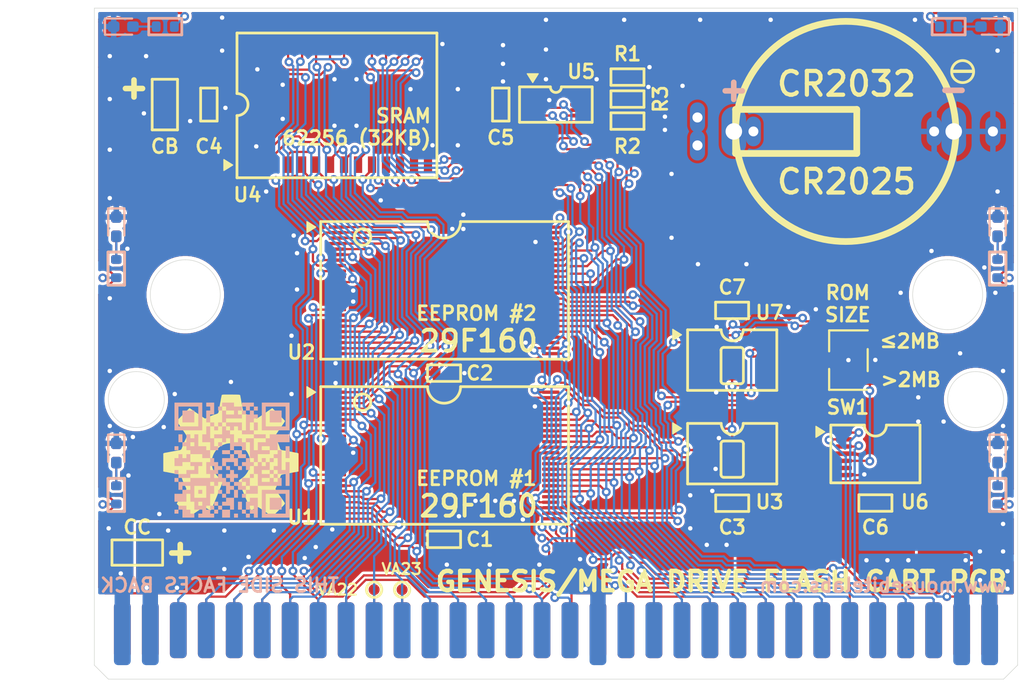
<source format=kicad_pcb>
(kicad_pcb (version 20240108) (generator "pcbnew") (generator_version "8.0")
  (layers (0 "F.Cu" signal) (31 "B.Cu" signal) (34 "B.Paste" user) (35 "F.Paste" user) (36 "B.SilkS" user "B.Silkscreen") (37 "F.SilkS" user "F.Silkscreen") (38 "B.Mask" user) (39 "F.Mask" user) (44 "Edge.Cuts" user))
  (net 0 "")
  (net 1 "GND")
  (net 2 "Net-(B1-+)")
  (net 3 "+5V")
  (net 4 "+VSW")
  (net 5 "+BATT")
  (net 6 "/~{VRES}")
  (net 7 "Net-(D10-A)")
  (net 8 "Net-(D11-A)")
  (net 9 "Net-(D12-A)")
  (net 10 "Net-(D13-A)")
  (net 11 "Net-(D14-A)")
  (net 12 "Net-(D15-A)")
  (net 13 "Net-(D16-A)")
  (net 14 "Net-(D17-A)")
  (net 15 "Net-(D18-A)")
  (net 16 "Net-(D19-A)")
  (net 17 "/A_{13}")
  (net 18 "/A_{16}")
  (net 19 "/A_{0}")
  (net 21 "/A_{7}")
  (net 24 "/D_{1}")
  (net 25 "/~{OE}")
  (net 26 "/D_{2}")
  (net 27 "/D_{15}")
  (net 29 "/A_{12}")
  (net 31 "/D_{10}")
  (net 33 "/A_{15}")
  (net 34 "/D_{14}")
  (net 35 "/A_{1}")
  (net 36 "/A_{2}")
  (net 37 "/~{TIME}")
  (net 38 "/A_{22}")
  (net 39 "/A_{14}")
  (net 41 "/D_{9}")
  (net 42 "/A_{18}")
  (net 44 "/A_{4}")
  (net 45 "/D_{0}")
  (net 46 "/A_{3}")
  (net 47 "/A_{10}")
  (net 48 "/A_{5}")
  (net 49 "/D_{4}")
  (net 50 "/D_{12}")
  (net 51 "/A_{6}")
  (net 52 "/A_{17}")
  (net 53 "/D_{7}")
  (net 54 "/D_{11}")
  (net 55 "/D_{8}")
  (net 56 "/D_{5}")
  (net 58 "/A_{19}")
  (net 60 "/A_{9}")
  (net 61 "/A_{20}")
  (net 64 "/A_{11}")
  (net 65 "/~{CE}")
  (net 66 "/D_{6}")
  (net 68 "/D_{13}")
  (net 69 "/~{LWR}")
  (net 71 "/A_{21}")
  (net 72 "/D_{3}")
  (net 73 "/A_{8}")
  (net 74 "/~{CE}_{RAM}")
  (net 75 "/~{CE}_{SRAM}")
  (net 76 "/SEL")
  (net 77 "/~{CE}_{ROM}")
  (net 81 "/~{CE_{1}}")
  (net 82 "Net-(U5-SENSE)")
  (net 89 "/~{CE_{2}}")
  (net 104 "Net-(U7A-O3)")
  (net 108 "Net-(SW1-B)")
  (footprint "Bucketmouse:TSOP-I-48_18.4x12mm_P0.5mm" (layer "F.Cu") (at 133.35 104.38)
    (property "Reference" "U2")
    (property "Value" "29F160")
  )
  (footprint "Bucketmouse:C_0603_1608Metric_Boxed" (layer "F.Cu") (at 133.35 127)
    (property "Reference" "C1")
    (property "Value" "0.1u")
  )
  (footprint "LED_SMD:LED_0603_1608Metric_Pad1.05x0.95mm_HandSolder" (layer "F.Cu") (at 183.6039 119.1514 -90)
    (property "Reference" "D13" (hide yes))
    (property "Value" "LED")
  )
  (footprint "Bucketmouse:C_0603_1608Metric_Boxed" (layer "F.Cu") (at 159.5089 123.7164 180)
    (property "Reference" "C3")
    (property "Value" "0.1uF")
  )
  (footprint "Bucketmouse:C_0603_1608Metric_Boxed" (layer "F.Cu") (at 133.35 111.9)
    (property "Reference" "C2")
    (property "Value" "0.1uF")
  )
  (footprint "Bucketmouse:GENESIS_CART" (layer "F.Cu") (at 101.6 139.7)
    (property "Reference" "P1" (hide yes))
    (property "Value" "Genesis Cartridge")
    (fp_line (start 0 -60.96) (end 0 -1.27) (stroke (width 0.05)) (layer "Edge.Cuts"))
    (fp_line (start 0 -60.96) (end 83.82 -60.96) (stroke (width 0.05)) (layer "Edge.Cuts"))
    (fp_line (start 0 -1.27) (end 1.27 0) (stroke (width 0.05)) (layer "Edge.Cuts"))
    (fp_line (start 1.27 0) (end 82.55 0) (stroke (width 0.05)) (layer "Edge.Cuts"))
    (fp_line (start 83.82 -1.27) (end 82.55 0) (stroke (width 0.05)) (layer "Edge.Cuts"))
    (fp_line (start 83.82 -1.27) (end 83.82 -60.96) (stroke (width 0.05)) (layer "Edge.Cuts"))
    (fp_arc (start 3.81 -27.94) (mid 6.35 -25.4) (end 3.81 -22.86) (stroke (width 0.05)) (layer "Edge.Cuts"))
    (fp_arc (start 3.81 -22.86) (mid 1.27 -25.4) (end 3.81 -27.94) (stroke (width 0.05)) (layer "Edge.Cuts"))
    (fp_arc (start 8.255 -38.1) (mid 11.43 -34.925) (end 8.255 -31.75) (stroke (width 0.05)) (layer "Edge.Cuts"))
    (fp_arc (start 8.255 -31.75) (mid 5.08 -34.925) (end 8.255 -38.1) (stroke (width 0.05)) (layer "Edge.Cuts"))
    (fp_arc (start 77.47 -38.1) (mid 80.645 -34.925) (end 77.47 -31.75) (stroke (width 0.05)) (layer "Edge.Cuts"))
    (fp_arc (start 77.47 -31.75) (mid 74.295 -34.925) (end 77.47 -38.1) (stroke (width 0.05)) (layer "Edge.Cuts"))
    (fp_arc (start 80.01 -27.94) (mid 82.55 -25.4) (end 80.01 -22.86) (stroke (width 0.05)) (layer "Edge.Cuts"))
    (fp_arc (start 80.01 -22.86) (mid 77.47 -25.4) (end 80.01 -27.94) (stroke (width 0.05)) (layer "Edge.Cuts"))
  )
  (footprint "Bucketmouse:MSOP-10_3x3mm_P0.5mm" (layer "F.Cu") (at 143.5 87.5)
    (property "Reference" "U5")
    (property "Value" "TPS3613")
  )
  (footprint "Bucketmouse:R_0603_1608Metric_Boxed" (layer "F.Cu") (at 183.6039 122.9614 90)
    (property "Reference" "R13" (hide yes))
    (property "Value" "10k")
  )
  (footprint "Bucketmouse:TestPoint_Pad_D1.0mm" (layer "F.Cu") (at 127 131.572)
    (property "Reference" "TP1" (hide yes))
    (property "Value" "TPB1,27")
  )
  (footprint "Bucketmouse:TestPoint_Pad_D1.0mm" (layer "F.Cu") (at 129.54 131.572)
    (property "Reference" "TP2" (hide yes))
    (property "Value" "TPB1,27")
  )
  (footprint "Bucketmouse:TSSOP-14_4.4x5mm_P0.65mm" (layer "F.Cu") (at 172.5089 119.2164)
    (property "Reference" "U6")
    (property "Value" "74HC74")
  )
  (footprint "LOGO" (layer "F.Cu") (at 114 119.38)
    (property "Reference" "G***" (hide yes))
    (property "Value" "LOGO" (hide yes))
  )
  (footprint "Bucketmouse:C_1206_3216Metric_Boxed" (layer "F.Cu") (at 108 87.5 -90)
    (property "Reference" "CB")
    (property "Value" "22u")
  )
  (footprint "Bucketmouse:COIN_CELL" (layer "F.Cu") (at 169.8174 89.9414 180)
    (property "Reference" "B1" (hide yes))
    (property "Value" "CR2025")
  )
  (footprint "Bucketmouse:R_0603_1608Metric_Boxed" (layer "F.Cu") (at 150 89)
    (property "Reference" "R2")
    (property "Value" "130k")
  )
  (footprint "LED_SMD:LED_0603_1608Metric_Pad1.05x0.95mm_HandSolder" (layer "F.Cu") (at 103.5939 119.1514 -90)
    (property "Reference" "D10" (hide yes))
    (property "Value" "LED")
  )
  (footprint "Bucketmouse:R_0603_1608Metric_Boxed" (layer "F.Cu") (at 103.5939 122.9614 90)
    (property "Reference" "R10" (hide yes))
    (property "Value" "10k")
  )
  (footprint "Bucketmouse:C_0603_1608Metric_Boxed" (layer "F.Cu") (at 172.5089 123.7 180)
    (property "Reference" "C6")
    (property "Value" "0.1u")
  )
  (footprint "Bucketmouse:R_0603_1608Metric_Boxed" (layer "F.Cu") (at 150 87)
    (property "Reference" "R3")
    (property "Value" "49.9k")
  )
  (footprint "Bucketmouse:TSSOP-16_4.4x5mm_P0.65mm" (layer "F.Cu") (at 159.5089 110.7164)
    (property "Reference" "U7")
    (property "Value" "74LS139")
  )
  (footprint "Bucketmouse:TSOP-I-48_18.4x12mm_P0.5mm" (layer "F.Cu") (at 133.35 119.38)
    (property "Reference" "U1")
    (property "Value" "29F160")
  )
  (footprint "LED_SMD:LED_0603_1608Metric_Pad1.05x0.95mm_HandSolder" (layer "F.Cu") (at 103.5939 98.5914 -90)
    (property "Reference" "D11" (hide yes))
    (property "Value" "LED")
  )
  (footprint "Bucketmouse:TSSOP-16_4.4x5mm_P0.65mm" (layer "F.Cu") (at 159.5089 119.2164)
    (property "Reference" "U3")
    (property "Value" "74LS139")
  )
  (footprint "Bucketmouse:C_0603_1608Metric_Boxed" (layer "F.Cu") (at 159.5 106.2 180)
    (property "Reference" "C7")
    (property "Value" "0.1u")
  )
  (footprint "Bucketmouse:SO28" (layer "F.Cu") (at 123 87.5)
    (property "Reference" "U4" (hide yes))
    (property "Value" "AS6C62256")
  )
  (footprint "Bucketmouse:C_0603_1608Metric_Boxed" (layer "F.Cu") (at 138.5 87.5 -90)
    (property "Reference" "C5")
    (property "Value" "0.1uF")
  )
  (footprint "Bucketmouse:C_0603_1608Metric_Boxed" (layer "F.Cu") (at 112 87.5 -90)
    (property "Reference" "C4")
    (property "Value" "0.1u")
  )
  (footprint "Bucketmouse:C_1206_3216Metric_Boxed" (layer "F.Cu") (at 105.5 128.2 180)
    (property "Reference" "CC")
    (property "Value" "22u")
  )
  (footprint "LED_SMD:LED_0603_1608Metric_Pad1.05x0.95mm_HandSolder" (layer "F.Cu") (at 183.6039 98.5914 -90)
    (property "Reference" "D12" (hide yes))
    (property "Value" "LED")
  )
  (footprint "Bucketmouse:CAS120B" (layer "F.Cu") (at 170.0589 110.7164 90)
    (property "Reference" "SW1")
    (property "Value" "SW_SPDT")
  )
  (footprint "Bucketmouse:R_0603_1608Metric_Boxed" (layer "F.Cu") (at 103.5939 102.4014 90)
    (property "Reference" "R11" (hide yes))
    (property "Value" "10k")
  )
  (footprint "Bucketmouse:SJ" (layer "F.Cu") (at 159.5089 111.2164 -90)
    (property "Reference" "JP7" (hide yes))
    (property "Value" "Jumper_2_Open")
  )
  (footprint "Bucketmouse:R_0603_1608Metric_Boxed" (layer "F.Cu") (at 183.6039 102.4014 90)
    (property "Reference" "R12" (hide yes))
    (property "Value" "10k")
  )
  (footprint "Bucketmouse:SJ" (layer "F.Cu") (at 159.5089 119.7164 -90)
    (property "Reference" "JP3" (hide yes))
    (property "Value" "Jumper_2_Open")
  )
  (footprint "Bucketmouse:R_0603_1608Metric_Boxed" (layer "F.Cu") (at 150 85)
    (property "Reference" "R1")
    (property "Value" "1k")
  )
  (footprint "LED_SMD:LED_0603_1608Metric_Pad1.05x0.95mm_HandSolder" (layer "B.Cu") (at 183.6039 119.1514 -90)
    (property "Reference" "D19" (hide yes))
    (property "Value" "LED")
  )
  (footprint "Bucketmouse:R_0603_1608Metric_Boxed" (layer "B.Cu") (at 103.5939 122.9614 90)
    (property "Reference" "R14" (hide yes))
    (property "Value" "10k")
  )
  (footprint "Bucketmouse:R_0603_1608Metric_Boxed" (layer "B.Cu") (at 179.1589 80.4164)
    (property "Reference" "R17" (hide yes))
    (property "Value" "10k")
  )
  (footprint "LED_SMD:LED_0603_1608Metric_Pad1.05x0.95mm_HandSolder" (layer "B.Cu") (at 103.5939 98.5914 -90)
    (property "Reference" "D15" (hide yes))
    (property "Value" "LED")
  )
  (footprint "LOGO" (layer "B.Cu") (at 169.3799 89.9414 180)
    (property "Reference" "G***" (hide yes))
    (property "Value" "LOGO" (hide yes))
  )
  (footprint "LED_SMD:LED_0603_1608Metric_Pad1.05x0.95mm_HandSolder" (layer "B.Cu") (at 183.6039 98.5914 -90)
    (property "Reference" "D18" (hide yes))
    (property "Value" "LED")
  )
  (footprint "Bucketmouse:R_0603_1608Metric_Boxed" (layer "B.Cu") (at 183.6039 102.4014 90)
    (property "Reference" "R18" (hide yes))
    (property "Value" "10k")
  )
  (footprint "LED_SMD:LED_0603_1608Metric_Pad1.05x0.95mm_HandSolder" (layer "B.Cu") (at 104.2289 80.4164)
    (property "Reference" "D16" (hide yes))
    (property "Value" "LED")
  )
  (footprint "LED_SMD:LED_0603_1608Metric_Pad1.05x0.95mm_HandSolder" (layer "B.Cu") (at 182.9689 80.4164 180)
    (property "Reference" "D17" (hide yes))
    (property "Value" "LED")
  )
  (footprint "Bucketmouse:R_0603_1608Metric_Boxed" (layer "B.Cu") (at 103.5939 102.4014 90)
    (property "Reference" "R15" (hide yes))
    (property "Value" "10k")
  )
  (footprint "LOGO" (layer "B.Cu") (at 114.1 119.8 180)
    (property "Reference" "G***" (hide yes))
    (property "Value" "LOGO" (hide yes))
  )
  (footprint "Bucketmouse:R_0603_1608Metric_Boxed" (layer "B.Cu") (at 108.0389 80.4164 180)
    (property "Reference" "R16" (hide yes))
    (property "Value" "10k")
  )
  (footprint "LED_SMD:LED_0603_1608Metric_Pad1.05x0.95mm_HandSolder" (layer "B.Cu") (at 103.5939 119.1514 -90)
    (property "Reference" "D14" (hide yes))
    (property "Value" "LED")
  )
  (footprint "Bucketmouse:R_0603_1608Metric_Boxed" (layer "B.Cu") (at 183.6039 122.9614 90)
    (property "Reference" "R19" (hide yes))
    (property "Value" "10k")
  )
  (gr_circle (center 180.4289 84.5034) (end 181.4289 84.5034) (stroke (width 0.25)) (fill none) (layer "F.SilkS"))
  (gr_circle (center 125.95 114.535) (end 125.2 114.535) (stroke (width 0.25)) (fill none) (layer "F.SilkS"))
  (gr_circle (center 125.95 99.535) (end 125.2 99.535) (stroke (width 0.25)) (fill none) (layer "F.SilkS"))
  (gr_text "+" (at 159.65 86.116 0) (layer "B.SilkS") (effects (font (size 2.032 2.032) (thickness 0.508)) (justify mirror)))
  (gr_text "_" (at 179.6 85.1 0) (layer "B.SilkS") (effects (font (size 2.032 2.032) (thickness 0.508)) (justify mirror)))
  (gr_text "www.mousebitelabs.com" (at 184.6 131.9 0) (layer "B.SilkS") (effects (font (size 1.25 1.25) (thickness 0.25) (bold yes)) (justify left bottom mirror)))
  (gr_text "THIS SIDE FACES BACK" (at 102 131.9 0) (layer "B.SilkS") (effects (font (size 1.25 1.25) (thickness 0.25) (bold yes)) (justify right bottom mirror)))
  (gr_text "+" (at 109.4 128.1 0) (layer "F.SilkS") (effects (font (size 2.032 2.032) (thickness 0.508))))
  (gr_text "VA23" (at 129.5 129.7 0) (layer "F.SilkS") (effects (font (size 1 1) (thickness 0.2) (bold yes))))
  (gr_text "CR2032" (at 169.8879 85.6234 0) (layer "F.SilkS") (effects (font (size 2.159 2.159) (thickness 0.381))))
  (gr_text "GENESIS/MEGA DRIVE FLASH CART PCB" (at 184.7469 131.8514 0) (layer "F.SilkS") (effects (font (size 1.75 1.75) (thickness 0.4) (bold yes)) (justify right bottom)))
  (gr_text "29F160" (at 142.05 125.1 0) (layer "F.SilkS") (effects (font (size 1.9 1.9) (thickness 0.35) (bold yes)) (justify right bottom)))
  (gr_text "_" (at 180.4289 83.2104 0) (layer "F.SilkS") (effects (font (size 2.3 2.3) (thickness 0.3))))
  (gr_text ">2MB" (at 172.85 112.5 0) (layer "F.SilkS") (effects (font (size 1.25 1.25) (thickness 0.25)) (justify left)))
  (gr_text "VA22" (at 123.7 131.572 0) (layer "F.SilkS") (effects (font (size 1 1) (thickness 0.2) (bold yes))))
  (gr_text "U4" (at 115.5 95.7 0) (layer "F.SilkS") (effects (font (size 1.25 1.25) (thickness 0.25) (bold yes))))
  (gr_text "SRAM\n62256 (32KB)" (at 132.3 91.275 0) (layer "F.SilkS") (effects (font (size 1.25 1.25) (thickness 0.25) (bold yes)) (justify right bottom)))
  (gr_text "29F160" (at 142.05 110.1 0) (layer "F.SilkS") (effects (font (size 1.9 1.9) (thickness 0.35) (bold yes)) (justify right bottom)))
  (gr_text "+" (at 105.2 85.9 0) (layer "F.SilkS") (effects (font (size 2.032 2.032) (thickness 0.508))))
  (gr_text "≤2MB" (at 178.5089 109 0) (layer "F.SilkS") (effects (font (size 1.25 1.25) (thickness 0.25)) (justify right)))
  (gr_text "EEPROM #1" (at 141.9 122.2 0) (layer "F.SilkS") (effects (font (size 1.25 1.25) (thickness 0.25) (bold yes)) (justify right bottom)))
  (gr_text "CR2025" (at 169.8879 94.5134 0) (layer "F.SilkS") (effects (font (size 2.159 2.159) (thickness 0.381))))
  (gr_text "EEPROM #2" (at 141.9 107.2 0) (layer "F.SilkS") (effects (font (size 1.25 1.25) (thickness 0.25) (bold yes)) (justify right bottom)))
  (gr_text "ROM\nSIZE" (at 170 105.6 0) (layer "F.SilkS") (effects (font (size 1.25 1.25) (thickness 0.25))))
  (segment (start 139.275 87.5) (end 138.5 88.275) (width 0.2032) (layer "F.Cu") (net 1))
  (segment (start 171.4336 121.1664) (end 169.6464 121.1664) (width 0.2032) (layer "F.Cu") (net 1))
  (segment (start 131.89 91.19) (end 131.9 91.2) (width 0.2032) (layer "F.Cu") (net 1))
  (segment (start 157.8586 118.2414) (end 156.6464 118.2414) (width 0.2032) (layer "F.Cu") (net 1))
  (segment (start 141.650148 99.984144) (end 142.004292 99.63) (width 0.2032) (layer "F.Cu") (net 1))
  (segment (start 144.6 124.13) (end 140.33 124.13) (width 0.2032) (layer "F.Cu") (net 1))
  (segment (start 142.4936 87.5) (end 141.3875 87.5) (width 0.2032) (layer "F.Cu") (net 1))
  (segment (start 158.1 107.6) (end 158.1 107.7) (width 0.2) (layer "F.Cu") (net 1))
  (segment (start 157.5586 108.4414) (end 156.6464 108.4414) (width 0.2032) (layer "F.Cu") (net 1))
  (segment (start 171.5 121.1) (end 171.4336 121.1664) (width 0.2032) (layer "F.Cu") (net 1))
  (segment (start 141.890738 114.63) (end 141.595369 114.925369) (width 0.2032) (layer "F.Cu") (net 1))
  (segment (start 143.0375 114.63) (end 141.890738 114.63) (width 0.2032) (layer "F.Cu") (net 1))
  (segment (start 182.88 135.255) (end 182.88 130.92) (width 1.4) (layer "F.Cu") (net 1))
  (segment (start 141.3875 87.5) (end 139.275 87.5) (width 0.2032) (layer "F.Cu") (net 1))
  (segment (start 143.0375 109.13) (end 140.753 109.13) (width 0.2032) (layer "F.Cu") (net 1))
  (segment (start 142.004292 99.63) (end 143.0375 99.63) (width 0.2032) (layer "F.Cu") (net 1))
  (segment (start 158.1 107.9) (end 157.5586 108.4414) (width 0.2032) (layer "F.Cu") (net 1))
  (segment (start 142.9 87.0936) (end 142.4936 87.5) (width 0.2032) (layer "F.Cu") (net 1))
  (segment (start 157.394662 112.9914) (end 158.051631 113.648369) (width 0.2032) (layer "F.Cu") (net 1))
  (segment (start 158.3 117.8) (end 157.8586 118.2414) (width 0.2032) (layer "F.Cu") (net 1))
  (segment (start 156.6464 112.9914) (end 157.394662 112.9914) (width 0.2032) (layer "F.Cu") (net 1))
  (segment (start 171.7339 121.3339) (end 171.7339 123.7) (width 0.2032) (layer "F.Cu") (net 1))
  (segment (start 158.725 106.975) (end 158.1 107.6) (width 0.2) (layer "F.Cu") (net 1))
  (segment (start 158.1 107.7) (end 158.1 107.9) (width 0.2032) (layer "F.Cu") (net 1))
  (segment (start 171.5 121.1) (end 171.7339 121.3339) (width 0.2032) (layer "F.Cu") (net 1))
  (segment (start 131.9 91.2) (end 132.3 91.2) (width 0.2032) (layer "F.Cu") (net 1))
  (segment (start 158.725 106.2) (end 158.725 106.975) (width 0.2) (layer "F.Cu") (net 1))
  (via (at 130.25 91.5) (size 0.8) (drill 0.4) (layers "F.Cu" "B.Cu") (net 1))
  (via (at 158.3 117.8) (size 0.8) (drill 0.4) (layers "F.Cu" "B.Cu") (net 1))
  (via (at 125.4 89.425) (size 0.8) (drill 0.4) (layers "F.Cu" "B.Cu") (net 1))
  (via (at 140.5 125.2) (size 0.8) (drill 0.4) (layers "F.Cu" "B.Cu") (net 1))
  (via (at 177.6 100.8) (size 0.8) (drill 0.4) (layers "F.Cu" "B.Cu") (net 1))
  (via (at 183.6 95.4) (size 0.8) (drill 0.4) (layers "F.Cu" "B.Cu") (net 1))
  (via (at 145.7 128.8) (size 0.8) (drill 0.4) (layers "F.Cu" "B.Cu") (net 1))
  (via (at 130.3 86.1) (size 0.8) (drill 0.4) (layers "F.Cu" "B.Cu") (net 1))
  (via (at 167.1 106.1) (size 0.8) (drill 0.4) (layers "F.Cu" "B.Cu") (net 1))
  (via (at 103 111.7) (size 0.8) (drill 0.4) (layers "F.Cu" "B.Cu") (net 1))
  (via (at 103 96) (size 0.8) (drill 0.4) (layers "F.Cu" "B.Cu") (net 1))
  (via (at 138.7 82.1) (size 0.8) (drill 0.4) (layers "F.Cu" "B.Cu") (net 1))
  (via (at 104.6 100.6) (size 0.8) (drill 0.4) (layers "F.Cu" "B.Cu") (net 1))
  (via (at 116.3 91.3) (size 0.8) (drill 0.4) (layers "F.Cu" "B.Cu") (net 1))
  (via (at 158.051631 113.648369) (size 0.8) (drill 0.4) (layers "F.Cu" "B.Cu") (net 1))
  (via (at 184.1 125.6) (size 0.8) (drill 0.4) (layers "F.Cu" "B.Cu") (net 1))
  (via (at 134.7 124.9) (size 0.8) (drill 0.4) (layers "F.Cu" "B.Cu") (net 1))
  (via (at 184.1 116.7) (size 0.8) (drill 0.4) (layers "F.Cu" "B.Cu") (net 1))
  (via (at 174.8 104.6) (size 0.8) (drill 0.4) (layers "F.Cu" "B.Cu") (net 1))
  (via (at 172.5 110.7) (size 0.8) (drill 0.4) (layers "F.Cu" "B.Cu") (net 1))
  (via (at 132.3 91.2) (size 0.8) (drill 0.4) (layers "F.Cu" "B.Cu") (net 1))
  (via (at 110.3 89) (size 0.8) (drill 0.4) (layers "F.Cu" "B.Cu") (net 1))
  (via (at 151.9 85.9) (size 0.8) (drill 0.4) (layers "F.Cu" "B.Cu") (net 1))
  (via (at 184.5 129.9) (size 0.8) (drill 0.4) (layers "F.Cu" "B.Cu") (net 1))
  (via (at 154 93.8) (size 0.8) (drill 0.4) (layers "F.Cu" "B.Cu") (net 1))
  (via (at 108.9 113.8) (size 0.8) (drill 0.4) (layers "F.Cu" "B.Cu") (net 1))
  (via (at 141.595369 114.925369) (size 0.8) (drill 0.4) (layers "F.Cu" "B.Cu") (net 1))
  (via (at 138.7 85.4) (size 0.8) (drill 0.4) (layers "F.Cu" "B.Cu") (net 1))
  (via (at 117.2 95.4) (size 0.8) (drill 0.4) (layers "F.Cu" "B.Cu") (net 1))
  (via (at 138 123.5) (size 0.8) (drill 0.4) (layers "F.Cu" "B.Cu") (net 1))
  (via (at 104.7 121.2) (size 0.8) (drill 0.4) (layers "F.Cu" "B.Cu") (net 1))
  (via (at 119.5 108.5) (size 0.8) (drill 0.4) (layers "F.Cu" "B.Cu") (net 1))
  (via (at 107.9 116.8) (size 0.8) (drill 0.4) (layers "F.Cu" "B.Cu") (net 1))
  (via (at 180.2 110.1) (size 0.8) (drill 0.4) (layers "F.Cu" "B.Cu") (net 1))
  (via (at 171.5 121.1) (size 0.8) (drill 0.4) (layers "F.Cu" "B.Cu") (net 1))
  (via (at 170.0589 110.7164) (size 0.8) (drill 0.4) (layers "F.Cu" "B.Cu") (net 1))
  (via (at 119.5 113.8) (size 0.8) (drill 0.4) (layers "F.Cu" "B.Cu") (net 1))
  (via (at 176.4 114.1) (size 0.8) (drill 0.4) (layers "F.Cu" "B.Cu") (net 1))
  (via (at 183.6 82.6) (size 0.8) (drill 0.4) (layers "F.Cu" "B.Cu") (net 1))
  (via (at 142.6 82.5) (size 0.8) (drill 0.4) (layers "F.Cu" "B.Cu") (net 1))
  (via (at 107.5 124.7) (size 0.8) (drill 0.4) (layers "F.Cu" "B.Cu") (net 1))
  (via (at 156.6 79.8) (size 0.8) (drill 0.4) (layers "F.Cu" "B.Cu") (net 1))
  (via (at 114 112.7) (size 0.8) (drill 0.4) (layers "F.Cu" "B.Cu") (net 1))
  (via (at 142.9 87.0936) (size 0.8) (drill 0.4) (layers "F.Cu" "B.Cu") (net 1))
  (via (at 135.1 97.5) (size 0.8) (drill 0.4) (layers "F.Cu" "B.Cu") (net 1))
  (via (at 123.4 85.2) (size 0.8) (drill 0.4) (layers "F.Cu" "B.Cu") (net 1))
  (via (at 134.1 98.8) (size 0.8) (drill 0.4) (layers "F.Cu" "B.Cu") (net 1))
  (via (at 102.9 126) (size 0.8) (drill 0.4) (layers "F.Cu" "B.Cu") (net 1))
  (via (at 123.4 89.425) (size 0.8) (drill 0.4) (layers "F.Cu" "B.Cu") (net 1))
  (via (at 184.1 128.1) (size 0.8) (drill 0.4) (layers "F.Cu" "B.Cu") (net 1))
  (via (at 104 130.1) (size 0.8) (drill 0.4) (layers "F.Cu" "B.Cu") (net 1))
  (via (at 103 87) (size 0.8) (drill 0.4) (layers "F.Cu" "B.Cu") (net 1))
  (via (at 184.1 111.7) (size 0.8) (drill 0.4) (layers "F.Cu" "B.Cu") (net 1))
  (via (at 160.8 102) (size 0.8) (drill 0.4) (layers "F.Cu" "B.Cu") (net 1))
  (via (at 159 127.5) (size 0.8) (drill 0.4) (layers "F.Cu" "B.Cu") (net 1))
  (via (at 158 120.6) (size 0.8) (drill 0.4) (layers "F.Cu" "B.Cu") (net 1))
  (via (at 152 84.1) (size 0.8) (drill 0.4) (layers "F.Cu" "B.Cu") (net 1))
  (via (at 125.4 85.2) (size 0.8) (drill 0.4) (layers "F.Cu" "B.Cu") (net 1))
  (via (at 146.2 131.5) (size 0.8) (drill 0.4) (layers "F.Cu" "B.Cu") (net 1))
  (via (at 119.7 99.4) (size 0.8) (drill 0.4) (layers "F.Cu" "B.Cu") (net 1))
  (via (at 178.7 116.3) (size 0.8) (drill 0.4) (layers "F.Cu" "B.Cu") (net 1))
  (via (at 182 128.1) (size 0.8) (drill 0.4) (layers "F.Cu" "B.Cu") (net 1))
  (via (at 133.2 82) (size 0.8) (drill 0.4) (layers "F.Cu" "B.Cu") (net 1))
  (via (at 154 99.6) (size 0.8) (drill 0.4) (layers "F.Cu" "B.Cu") (net 1))
  (via (at 155.7 123) (size 0.8) (drill 0.4) (layers "F.Cu" "B.Cu") (net 1))
  (via (at 142 129.3) (size 0.8) (drill 0.4) (layers "F.Cu" "B.Cu") (net 1))
  (via (at 133.6 129.3) (size 0.8) (drill 0.4) (layers "F.Cu" "B.Cu") (net 1))
  (via (at 135.2 111.9) (size 0.8) (drill 0.4) (layers "F.Cu" "B.Cu") (net 1))
  (via (at 149.7 79.8) (size 0.8) (drill 0.4) (layers "F.Cu" "B.Cu") (net 1))
  (via (at 155 85.8) (size 0.8) (drill 0.4) (layers "F.Cu" "B.Cu") (net 1))
  (via (at 136.2 123.5) (size 0.8) (drill 0.4) (layers "F.Cu" "B.Cu") (net 1))
  (via (at 153.4 88.6) (size 0.8) (drill 0.4) (layers "F.Cu" "B.Cu") (net 1))
  (via (at 158.1 107.7) (size 0.8) (drill 0.4) (layers "F.Cu" "B.Cu") (net 1))
  (via (at 163 79.8) (size 0.8) (drill 0.4) (layers "F.Cu" "B.Cu") (net 1))
  (via (at 135.1 98.8) (size 0.8) (drill 0.4) (layers "F.Cu" "B.Cu") (net 1))
  (via (at 157.2 127.5) (size 0.8) (drill 0.4) (layers "F.Cu" "B.Cu") (net 1))
  (via (at 134.6 86.1) (size 0.8) (drill 0.4) (layers "F.Cu" "B.Cu") (net 1))
  (via (at 138.7 83.8) (size 0.8) (drill 0.4) (layers "F.Cu" "B.Cu") (net 1))
  (via (at 103 105.1) (size 0.8) (drill 0.4) (layers "F.Cu" "B.Cu") (net 1))
  (via (at 118.7 88.8) (size 0.8) (drill 0.4) (layers "F.Cu" "B.Cu") (net 1))
  (via (at 106.3 83.1) (size 0.8) (drill 0.4) (layers "F.Cu" "B.Cu") (net 1))
  (via (at 182.4 102.3) (size 0.8) (drill 0.4) (layers "F.Cu" "B.Cu") (net 1))
  (via (at 140.753 109.13) (size 0.8) (drill 0.4) (layers "F.Cu" "B.Cu") (net 1))
  (via (at 164.6 105.9) (size 0.8) (drill 0.4) (layers "F.Cu" "B.Cu") (net 1))
  (via (at 120 101) (size 0.8) (drill 0.4) (layers "F.Cu" "B.Cu") (net 1))
  (via (at 176.4 116.3) (size 0.8) (drill 0.4) (layers "F.Cu" "B.Cu") (net 1))
  (via (at 113.2 79.6) (size 0.8) (drill 0.4) (layers "F.Cu" "B.Cu") (net 1))
  (via (at 184.5 131.5) (size 0.8) (drill 0.4) (layers "F.Cu" "B.Cu") (net 1))
  (via (at 118.7 85.7) (size 0.8) (drill 0.4) (layers "F.Cu" "B.Cu") (net 1))
  (via (at 127.6 96.2) (size 0.8) (drill 0.4) (layers "F.Cu" "B.Cu") (net 1))
  (via (at 113.5 87.8) (size 0.8) (drill 0.4) (layers "F.Cu" "B.Cu") (net 1))
  (via (at 105.1 117.7) (size 0.8) (drill 0.4) (layers "F.Cu" "B.Cu") (net 1))
  (via (at 182 130.7) (size 0.8) (drill 0.4) (layers "F.Cu" "B.Cu") (net 1))
  (via (at 103 91.6) (size 0.8) (drill 0.4) (layers "F.Cu" "B.Cu") (net 1))
  (via (at 147.2 85.2) (size 0.8) (drill 0.4) (layers "F.Cu" "B.Cu") (net 1))
  (via (at 176.1 79.8) (size 0.8) (drill 0.4) (layers "F.Cu" "B.Cu") (net 1))
  (via (at 103 116.7) (size 0.8) (drill 0.4) (layers "F.Cu" "B.Cu") (net 1))
  (via (at 139.7 123.5) (size 0.8) (drill 0.4) (layers "F.Cu" "B.Cu") (net 1))
  (via (at 156.4 102) (size 0.8) (drill 0.4) (layers "F.Cu" "B.Cu") (net 1))
  (via (at 113.2 82.6) (size 0.8) (drill 0.4) (layers "F.Cu" "B.Cu") (net 1))
  (via (at 120 104.3) (size 0.8) (drill 0.4) (layers "F.Cu" "B.Cu") (net 1))
  (via (at 137.5 129.3) (size 0.8) (drill 0.4) (layers "F.Cu" "B.Cu") (net 1))
  (via (at 116.4 84.3) (size 0.8) (drill 0.4) (layers "F.Cu" "B.Cu") (net 1))
  (via (at 155.7 126) (size 0.8) (drill 0.4) (layers "F.Cu" "B.Cu") (net 1))
  (via (at 153.4 89.8) (size 0.8) (drill 0.4) (layers "F.Cu" "B.Cu") (net 1))
  (via (at 142.6 79.8) (size 0.8) (drill 0.4) (layers "F.Cu" "B.Cu") (net 1))
  (via (at 157.7 122.6) (size 0.8) (drill 0.4) (layers "F.Cu" "B.Cu") (net 1))
  (via (at 183.4 104.6) (size 0.8) (drill 0.4) (layers "F.Cu" "B.Cu") (net 1))
  (via (at 142.6 85.2) (size 0.8) (drill 0.4) (layers "F.Cu" "B.Cu") (net 1))
  (via (at 134.6 91.2) (size 0.8) (drill 0.4) (layers "F.Cu" "B.Cu") (net 1))
  (via (at 141.650148 99.984144) (size 0.8) (drill 0.4) (layers "F.Cu" "B.Cu") (net 1))
  (via (at 103 83.1) (size 0.8) (drill 0.4) (layers "F.Cu" "B.Cu") (net 1))
  (via (at 106.1 88.3) (size 0.8) (drill 0.4) (layers "F.Cu" "B.Cu") (net 1))
  (segment (start 141.595369 114.925369) (end 141.425369 114.925369) (width 0.2032) (layer "B.Cu") (net 1))
  (segment (start 147.32 132.02) (end 147.32 131.52) (width 1.4) (layer "B.Cu") (net 1))
  (segment (start 182.88 135.5725) (end 182.88 130.72) (width 1.4) (layer "B.Cu") (net 1))
  (segment (start 104.14 135.5725) (end 104.14 130.34) (width 1.4) (layer "B.Cu") (net 1))
  (segment (start 147.32 135.5725) (end 147.32 132.02) (width 1.4) (layer "B.Cu") (net 1))
  (segment (start 150.825 85) (end 152.683982 85) (width 0.3) (layer "F.Cu") (net 2))
  (segment (start 152.683982 85) (end 156.355382 88.6714) (width 0.3) (layer "F.Cu") (net 2))
  (segment (start 184.4 128.9) (end 184.9684 128.3316) (width 0.2032) (layer "F.Cu") (net 3))
  (segment (start 184.9684 125.1509) (end 183.6039 123.7864) (width 0.2032) (layer "F.Cu") (net 3))
  (segment (start 184.67 103.251) (end 183.6285 103.251) (width 0.2) (layer "F.Cu") (net 3))
  (segment (start 143.0375 104.13) (end 141.63 104.13) (width 0.2032) (layer "F.Cu") (net 3))
  (segment (start 184.9684 79.8684) (end 184.2916 79.1916) (width 0.2032) (layer "F.Cu") (net 3))
  (segment (start 184.9684 101.2316) (end 184.9684 96.7) (width 0.2032) (layer "F.Cu") (net 3))
  (segment (start 183.6039 123.7864) (end 184.9684 122.4219) (width 0.2032) (layer "F.Cu") (net 3))
  (segment (start 179.3 79.1916) (end 177.8 79.1916) (width 0.2032) (layer "F.Cu") (net 3))
  (segment (start 143.0375 104.13) (end 144.27 104.13) (width 0.2032) (layer "F.Cu") (net 3))
  (segment (start 184.9684 96.7) (end 184.9684 87.4) (width 0.2032) (layer "F.Cu") (net 3))
  (segment (start 184.9684 101.8619) (end 184.9684 101.2316) (width 0.2032) (layer "F.Cu") (net 3))
  (segment (start 102.6 131.9) (end 102.0516 131.3516) (width 0.2032) (layer "F.Cu") (net 3))
  (segment (start 138.775 87) (end 138.5 86.725) (width 0.2032) (layer "F.Cu") (net 3))
  (segment (start 102.0516 100.7) (end 102.0516 84.1) (width 0.2032) (layer "F.Cu") (net 3))
  (segment (start 183.6039 103.2264) (end 184.9684 101.8619) (width 0.2032) (layer "F.Cu") (net 3))
  (segment (start 184.9684 128.3316) (end 184.9684 125.1509) (width 0.2032) (layer "F.Cu") (net 3))
  (segment (start 184.67 123.825) (end 183.6425 123.825) (width 0.2) (layer "F.Cu") (net 3))
  (segment (start 169.6464 119.2164) (end 169.6676 119.1952) (width 0.2032) (layer "F.Cu") (net 3))
  (segment (start 141.3875 87) (end 138.775 87) (width 0.2032) (layer "F.Cu") (net 3))
  (segment (start 177.7984 79.1916) (end 177.5 79.49) (width 0.2032) (layer "F.Cu") (net 3))
  (segment (start 103.5553 123.825) (end 103.5939 123.7864) (width 0.2) (layer "F.Cu") (net 3))
  (segment (start 105.85 131.9) (end 102.6 131.9) (width 0.2032) (layer "F.Cu") (net 3))
  (segment (start 143.0375 114.13) (end 131.441108 114.13) (width 0.2032) (layer "F.Cu") (net 3))
  (segment (start 184.9684 104.5909) (end 183.6039 103.2264) (width 0.2032) (layer "F.Cu") (net 3))
  (segment (start 102.0516 101.6841) (end 102.0516 100.7) (width 0.2032) (layer "F.Cu") (net 3))
  (segment (start 125.1 104.4) (end 124.83 104.13) (width 0.2032) (layer "F.Cu") (net 3))
  (segment (start 102.0516 80) (end 102.0516 79.7484) (width 0.2032) (layer "F.Cu") (net 3))
  (segment (start 103.5939 123.7864) (end 102.0516 122.2441) (width 0.2032) (layer "F.Cu") (net 3))
  (segment (start 102.362 103.251) (end 103.5693 103.251) (width 0.2) (layer "F.Cu") (net 3))
  (segment (start 177.8 79.1916) (end 177.7984 79.1916) (width 0.2032) (layer "F.Cu") (net 3))
  (segment (start 184.9684 82.8) (end 184.9684 80.1) (width 0.2032) (layer "F.Cu") (net 3))
  (segment (start 180.7 128.9) (end 184.4 128.9) (width 0.2032) (layer "F.Cu") (net 3))
  (segment (start 102.0516 125.3287) (end 103.5939 123.7864) (width 0.2032) (layer "F.Cu") (net 3))
  (segment (start 102.0516 79.7484) (end 102.6084 79.1916) (width 0.2032) (layer "F.Cu") (net 3))
  (segment (start 105.6 79.1916) (end 109.4 79.1916) (width 0.2032) (layer "F.Cu") (net 3))
  (segment (start 143.0375 99.13) (end 141.33 99.13) (width 0.2032) (layer "F.Cu") (net 3))
  (segment (start 106.35 131.4) (end 105.85 131.9) (width 0.2032) (layer "F.Cu") (net 3))
  (segment (start 124.83 104.13) (end 123.6625 104.13) (width 0.2032) (layer "F.Cu") (net 3))
  (segment (start 103.5939 103.2264) (end 102.0516 101.6841) (width 0.2032) (layer "F.Cu") (net 3))
  (segment (start 184 79.1916) (end 179.3 79.1916) (width 0.2032) (layer "F.Cu") (net 3))
  (segment (start 103.2 79.1916) (end 105.6 79.1916) (width 0.2032) (layer "F.Cu") (net 3))
  (segment (start 184.9684 87.4) (end 184.9684 82.8) (width 0.2032) (layer "F.Cu") (net 3))
  (segment (start 109.5016 79.1916) (end 109.8 79.49) (width 0.2032) (layer "F.Cu") (net 3))
  (segment (start 103.5693 103.251) (end 103.5939 103.2264) (width 0.2) (layer "F.Cu") (net 3))
  (segment (start 183.6285 103.251) (end 183.6039 103.2264) (width 0.2) (layer "F.Cu") (net 3))
  (segment (start 102.0516 122.2441) (end 102.0516 104.7687) (width 0.2032) (layer "F.Cu") (net 3))
  (segment (start 102.0516 131.3516) (end 102.0516 125.3287) (width 0.2032) (layer "F.Cu") (net 3))
  (segment (start 183.6425 123.825) (end 183.6039 123.7864) (width 0.2) (layer "F.Cu") (net 3))
  (segment (start 184.9684 80.1) (end 184.9684 79.8684) (width 0.2032) (layer "F.Cu") (net 3))
  (segment (start 102.6084 79.1916) (end 103.2 79.1916) (width 0.2032) (layer "F.Cu") (net 3))
  (segment (start 184.9684 122.4219) (end 184.9684 104.5909) (width 0.2032) (layer "F.Cu") (net 3))
  (segment (start 102.0516 84.1) (end 102.0516 80) (width 0.2032) (layer "F.Cu") (net 3))
  (segment (start 109.4 79.1916) (end 109.5016 79.1916) (width 0.2032) (layer "F.Cu") (net 3))
  (segment (start 184.2916 79.1916) (end 184 79.1916) (width 0.2032) (layer "F.Cu") (net 3))
  (segment (start 140.7 119.13) (end 143.0375 119.13) (width 0.2032) (layer "F.Cu") (net 3))
  (segment (start 102.362 123.825) (end 103.5553 123.825) (width 0.2) (layer "F.Cu") (net 3))
  (segment (start 123.6625 119.13) (end 125.1 119.13) (width 0.2032) (layer "F.Cu") (net 3))
  (segment (start 102.0516 104.7687) (end 103.5939 103.2264) (width 0.2032) (layer "F.Cu") (net 3))
  (via (at 102.362 103.251) (size 0.8) (drill 0.4) (layers "F.Cu" "B.Cu") (net 3))
  (via (at 113.4 129.7) (size 0.8) (drill 0.4) (layers "F.Cu" "B.Cu") (net 3))
  (via (at 184.67 103.251) (size 0.8) (drill 0.4) (layers "F.Cu" "B.Cu") (net 3))
  (via (at 123.5 111) (size 0.8) (drill 0.4) (layers "F.Cu" "B.Cu") (net 3))
  (via (at 117.9 126.2) (size 0.8) (drill 0.4) (layers "F.Cu" "B.Cu") (net 3))
  (via (at 180.7 128.9) (size 0.8) (drill 0.4) (layers "F.Cu" "B.Cu") (net 3))
  (via (at 125.1 104.4) (size 0.8) (drill 0.4) (layers "F.Cu" "B.Cu") (net 3))
  (via (at 171.7 128.9) (size 0.8) (drill 0.4) (layers "F.Cu" "B.Cu") (net 3))
  (via (at 106.35 131.4) (size 0.8) (drill 0.4) (layers "F.Cu" "B.Cu") (net 3))
  (via (at 113.4 126.2) (size 0.8) (drill 0.4) (layers "F.Cu" "B.Cu") (net 3))
  (via (at 123.5 112.8) (size 0.8) (drill 0.4) (layers "F.Cu" "B.Cu") (net 3))
  (via (at 125.1 119.13) (size 0.8) (drill 0.4) (layers "F.Cu" "B.Cu") (net 3))
  (via (at 125.1 105.4) (size 0.8) (drill 0.4) (layers "F.Cu" "B.Cu") (net 3))
  (via (at 177.5 79.49) (size 0.8) (drill 0.4) (layers "F.Cu" "B.Cu") (net 3))
  (via (at 102.362 123.825) (size 0.8) (drill 0.4) (layers "F.Cu" "B.Cu") (net 3))
  (via (at 175.5 128.9) (size 0.8) (drill 0.4) (layers "F.Cu" "B.Cu") (net 3))
  (via (at 120.7 128.7) (size 0.8) (drill 0.4) (layers "F.Cu" "B.Cu") (net 3))
  (via (at 173.6 128.9) (size 0.8) (drill 0.4) (layers "F.Cu" "B.Cu") (net 3))
  (via (at 108.3 126.2) (size 0.8) (drill 0.4) (layers "F.Cu" "B.Cu") (net 3))
  (via (at 109.8 79.49) (size 0.8) (drill 0.4) (layers "F.Cu" "B.Cu") (net 3))
  (via (at 184.67 123.825) (size 0.8) (drill 0.4) (layers "F.Cu" "B.Cu") (net 3))
  (via (at 121.7 127.7) (size 0.8) (drill 0.4) (layers "F.Cu" "B.Cu") (net 3))
  (via (at 115.6 128.6) (size 0.8) (drill 0.4) (layers "F.Cu" "B.Cu") (net 3))
  (via (at 109.1 131.4) (size 0.8) (drill 0.4) (layers "F.Cu" "B.Cu") (net 3))
  (via (at 123.2 126.1) (size 0.8) (drill 0.4) (layers "F.Cu" "B.Cu") (net 3))
  (segment (start 180.34 135.5725) (end 180.34 130.7) (width 1.4) (layer "B.Cu") (net 3))
  (segment (start 183.6039 123.7864) (end 184.6314 123.7864) (width 0.2) (layer "B.Cu") (net 3))
  (segment (start 102.4006 123.7864) (end 103.5939 123.7864) (width 0.2) (layer "B.Cu") (net 3))
  (segment (start 184.6314 123.7864) (end 184.67 123.825) (width 0.2) (layer "B.Cu") (net 3))
  (segment (start 177.5 79.5825) (end 178.3339 80.4164) (width 0.2032) (layer "B.Cu") (net 3))
  (segment (start 123.5 106) (end 123.5 117.900429) (width 0.2032) (layer "B.Cu") (net 3))
  (segment (start 108.8639 80.4164) (end 108.8736 80.4164) (width 0.2032) (layer "B.Cu") (net 3))
  (segment (start 125.1 105.4) (end 124.1 105.4) (width 0.2032) (layer "B.Cu") (net 3))
  (segment (start 102.362 123.825) (end 102.4006 123.7864) (width 0.2) (layer "B.Cu") (net 3))
  (segment (start 106.68 135.5725) (end 106.68 131.58) (width 1.4) (layer "B.Cu") (net 3))
  (segment (start 125.1 105.4) (end 125.1 104.4) (width 0.2032) (layer "B.Cu") (net 3))
  (segment (start 108.8736 80.4164) (end 109.8 79.49) (width 0.2032) (layer "B.Cu") (net 3))
  (segment (start 177.5 79.49) (end 177.5 79.5825) (width 0.2032) (layer "B.Cu") (net 3))
  (segment (start 124.1 105.4) (end 123.5 106) (width 0.2032) (layer "B.Cu") (net 3))
  (segment (start 184.6454 103.2264) (end 184.67 103.251) (width 0.2) (layer "B.Cu") (net 3))
  (segment (start 102.3866 103.2264) (end 103.5939 103.2264) (width 0.2) (layer "B.Cu") (net 3))
  (segment (start 102.362 103.251) (end 102.3866 103.2264) (width 0.2) (layer "B.Cu") (net 3))
  (segment (start 183.6039 103.2264) (end 184.6454 103.2264) (width 0.2) (layer "B.Cu") (net 3))
  (segment (start 149.175 85) (end 149 85) (width 0.3) (layer "F.Cu") (net 5))
  (segment (start 147.5282 86.4718) (end 145.6125 86.4718) (width 0.3) (layer "F.Cu") (net 5))
  (segment (start 149 85) (end 147.5282 86.4718) (width 0.3) (layer "F.Cu") (net 5))
  (segment (start 142.574736 88) (end 141.3875 88) (width 0.2032) (layer "F.Cu") (net 6))
  (segment (start 150.324742 92.7982) (end 150.324742 93.524742) (width 0.2032) (layer "F.Cu") (net 6))
  (segment (start 146.149137 91.149137) (end 148.675679 91.149137) (width 0.2032) (layer "F.Cu") (net 6))
  (segment (start 150.324742 93.524742) (end 150.575181 93.775181) (width 0.2032) (layer "F.Cu") (net 6))
  (segment (start 146.105061 91.105061) (end 146.149137 91.149137) (width 0.2032) (layer "F.Cu") (net 6))
  (segment (start 142.779536 87.7952) (end 142.574736 88) (width 0.2032) (layer "F.Cu") (net 6))
  (segment (start 150.575181 93.775181) (end 150.623142 93.775181) (width 0.2032) (layer "F.Cu") (net 6))
  (segment (start 171 117.3) (end 169.68 117.3) (width 0.2032) (layer "F.Cu") (net 6))
  (segment (start 144.196795 87.496803) (end 143.898398 87.7952) (width 0.2032) (layer "F.Cu") (net 6))
  (segment (start 170.18 131.041173) (end 170.18 135.255) (width 0.2032) (layer "F.Cu") (net 6))
  (segment (start 146.105061 90.848479) (end 146.105061 91.105061) (width 0.2032) (layer "F.Cu") (net 6))
  (segment (start 143.898398 87.7952) (end 142.779536 87.7952) (width 0.2032) (layer "F.Cu") (net 6))
  (segment (start 148.675679 91.149137) (end 150.324742 92.7982) (width 0.2032) (layer "F.Cu") (net 6))
  (segment (start 169.425027 130.2862) (end 170.18 131.041173) (width 0.2032) (layer "F.Cu") (net 6))
  (segment (start 169.68 117.3) (end 169.6464 117.2664) (width 0.2032) (layer "F.Cu") (net 6))
  (via (at 146.105061 90.848479) (size 0.8) (drill 0.4) (layers "F.Cu" "B.Cu") (net 6))
  (via (at 169.425027 130.2862) (size 0.8) (drill 0.4) (layers "F.Cu" "B.Cu") (net 6))
  (via (at 150.623142 93.775181) (size 0.8) (drill 0.4) (layers "F.Cu" "B.Cu") (net 6))
  (via (at 171 117.3) (size 0.8) (drill 0.4) (layers "F.Cu" "B.Cu") (net 6))
  (via (at 144.196795 87.496803) (size 0.8) (drill 0.4) (layers "F.Cu" "B.Cu") (net 6))
  (segment (start 152.983461 116.371026) (end 152.983461 114.999344) (width 0.2032) (layer "B.Cu") (net 6))
  (segment (start 149.918342 93.912517) (end 150.485806 93.912517) (width 0.2032) (layer "B.Cu") (net 6))
  (segment (start 153.281861 118.069736) (end 153.281861 116.669426) (width 0.2032) (layer "B.Cu") (net 6))
  (segment (start 153.581 120.446453) (end 154.105515 119.921938) (width 0.2032) (layer "B.Cu") (net 6))
  (segment (start 169.425027 130.2862) (end 169.129827 130.5814) (width 0.2032) (layer "B.Cu") (net 6))
  (segment (start 163.484352 129.3622) (end 161.519088 129.3622) (width 0.2032) (layer "B.Cu") (net 6))
  (segment (start 144.9048 89.648218) (end 146.105061 90.848479) (width 0.2032) (layer "B.Cu") (net 6))
  (segment (start 144.196795 87.496803) (end 144.491938 87.791946) (width 0.2032) (layer "B.Cu") (net 6))
  (segment (start 150.7934 100.361456) (end 149.321542 98.889598) (width 0.2032) (layer "B.Cu") (net 6))
  (segment (start 161.112688 128.9558) (end 159.147424 128.9558) (width 0.2032) (layer "B.Cu") (net 6))
  (segment (start 154.105515 119.921938) (end 154.105515 119.338062) (width 0.2032) (layer "B.Cu") (net 6))
  (segment (start 153.581 125.35464) (end 153.581 120.446453) (width 0.2032) (layer "B.Cu") (net 6))
  (segment (start 153.508715 118.741262) (end 153.508715 118.29659) (width 0.2032) (layer "B.Cu") (net 6))
  (segment (start 168.22768 130.175) (end 166.262416 130.175) (width 0.2032) (layer "B.Cu") (net 6))
  (segment (start 144.491938 87.791946) (end 144.491938 87.7952) (width 0.2032) (layer "B.Cu") (net 6))
  (segment (start 144.491938 87.7952) (end 144.9048 88.208062) (width 0.2032) (layer "B.Cu") (net 6))
  (segment (start 153.281861 116.669426) (end 152.983461 116.371026) (width 0.2032) (layer "B.Cu") (net 6))
  (segment (start 158.741024 128.5494) (end 156.77576 128.5494) (width 0.2032) (layer "B.Cu") (net 6))
  (segment (start 170.223006 118.076994) (end 171 117.3) (width 0.2032) (layer "B.Cu") (net 6))
  (segment (start 168.63408 130.5814) (end 168.22768 130.175) (width 0.2032) (layer "B.Cu") (net 6))
  (segment (start 152.983461 114.999344) (end 152.386661 114.402544) (width 0.2032) (layer "B.Cu") (net 6))
  (segment (start 159.147424 128.9558) (end 158.741024 128.5494) (width 0.2032) (layer "B.Cu") (net 6))
  (segment (start 154.105515 119.338062) (end 153.508715 118.741262) (width 0.2032) (layer "B.Cu") (net 6))
  (segment (start 170.223006 129.488221) (end 170.223006 118.076994) (width 0.2032) (layer "B.Cu") (net 6))
  (segment (start 163.890752 129.7686) (end 163.484352 129.3622) (width 0.2032) (layer "B.Cu") (net 6))
  (segment (start 153.0604 106.344117) (end 150.7934 104.077117) (width 0.2032) (layer "B.Cu") (net 6))
  (segment (start 150.485806 93.912517) (end 150.623142 93.775181) (width 0.2032) (layer "B.Cu") (net 6))
  (segment (start 156.77576 128.5494) (end 153.581 125.35464) (width 0.2032) (layer "B.Cu") (net 6))
  (segment (start 169.425027 130.2862) (end 170.223006 129.488221) (width 0.2032) (layer "B.Cu") (net 6))
  (segment (start 169.129827 130.5814) (end 168.63408 130.5814) (width 0.2032) (layer "B.Cu") (net 6))
  (segment (start 153.508715 118.29659) (end 153.281861 118.069736) (width 0.2032) (layer "B.Cu") (net 6))
  (segment (start 152.386661 114.402544) (end 152.386661 109.804046) (width 0.2032) (layer "B.Cu") (net 6))
  (segment (start 152.386661 109.804046) (end 153.0604 109.130307) (width 0.2032) (layer "B.Cu") (net 6))
  (segment (start 165.856016 129.7686) (end 163.890752 129.7686) (width 0.2032) (layer "B.Cu") (net 6))
  (segment (start 149.321542 98.889598) (end 149.321542 94.509317) (width 0.2032) (layer "B.Cu") (net 6))
  (segment (start 144.9048 88.208062) (end 144.9048 89.648218) (width 0.2032) (layer "B.Cu") (net 6))
  (segment (start 161.519088 129.3622) (end 161.112688 128.9558) (width 0.2032) (layer "B.Cu") (net 6))
  (segment (start 153.0604 109.130307) (end 153.0604 106.344117) (width 0.2032) (layer "B.Cu") (net 6))
  (segment (start 149.321542 94.509317) (end 149.918342 93.912517) (width 0.2032) (layer "B.Cu") (net 6))
  (segment (start 150.7934 104.077117) (end 150.7934 100.361456) (width 0.2032) (layer "B.Cu") (net 6))
  (segment (start 166.262416 130.175) (end 165.856016 129.7686) (width 0.2032) (layer "B.Cu") (net 6))
  (segment (start 103.5939 122.1364) (end 103.5939 120.0264) (width 0.2032) (layer "F.Cu") (net 7))
  (segment (start 103.5939 101.5764) (end 103.5939 99.4664) (width 0.2032) (layer "F.Cu") (net 8))
  (segment (start 183.6039 101.5764) (end 183.6039 99.4664) (width 0.2032) (layer "F.Cu") (net 9))
  (segment (start 183.6039 122.1364) (end 183.6039 120.0264) (width 0.2032) (layer "F.Cu") (net 10))
  (segment (start 103.5939 122.1364) (end 103.5939 120.0264) (width 0.2032) (layer "B.Cu") (net 11))
  (segment (start 103.5939 101.5764) (end 103.5939 99.4664) (width 0.2032) (layer "B.Cu") (net 12))
  (segment (start 105.1039 80.4164) (end 107.2139 80.4164) (width 0.2032) (layer "B.Cu") (net 13))
  (segment (start 182.0939 80.4164) (end 179.9839 80.4164) (width 0.2032) (layer "B.Cu") (net 14))
  (segment (start 183.6039 99.4664) (end 183.6039 101.5764) (width 0.2032) (layer "B.Cu") (net 15))
  (segment (start 183.6039 120.0264) (end 183.6039 122.1364) (width 0.2032) (layer "B.Cu") (net 16))
  (segment (start 128.141792 112.9752) (end 127.71979 112.9752) (width 0.2032) (layer "F.Cu") (net 17))
  (segment (start 121.058318 84.329856) (end 118.979471 84.329856) (width 0.2032) (layer "F.Cu") (net 17))
  (segment (start 117.92 83.270385) (end 117.92 82.17) (width 0.2032) (layer "F.Cu") (net 17))
  (segment (start 129.401708 99.83) (end 129.201708 99.63) (width 0.2032) (layer "F.Cu") (net 17))
  (segment (start 127.71979 112.9752) (end 126.06499 114.63) (width 0.2032) (layer "F.Cu") (net 17))
  (segment (start 126.06499 114.63) (end 123.6625 114.63) (width 0.2032) (layer "F.Cu") (net 17))
  (segment (start 118.979471 84.329856) (end 117.92 83.270385) (width 0.2032) (layer "F.Cu") (net 17))
  (segment (start 122.813861 84.1106) (end 122.124461 84.8) (width 0.2032) (layer "F.Cu") (net 17))
  (segment (start 128.159103 112.957889) (end 128.141792 112.9752) (width 0.2032) (layer "F.Cu") (net 17))
  (segment (start 122.124461 84.8) (end 121.528462 84.8) (width 0.2032) (layer "F.Cu") (net 17))
  (segment (start 121.528462 84.8) (end 121.058318 84.329856) (width 0.2032) (layer "F.Cu") (net 17))
  (segment (start 129.201708 99.63) (end 123.6625 99.63) (width 0.2032) (layer "F.Cu") (net 17))
  (via (at 122.813861 84.1106) (size 0.8) (drill 0.4) (layers "F.Cu" "B.Cu") (net 17))
  (via (at 129.401708 99.83) (size 0.8) (drill 0.4) (layers "F.Cu" "B.Cu") (net 17))
  (via (at 128.159103 112.957889) (size 0.8) (drill 0.4) (layers "F.Cu" "B.Cu") (net 17))
  (segment (start 128.052372 125.876864) (end 128.052372 126.707612) (width 0.2032) (layer "B.Cu") (net 17))
  (segment (start 126.906488 98.910799) (end 128.482507 98.910799) (width 0.2032) (layer "B.Cu") (net 17))
  (segment (start 127.889 112.687786) (end 128.159103 112.957889) (width 0.2032) (layer "B.Cu") (net 17))
  (segment (start 127 128.530472) (end 127 135.255) (width 0.2032) (layer "B.Cu") (net 17))
  (segment (start 129.13622 100.095488) (end 129.13622 106.982831) (width 0.2032) (layer "B.Cu") (net 17))
  (segment (start 128.052372 126.707612) (end 128.059 126.71424) (width 0.2032) (layer "B.Cu") (net 17))
  (segment (start 122.5 84.424461) (end 122.5 90.4) (width 0.2032) (layer "B.Cu") (net 17))
  (segment (start 130.0203 107.866911) (end 130.0203 108.717138) (width 0.2032) (layer "B.Cu") (net 17))
  (segment (start 124.041601 96.045912) (end 126.906488 98.910799) (width 0.2032) (layer "B.Cu") (net 17))
  (segment (start 128.159103 112.957889) (end 129.1384 113.937186) (width 0.2032) (layer "B.Cu") (net 17))
  (segment (start 123.473872 91.373872) (end 123.473872 91.898736) (width 0.2032) (layer "B.Cu") (net 17))
  (segment (start 129.401708 99.83) (end 129.13622 100.095488) (width 0.2032) (layer "B.Cu") (net 17))
  (segment (start 127.889 110.848438) (end 127.889 112.687786) (width 0.2032) (layer "B.Cu") (net 17))
  (segment (start 130.0203 108.717138) (end 127.889 110.848438) (width 0.2032) (layer "B.Cu") (net 17))
  (segment (start 129.1384 113.937186) (end 129.1384 124.790836) (width 0.2032) (layer "B.Cu") (net 17))
  (segment (start 128.482507 98.910799) (end 129.401708 99.83) (width 0.2032) (layer "B.Cu") (net 17))
  (segment (start 122.813861 84.1106) (end 122.5 84.424461) (width 0.2032) (layer "B.Cu") (net 17))
  (segment (start 128.059 127.471472) (end 127 128.530472) (width 0.2032) (layer "B.Cu") (net 17))
  (segment (start 129.1384 124.790836) (end 128.052372 125.876864) (width 0.2032) (layer "B.Cu") (net 17))
  (segment (start 129.13622 106.982831) (end 130.0203 107.866911) (width 0.2032) (layer "B.Cu") (net 17))
  (segment (start 128.059 126.71424) (end 128.059 127.471472) (width 0.2032) (layer "B.Cu") (net 17))
  (segment (start 122.5 90.4) (end 123.473872 91.373872) (width 0.2032) (layer "B.Cu") (net 17))
  (segment (start 123.473872 91.898736) (end 124.041601 92.466465) (width 0.2032) (layer "B.Cu") (net 17))
  (segment (start 124.041601 92.466465) (end 124.041601 96.045912) (width 0.2032) (layer "B.Cu") (net 17))
  (segment (start 143.293999 127.497141) (end 142.681932 126.885074) (width 0.2032) (layer "F.Cu") (net 18))
  (segment (start 144.2 98.063923) (end 144.2 98.389262) (width 0.2032) (layer "F.Cu") (net 18))
  (segment (start 142.053128 131.4984) (end 143.293999 130.257529) (width 0.2032) (layer "F.Cu") (net 18))
  (segment (start 142.681932 126.885074) (end 142.237056 126.885074) (width 0.2032) (layer "F.Cu") (net 18))
  (segment (start 143.959262 98.63) (end 143.0375 98.63) (width 0.2032) (layer "F.Cu") (net 18))
  (segment (start 144.2 98.389262) (end 143.959262 98.63) (width 0.2032) (layer "F.Cu") (net 18))
  (segment (start 141.605 113.63) (end 141.605 113.4252) (width 0.2032) (layer "F.Cu") (net 18))
  (segment (start 143.293999 130.257529) (end 143.293999 127.497141) (width 0.2032) (layer "F.Cu") (net 18))
  (segment (start 141.605 113.63) (end 143.0375 113.63) (width 0.2032) (layer "F.Cu") (net 18))
  (segment (start 141.1 131.4984) (end 142.053128 131.4984) (width 0.2032) (layer "F.Cu") (net 18))
  (segment (start 143.918615 97.782538) (end 144.2 98.063923) (width 0.2032) (layer "F.Cu") (net 18))
  (via (at 141.1 131.4984) (size 0.8) (drill 0.4) (layers "F.Cu" "B.Cu") (net 18))
  (via (at 141.605 113.4252) (size 0.8) (drill 0.4) (layers "F.Cu" "B.Cu") (net 18))
  (via (at 142.237056 126.885074) (size 0.8) (drill 0.4) (layers "F.Cu" "B.Cu") (net 18))
  (via (at 143.870684 97.782538) (size 0.8) (drill 0.4) (layers "F.Cu" "B.Cu") (net 18))
  (segment (start 144.179215 104.912786) (end 144.179215 108.420785) (width 0.2032) (layer "B.Cu") (net 18))
  (segment (start 141.548802 126.19682) (end 141.548802 124.817162) (width 0.2032) (layer "B.Cu") (net 18))
  (segment (start 142.237056 126.8622) (end 142.237056 126.885074) (width 0.3) (layer "B.Cu") (net 18))
  (segment (start 143.870684 98.252472) (end 143.512668 98.610488) (width 0.2032) (layer "B.Cu") (net 18))
  (segment (start 143.713199 104.44677) (end 144.179215 104.912786) (width 0.2032) (layer "B.Cu") (net 18))
  (segment (start 142.932794 109.667206) (end 142.932794 112.813938) (width 0.2032) (layer "B.Cu") (net 18))
  (segment (start 143.918615 97.782538) (end 143.870684 97.782538) (width 0.2032) (layer "B.Cu") (net 18))
  (segment (start 143.512668 99.618144) (end 143.713199 99.818675) (width 0.2032) (layer "B.Cu") (net 18))
  (segment (start 142.932794 112.813938) (end 142.321532 113.4252) (width 0.2032) (layer "B.Cu") (net 18))
  (segment (start 141.6558 121.67566) (end 141.6558 119.171907) (width 0.2032) (layer "B.Cu") (net 18))
  (segment (start 143.713199 99.818675) (end 143.713199 104.44677) (width 0.2032) (layer "B.Cu") (net 18))
  (segment (start 144.179215 108.420785) (end 142.932794 109.667206) (width 0.2032) (layer "B.Cu") (net 18))
  (segment (start 142.6972 114.4972) (end 141.6252 113.4252) (width 0.2032) (layer "B.Cu") (net 18))
  (segment (start 141.548802 124.817162) (end 140.537083 123.805443) (width 0.2032) (layer "B.Cu") (net 18))
  (segment (start 142.6972 118.130507) (end 142.6972 114.4972) (width 0.2032) (layer "B.Cu") (net 18))
  (segment (start 141.1 131.4984) (end 141.2774 131.4984) (width 0.2032) (layer "B.Cu") (net 18))
  (segment (start 142.24 132.461) (end 142.24 135.255) (width 0.2032) (layer "B.Cu") (net 18))
  (segment (start 142.321532 113.4252) (end 141.605 113.4252) (width 0.2032) (layer "B.Cu") (net 18))
  (segment (start 140.537083 122.794377) (end 141.6558 121.67566) (width 0.2032) (layer "B.Cu") (net 18))
  (segment (start 141.2774 131.4984) (end 142.24 132.461) (width 0.2032) (layer "B.Cu") (net 18))
  (segment (start 140.537083 123.805443) (end 140.537083 122.794377) (width 0.2032) (layer "B.Cu") (net 18))
  (segment (start 141.6252 113.4252) (end 141.605 113.4252) (width 0.2032) (layer "B.Cu") (net 18))
  (segment (start 143.512668 98.610488) (end 143.512668 99.618144) (width 0.2032) (layer "B.Cu") (net 18))
  (segment (start 142.237056 126.885074) (end 141.548802 126.19682) (width 0.2032) (layer "B.Cu") (net 18))
  (segment (start 143.870684 97.782538) (end 143.870684 98.252472) (width 0.2032) (layer "B.Cu") (net 18))
  (segment (start 141.6558 119.171907) (end 142.6972 118.130507) (width 0.2032) (layer "B.Cu") (net 18))
  (segment (start 125.965601 94.254399) (end 126.81 93.41) (width 0.2032) (layer "F.Cu") (net 19))
  (segment (start 144.365029 110.13) (end 143.0375 110.13) (width 0.2032) (layer "F.Cu") (net 19))
  (segment (start 125.965601 94.311075) (end 125.965601 94.254399) (width 0.2032) (layer "F.Cu") (net 19))
  (segment (start 144.450394 110.215365) (end 144.365029 110.13) (width 0.2032) (layer "F.Cu") (net 19))
  (segment (start 143.396607 132.296607) (end 144.513199 131.180015) (width 0.2032) (layer "F.Cu") (net 19))
  (segment (start 144.214799 126.180954) (end 144.495753 125.9) (width 0.2032) (layer "F.Cu") (net 19))
  (segment (start 144.513199 131.180015) (end 144.513199 125.526699) (width 0.2032) (layer "F.Cu") (net 19))
  (segment (start 144.513199 125.526699) (end 144.1165 125.13) (width 0.2032) (layer "F.Cu") (net 19))
  (segment (start 126.81 93.41) (end 126.81 92.96) (width 0.2032) (layer "F.Cu") (net 19))
  (segment (start 144.495753 125.9) (end 144.513199 125.9) (width 0.2032) (layer "F.Cu") (net 19))
  (segment (start 144.1165 125.13) (end 143.0375 125.13) (width 0.2032) (layer "F.Cu") (net 19))
  (via (at 125.965601 94.311075) (size 0.8) (drill 0.4) (layers "F.Cu" "B.Cu") (net 19))
  (via (at 144.214799 126.180954) (size 0.8) (drill 0.4) (layers "F.Cu" "B.Cu") (net 19))
  (via (at 143.396607 132.296607) (size 0.8) (drill 0.4) (layers "F.Cu" "B.Cu") (net 19))
  (via (at 144.450394 110.215365) (size 0.8) (drill 0.4) (layers "F.Cu" "B.Cu") (net 19))
  (segment (start 127.579832 97.285199) (end 125.965601 95.670968) (width 0.2032) (layer "B.Cu") (net 19))
  (segment (start 133.293021 98.417646) (end 132.642095 97.76672) (width 0.2032) (layer "B.Cu") (net 19))
  (segment (start 134.2 108.598195) (end 131.57462 105.972815) (width 0.2032) (layer "B.Cu") (net 19))
  (segment (start 144.450394 111.617658) (end 144.748794 111.916058) (width 0.2032) (layer "B.Cu") (net 19))
  (segment (start 144.78 132.461) (end 144.78 135.255) (width 0.2032) (layer "B.Cu") (net 19))
  (segment (start 132.499344 130.5814) (end 131.5768 129.658856) (width 0.2032) (layer "B.Cu") (net 19))
  (segment (start 134.2 110.279948) (end 134.2 108.598195) (width 0.2032) (layer "B.Cu") (net 19))
  (segment (start 144.615607 132.296607) (end 144.78 132.461) (width 0.2032) (layer "B.Cu") (net 19))
  (segment (start 131.5768 112.903148) (end 134.2 110.279948) (width 0.2032) (layer "B.Cu") (net 19))
  (segment (start 143.9164 118.635515) (end 142.875 119.676915) (width 0.2032) (layer "B.Cu") (net 19))
  (segment (start 144.748794 111.916058) (end 144.748794 113.442206) (width 0.2032) (layer "B.Cu") (net 19))
  (segment (start 143.9164 114.2746) (end 143.9164 118.635515) (width 0.2032) (layer "B.Cu") (net 19))
  (segment (start 143.396607 132.296607) (end 144.615607 132.296607) (width 0.2032) (layer "B.Cu") (net 19))
  (segment (start 142.875 124.419152) (end 144.214799 125.758951) (width 0.2032) (layer "B.Cu") (net 19))
  (segment (start 130.059374 97.76672) (end 129.577853 97.285199) (width 0.2032) (layer "B.Cu") (net 19))
  (segment (start 142.875 119.676915) (end 142.875 124.419152) (width 0.2032) (layer "B.Cu") (net 19))
  (segment (start 143.396607 132.296607) (end 143.396607 132.073542) (width 0.2032) (layer "B.Cu") (net 19))
  (segment (start 131.57462 101.527506) (end 133.293021 99.809105) (width 0.2032) (layer "B.Cu") (net 19))
  (segment (start 132.642095 97.76672) (end 130.059374 97.76672) (width 0.2032) (layer "B.Cu") (net 19))
  (segment (start 144.450394 110.215365) (end 144.450394 111.617658) (width 0.2032) (layer "B.Cu") (net 19))
  (segment (start 125.965601 95.670968) (end 125.965601 94.311075) (width 0.2032) (layer "B.Cu") (net 19))
  (segment (start 141.904465 130.5814) (end 132.499344 130.5814) (width 0.2032) (layer "B.Cu") (net 19))
  (segment (start 144.748794 113.442206) (end 143.9164 114.2746) (width 0.2032) (layer "B.Cu") (net 19))
  (segment (start 143.396607 132.073542) (end 141.904465 130.5814) (width 0.2032) (layer "B.Cu") (net 19))
  (segment (start 131.5768 129.658856) (end 131.5768 112.903148) (width 0.2032) (layer "B.Cu") (net 19))
  (segment (start 133.293021 99.809105) (end 133.293021 98.417646) (width 0.2032) (layer "B.Cu") (net 19))
  (segment (start 131.57462 105.972815) (end 131.57462 101.527506) (width 0.2032) (layer "B.Cu") (net 19))
  (segment (start 144.214799 125.758951) (end 144.214799 126.180954) (width 0.2032) (layer "B.Cu") (net 19))
  (segment (start 129.577853 97.285199) (end 127.579832 97.285199) (width 0.2032) (layer "B.Cu") (net 19))
  (segment (start 125.146236 121.796796) (end 124.813032 122.13) (width 0.2032) (layer "F.Cu") (net 21))
  (segment (start 117.92 92.08) (end 117.92 92.96) (width 0.2032) (layer "F.Cu") (net 21))
  (segment (start 118.9048 91.0952) (end 117.92 92.08) (width 0.2032) (layer "F.Cu") (net 21))
  (segment (start 125.118799 106.867115) (end 124.855914 107.13) (width 0.2032) (layer "F.Cu") (net 21))
  (segment (start 124.855914 107.13) (end 123.6625 107.13) (width 0.2032) (layer "F.Cu") (net 21))
  (segment (start 119.8856 91.0952) (end 118.9048 91.0952) (width 0.2032) (layer "F.Cu") (net 21))
  (segment (start 124.813032 122.13) (end 123.6625 122.13) (width 0.2032) (layer "F.Cu") (net 21))
  (via (at 125.118799 106.867115) (size 0.8) (drill 0.4) (layers "F.Cu" "B.Cu") (net 21))
  (via (at 119.8856 91.0952) (size 0.8) (drill 0.4) (layers "F.Cu" "B.Cu") (net 21))
  (via (at 125.146236 121.796796) (size 0.8) (drill 0.4) (layers "F.Cu" "B.Cu") (net 21))
  (segment (start 125.190408 126.316912) (end 120.92592 130.5814) (width 0.2032) (layer "B.Cu") (net 21))
  (segment (start 124.841 107.144914) (end 125.118799 106.867115) (width 0.2032) (layer "B.Cu") (net 21))
  (segment (start 125.190408 121.840968) (end 125.190408 126.316912) (width 0.2032) (layer "B.Cu") (net 21))
  (segment (start 120 96.027463) (end 124.333269 100.360732) (width 0.2032) (layer "B.Cu") (net 21))
  (segment (start 119.8856 91.0952) (end 120 91.2096) (width 0.2032) (layer "B.Cu") (net 21))
  (segment (start 125.146236 121.796796) (end 125.190408 121.840968) (width 0.2032) (layer "B.Cu") (net 21))
  (segment (start 125.210832 106.867115) (end 125.118799 106.867115) (width 0.2032) (layer "B.Cu") (net 21))
  (segment (start 124.841 116.694) (end 124.841 107.144914) (width 0.2032) (layer "B.Cu") (net 21))
  (segment (start 109.22 132.461) (end 109.22 135.255) (width 0.2032) (layer "B.Cu") (net 21))
  (segment (start 124.333269 101.626737) (end 124.746131 102.0396) (width 0.2032) (layer "B.Cu") (net 21))
  (segment (start 120 91.2096) (end 120 96.027463) (width 0.2032) (layer "B.Cu") (net 21))
  (segment (start 125.146236 121.796796) (end 126.285978 120.657054) (width 0.2032) (layer "B.Cu") (net 21))
  (segment (start 120.92592 130.5814) (end 111.0996 130.5814) (width 0.2032) (layer "B.Cu") (net 21))
  (segment (start 124.333269 100.360732) (end 124.333269 101.626737) (width 0.2032) (layer "B.Cu") (net 21))
  (segment (start 111.0996 130.5814) (end 109.22 132.461) (width 0.2032) (layer "B.Cu") (net 21))
  (segment (start 126.29142 103.584889) (end 126.29142 105.786527) (width 0.2032) (layer "B.Cu") (net 21))
  (segment (start 126.29142 105.786527) (end 125.210832 106.867115) (width 0.2032) (layer "B.Cu") (net 21))
  (segment (start 126.285978 120.657054) (end 126.285978 118.138978) (width 0.2032) (layer "B.Cu") (net 21))
  (segment (start 124.746131 102.0396) (end 126.29142 103.584889) (width 0.2032) (layer "B.Cu") (net 21))
  (segment (start 126.285978 118.138978) (end 124.841 116.694) (width 0.2032) (layer "B.Cu") (net 21))
  (segment (start 148.076471 122.7) (end 147.506471 122.13) (width 0.2032) (layer "F.Cu") (net 24))
  (segment (start 129.35 93.65) (end 129.35 92.96) (width 0.2032) (layer "F.Cu") (net 24))
  (segment (start 147.930415 107.13) (end 143.0375 107.13) (width 0.2032) (layer "F.Cu") (net 24))
  (segment (start 148.135215 107.3348) (end 147.930415 107.13) (width 0.2032) (layer "F.Cu") (net 24))
  (segment (start 145.912007 93.587537) (end 136.508406 93.587537) (width 0.2032) (layer "F.Cu") (net 24))
  (segment (start 135.036173 95.05977) (end 130.112862 95.05977) (width 0.2032) (layer "F.Cu") (net 24))
  (segment (start 129.7 94) (end 129.35 93.65) (width 0.2032) (layer "F.Cu") (net 24))
  (segment (start 129.7 94.646908) (end 129.7 94) (width 0.2032) (layer "F.Cu") (net 24))
  (segment (start 130.112862 95.05977) (end 129.7 94.646908) (width 0.2032) (layer "F.Cu") (net 24))
  (segment (start 146.394345 94.069875) (end 145.912007 93.587537) (width 0.2032) (layer "F.Cu") (net 24))
  (segment (start 147.506471 122.13) (end 143.0375 122.13) (width 0.2032) (layer "F.Cu") (net 24))
  (segment (start 136.508406 93.587537) (end 135.036173 95.05977) (width 0.2032) (layer "F.Cu") (net 24))
  (via (at 148.135215 107.3348) (size 0.8) (drill 0.4) (layers "F.Cu" "B.Cu") (net 24))
  (via (at 146.394345 94.069875) (size 0.8) (drill 0.4) (layers "F.Cu" "B.Cu") (net 24))
  (via (at 148.076471 122.7) (size 0.8) (drill 0.4) (layers "F.Cu" "B.Cu") (net 24))
  (segment (start 149.732261 116.346032) (end 149.135461 115.749232) (width 0.2032) (layer "B.Cu") (net 24))
  (segment (start 148.076471 120.093737) (end 149.4282 118.742008) (width 0.2032) (layer "B.Cu") (net 24))
  (segment (start 157.394336 131.8006) (end 157.800736 132.207) (width 0.2032) (layer "B.Cu") (net 24))
  (segment (start 147.751599 100.193335) (end 147.751599 101.396599) (width 0.2032) (layer "B.Cu") (net 24))
  (segment (start 146.394345 94.069875) (end 147.289542 94.965072) (width 0.2032) (layer "B.Cu") (net 24))
  (segment (start 155.429072 131.8006) (end 157.394336 131.8006) (width 0.2032) (layer "B.Cu") (net 24))
  (segment (start 148.135215 107.587677) (end 148.135215 107.3348) (width 0.2032) (layer "B.Cu") (net 24))
  (segment (start 147.289542 99.731278) (end 147.751599 100.193335) (width 0.2032) (layer "B.Cu") (net 24))
  (segment (start 147.751599 101.396599) (end 148.1646 101.8096) (width 0.2032) (layer "B.Cu") (net 24))
  (segment (start 149.4282 118.742008) (end 149.4282 117.233969) (width 0.2032) (layer "B.Cu") (net 24))
  (segment (start 159.766 132.207) (end 160.02 132.461) (width 0.2032) (layer "B.Cu") (net 24))
  (segment (start 148.1646 107.305415) (end 148.135215 107.3348) (width 0.2032) (layer "B.Cu") (net 24))
  (segment (start 149.135461 108.587923) (end 148.135215 107.587677) (width 0.2032) (layer "B.Cu") (net 24))
  (segment (start 157.800736 132.207) (end 159.766 132.207) (width 0.2032) (layer "B.Cu") (net 24))
  (segment (start 148.076471 124.447999) (end 155.429072 131.8006) (width 0.2032) (layer "B.Cu") (net 24))
  (segment (start 149.4282 117.233969) (end 149.732261 116.929908) (width 0.2032) (layer "B.Cu") (net 24))
  (segment (start 160.02 132.461) (end 160.02 135.255) (width 0.2032) (layer "B.Cu") (net 24))
  (segment (start 149.732261 116.929908) (end 149.732261 116.346032) (width 0.2032) (layer "B.Cu") (net 24))
  (segment (start 148.076471 122.7) (end 148.076471 124.447999) (width 0.2032) (layer "B.Cu") (net 24))
  (segment (start 147.289542 94.965072) (end 147.289542 99.731278) (width 0.2032) (layer "B.Cu") (net 24))
  (segment (start 149.135461 115.749232) (end 149.135461 108.587923) (width 0.2032) (layer "B.Cu") (net 24))
  (segment (start 148.1646 101.8096) (end 148.1646 107.305415) (width 0.2032) (layer "B.Cu") (net 24))
  (segment (start 148.076471 122.7) (end 148.076471 120.093737) (width 0.2032) (layer "B.Cu") (net 24))
  (segment (start 143.572284 95.213137) (end 143.870684 95.511537) (width 0.2032) (layer "F.Cu") (net 25))
  (segment (start 124.0048 84.3048) (end 122.9952 83.2952) (width 0.2032) (layer "F.Cu") (net 25))
  (segment (start 125.930064 84.3048) (end 124.0048 84.3048) (width 0.2032) (layer "F.Cu") (net 25))
  (segment (start 144.450394 108.890394) (end 144.19 108.63) (width 0.2032) (layer "F.Cu") (net 25))
  (segment (start 144.106799 130.594201) (end 142.24 132.461) (width 0.2032) (layer "F.Cu") (net 25))
  (segment (start 144.106799 127.069692) (end 144.106799 130.594201) (width 0.2032) (layer "F.Cu") (net 25))
  (segment (start 137.18175 95.213137) (end 143.572284 95.213137) (width 0.2032) (layer "F.Cu") (net 25))
  (segment (start 122.9952 82.1748) (end 123 82.17) (width 0.2032) (layer "F.Cu") (net 25))
  (segment (start 127.534038 95.089395) (end 129.130013 96.68537) (width 0.2032) (layer "F.Cu") (net 25))
  (segment (start 126.6696 85.0096) (end 126.634864 85.0096) (width 0.2032) (layer "F.Cu") (net 25))
  (segment (start 143.509999 126.472892) (end 144.106799 127.069692) (width 0.2032) (layer "F.Cu") (net 25))
  (segment (start 126.634864 85.0096) (end 125.930064 84.3048) (width 0.2032) (layer "F.Cu") (net 25))
  (segment (start 144.450394 109.212162) (end 144.450394 108.890394) (width 0.2032) (layer "F.Cu") (net 25))
  (segment (start 126.670401 95.089395) (end 127.534038 95.089395) (width 0.2032) (layer "F.Cu") (net 25))
  (segment (start 143.509999 126.136394) (end 143.509999 126.472892) (width 0.2032) (layer "F.Cu") (net 25))
  (segment (start 144.19 108.63) (end 143.0375 108.63) (width 0.2032) (layer "F.Cu") (net 25))
  (segment (start 142.24 132.461) (end 142.24 135.255) (width 0.2032) (layer "F.Cu") (net 25))
  (segment (start 129.130013 96.68537) (end 135.709517 96.68537) (width 0.2032) (layer "F.Cu") (net 25))
  (segment (start 143.256804 125.883199) (end 143.509999 126.136394) (width 0.2032) (layer "F.Cu") (net 25))
  (segment (start 122.9952 83.2952) (end 122.9952 82.1748) (width 0.2032) (layer "F.Cu") (net 25))
  (segment (start 142.023632 123.63) (end 143.0375 123.63) (width 0.2032) (layer "F.Cu") (net 25))
  (segment (start 135.709517 96.68537) (end 137.18175 95.213137) (width 0.2032) (layer "F.Cu") (net 25))
  (segment (start 141.648283 123.254651) (end 142.023632 123.63) (width 0.2032) (layer "F.Cu") (net 25))
  (via (at 143.870684 95.511537) (size 0.8) (drill 0.4) (layers "F.Cu" "B.Cu") (net 25))
  (via (at 126.670401 95.089395) (size 0.8) (drill 0.4) (layers "F.Cu" "B.Cu") (net 25))
  (via (at 144.450394 109.212162) (size 0.8) (drill 0.4) (layers "F.Cu" "B.Cu") (net 25))
  (via (at 141.648283 123.254651) (size 0.8) (drill 0.4) (layers "F.Cu" "B.Cu") (net 25))
  (via (at 126.6696 85.0096) (size 0.8) (drill 0.4) (layers "F.Cu" "B.Cu") (net 25))
  (via (at 143.256804 125.883199) (size 0.8) (drill 0.4) (layers "F.Cu" "B.Cu") (net 25))
  (segment (start 144.450394 109.212162) (end 143.745594 109.916962) (width 0.2032) (layer "B.Cu") (net 25))
  (segment (start 143.256804 125.375692) (end 143.256804 125.883199) (width 0.2032) (layer "B.Cu") (net 25))
  (segment (start 142.4686 122.434334) (end 141.648283 123.254651) (width 0.2032) (layer "B.Cu") (net 25))
  (segment (start 144.043994 111.785994) (end 144.342394 112.084394) (width 0.2032) (layer "B.Cu") (net 25))
  (segment (start 143.919068 99.449808) (end 144.119599 99.650339) (width 0.2032) (layer "B.Cu") (net 25))
  (segment (start 143.745594 109.916962) (end 143.745594 110.507303) (width 0.2032) (layer "B.Cu") (net 25))
  (segment (start 141.648283 123.254651) (end 141.648283 123.767171) (width 0.2032) (layer "B.Cu") (net 25))
  (segment (start 143.51 118.467179) (end 142.4686 119.508579) (width 0.2032) (layer "B.Cu") (net 25))
  (segment (start 144.211537 95.511537) (end 144.6 95.9) (width 0.2032) (layer "B.Cu") (net 25))
  (segment (start 126.6696 85.0096) (end 126.968 85.308) (width 0.2032) (layer "B.Cu") (net 25))
  (segment (start 144.342394 112.084394) (end 144.342394 113.27387) (width 0.2032) (layer "B.Cu") (net 25))
  (segment (start 126.968 85.308) (end 126.968 93.785948) (width 0.2032) (layer "B.Cu") (net 25))
  (segment (start 126.670401 94.083547) (end 126.670401 95.089395) (width 0.2032) (layer "B.Cu") (net 25))
  (segment (start 144.342394 113.27387) (end 143.51 114.106264) (width 0.2032) (layer "B.Cu") (net 25))
  (segment (start 126.968 93.785948) (end 126.670401 94.083547) (width 0.2032) (layer "B.Cu") (net 25))
  (segment (start 144.043994 110.805703) (end 144.043994 111.785994) (width 0.2032) (layer "B.Cu") (net 25))
  (segment (start 126.670401 95.089395) (end 126.702208 95.121202) (width 0.2032) (layer "B.Cu") (net 25))
  (segment (start 144.6 95.9) (end 144.6 98.097892) (width 0.2032) (layer "B.Cu") (net 25))
  (segment (start 144.585615 109.076941) (end 144.450394 109.212162) (width 0.2032) (layer "B.Cu") (net 25))
  (segment (start 144.119599 99.650339) (end 144.119599 104.278434) (width 0.2032) (layer "B.Cu") (net 25))
  (segment (start 142.4686 119.508579) (end 142.4686 122.434334) (width 0.2032) (layer "B.Cu") (net 25))
  (segment (start 141.648283 123.767171) (end 143.256804 125.375692) (width 0.2032) (layer "B.Cu") (net 25))
  (segment (start 143.745594 110.507303) (end 144.043994 110.805703) (width 0.2032) (layer "B.Cu") (net 25))
  (segment (start 143.919068 98.778824) (end 143.919068 99.449808) (width 0.2032) (layer "B.Cu") (net 25))
  (segment (start 144.119599 104.278434) (end 144.585615 104.74445) (width 0.2032) (layer "B.Cu") (net 25))
  (segment (start 144.6 98.097892) (end 143.919068 98.778824) (width 0.2032) (layer "B.Cu") (net 25))
  (segment (start 143.51 114.106264) (end 143.51 118.467179) (width 0.2032) (layer "B.Cu") (net 25))
  (segment (start 143.870684 95.511537) (end 144.211537 95.511537) (width 0.2032) (layer "B.Cu") (net 25))
  (segment (start 144.585615 104.74445) (end 144.585615 109.076941) (width 0.2032) (layer "B.Cu") (net 25))
  (segment (start 150.187671 121.3348) (end 149.982871 121.13) (width 0.2032) (layer "F.Cu") (net 26))
  (segment (start 130.84 93.3) (end 130.62 93.52) (width 0.2032) (layer "F.Cu") (net 26))
  (segment (start 130.84 93.74) (end 130.84 93.3) (width 0.2032) (layer "F.Cu") (net 26))
  (segment (start 149.982871 121.13) (end 143.0375 121.13) (width 0.2032) (layer "F.Cu") (net 26))
  (segment (start 147.092684 92.774737) (end 136.171734 92.774737) (width 0.2032) (layer "F.Cu") (net 26))
  (segment (start 130.62 93.52) (end 130.62 92.96) (width 0.2032) (layer "F.Cu") (net 26))
  (segment (start 150.73 108.14846) (end 150.73 108.108691) (width 0.2032) (layer "F.Cu") (net 26))
  (segment (start 131.3048 94.2048) (end 130.84 93.74) (width 0.2032) (layer "F.Cu") (net 26))
  (segment (start 134.741671 94.2048) (end 131.3048 94.2048) (width 0.2032) (layer "F.Cu") (net 26))
  (segment (start 144.103 106.13) (end 143.0375 106.13) (width 0.2032) (layer "F.Cu") (net 26))
  (segment (start 148.844909 106.2236) (end 144.1966 106.2236) (width 0.2032) (layer "F.Cu") (net 26))
  (segment (start 150.73 108.108691) (end 148.844909 106.2236) (width 0.2032) (layer "F.Cu") (net 26))
  (segment (start 136.171734 92.774737) (end 134.741671 94.2048) (width 0.2032) (layer "F.Cu") (net 26))
  (segment (start 144.1966 106.2236) (end 144.103 106.13) (width 0.2032) (layer "F.Cu") (net 26))
  (segment (start 147.391083 93.073136) (end 147.092684 92.774737) (width 0.2032) (layer "F.Cu") (net 26))
  (via (at 150.187671 121.3348) (size 0.8) (drill 0.4) (layers "F.Cu" "B.Cu") (net 26))
  (via (at 147.391083 93.073136) (size 0.8) (drill 0.4) (layers "F.Cu" "B.Cu") (net 26))
  (via (at 150.73 108.14846) (size 0.8) (drill 0.4) (layers "F.Cu" "B.Cu") (net 26))
  (segment (start 150.187671 121.3348) (end 150.187671 124.834991) (width 0.2032) (layer "B.Cu") (net 26))
  (segment (start 150.368 107.78646) (end 150.368 107.248264) (width 0.2032) (layer "B.Cu") (net 26))
  (segment (start 167.386 132.207) (end 167.64 132.461) (width 0.2032) (layer "B.Cu") (net 26))
  (segment (start 155.93408 130.5814) (end 157.899344 130.5814) (width 0.2032) (layer "B.Cu") (net 26))
  (segment (start 157.899344 130.5814) (end 158.305744 130.9878) (width 0.2032) (layer "B.Cu") (net 26))
  (segment (start 163.049072 131.8006) (end 165.014336 131.8006) (width 0.2032) (layer "B.Cu") (net 26))
  (segment (start 167.64 132.461) (end 167.64 135.255) (width 0.2032) (layer "B.Cu") (net 26))
  (segment (start 150.354661 115.244224) (end 150.951461 115.841024) (width 0.2032) (layer "B.Cu") (net 26))
  (segment (start 150.6728 118.672043) (end 150.6728 119.221616) (width 0.2032) (layer "B.Cu") (net 26))
  (segment (start 150.368 107.248264) (end 148.9774 105.857664) (width 0.2032) (layer "B.Cu") (net 26))
  (segment (start 160.677408 131.3942) (end 162.642672 131.3942) (width 0.2032) (layer "B.Cu") (net 26))
  (segment (start 150.354661 108.523799) (end 150.354661 115.244224) (width 0.2032) (layer "B.Cu") (net 26))
  (segment (start 148.102342 93.784395) (end 147.391083 93.073136) (width 0.2032) (layer "B.Cu") (net 26))
  (segment (start 158.305744 130.9878) (end 160.271008 130.9878) (width 0.2032) (layer "B.Cu") (net 26))
  (segment (start 148.9774 101.270738) (end 149.161199 101.086939) (width 0.2032) (layer "B.Cu") (net 26))
  (segment (start 165.420736 132.207) (end 167.386 132.207) (width 0.2032) (layer "B.Cu") (net 26))
  (segment (start 160.271008 130.9878) (end 160.677408 131.3942) (width 0.2032) (layer "B.Cu") (net 26))
  (segment (start 151.249861 118.094982) (end 150.6728 118.672043) (width 0.2032) (layer "B.Cu") (net 26))
  (segment (start 150.187671 119.706745) (end 150.187671 121.3348) (width 0.2032) (layer "B.Cu") (net 26))
  (segment (start 151.249861 117.511106) (end 151.249861 118.094982) (width 0.2032) (layer "B.Cu") (net 26))
  (segment (start 149.161199 101.086939) (end 149.161199 100.453463) (width 0.2032) (layer "B.Cu") (net 26))
  (segment (start 150.73 108.14846) (end 150.368 107.78646) (width 0.2032) (layer "B.Cu") (net 26))
  (segment (start 148.102342 99.394606) (end 148.102342 93.784395) (width 0.2032) (layer "B.Cu") (net 26))
  (segment (start 149.161199 100.453463) (end 148.102342 99.394606) (width 0.2032) (layer "B.Cu") (net 26))
  (segment (start 150.6728 119.221616) (end 150.187671 119.706745) (width 0.2032) (layer "B.Cu") (net 26))
  (segment (start 150.73 108.14846) (end 150.354661 108.523799) (width 0.2032) (layer "B.Cu") (net 26))
  (segment (start 162.642672 131.3942) (end 163.049072 131.8006) (width 0.2032) (layer "B.Cu") (net 26))
  (segment (start 150.951461 117.212706) (end 151.249861 117.511106) (width 0.2032) (layer "B.Cu") (net 26))
  (segment (start 150.951461 115.841024) (end 150.951461 117.212706) (width 0.2032) (layer "B.Cu") (net 26))
  (segment (start 150.187671 124.834991) (end 155.93408 130.5814) (width 0.2032) (layer "B.Cu") (net 26))
  (segment (start 148.9774 105.857664) (end 148.9774 101.270738) (width 0.2032) (layer "B.Cu") (net 26))
  (segment (start 165.014336 131.8006) (end 165.420736 132.207) (width 0.2032) (layer "B.Cu") (net 26))
  (segment (start 157.48 132.461) (end 157.48 135.255) (width 0.2032) (layer "F.Cu") (net 27))
  (segment (start 144.623868 99.492763) (end 143.986631 100.13) (width 0.2032) (layer "F.Cu") (net 27))
  (segment (start 144.623868 99.070762) (end 144.623868 99.492763) (width 0.2032) (layer "F.Cu") (net 27))
  (segment (start 150.89158 132.207) (end 157.226 132.207) (width 0.2032) (layer "F.Cu") (net 27))
  (segment (start 149.871968 131.187388) (end 150.89158 132.207) (width 0.2032) (layer "F.Cu") (net 27))
  (segment (start 144.095736 115.13) (end 143.0375 115.13) (width 0.2032) (layer "F.Cu") (net 27))
  (segment (start 157.226 132.207) (end 157.48 132.461) (width 0.2032) (layer "F.Cu") (net 27))
  (segment (start 143.986631 100.13) (end 143.0375 100.13) (width 0.2032) (layer "F.Cu") (net 27))
  (segment (start 144.621199 114.604537) (end 144.095736 115.13) (width 0.2032) (layer "F.Cu") (net 27))
  (segment (start 148.869618 131.187388) (end 149.871968 131.187388) (width 0.2032) (layer "F.Cu") (net 27))
  (via (at 148.869618 131.187388) (size 0.8) (drill 0.4) (layers "F.Cu" "B.Cu") (net 27))
  (via (at 144.623868 99.070762) (size 0.8) (drill 0.4) (layers "F.Cu" "B.Cu") (net 27))
  (via (at 144.621199 114.604537) (size 0.8) (drill 0.4) (layers "F.Cu" "B.Cu") (net 27))
  (segment (start 144.653 114.636338) (end 144.621199 114.604537) (width 0.2032) (layer "B.Cu") (net 27))
  (segment (start 144.623868 99.070762) (end 144.525999 99.168631) (width 0.2032) (layer "B.Cu") (net 27))
  (segment (start 148.577852 131.187388) (end 147.628526 130.238062) (width 0.2032) (layer "B.Cu") (net 27))
  (segment (start 145.155194 114.070542) (end 144.621199 114.604537) (width 0.2032) (layer "B.Cu") (net 27))
  (segment (start 144.653 118.473651) (end 144.653 114.636338) (width 0.2032) (layer "B.Cu") (net 27))
  (segment (start 147.628526 130.238062) (end 147.628526 128.597942) (width 0.2032) (layer "B.Cu") (net 27))
  (segment (start 143.2814 124.250816) (end 143.2814 119.845251) (width 0.2032) (layer "B.Cu") (net 27))
  (segment (start 144.992015 104.576114) (end 144.992015 108.636754) (width 0.2032) (layer "B.Cu") (net 27))
  (segment (start 144.992015 108.636754) (end 145.155194 108.799933) (width 0.2032) (layer "B.Cu") (net 27))
  (segment (start 144.525999 99.168631) (end 144.525999 104.110098) (width 0.2032) (layer "B.Cu") (net 27))
  (segment (start 147.628526 128.597942) (end 143.2814 124.250816) (width 0.2032) (layer "B.Cu") (net 27))
  (segment (start 148.869618 131.187388) (end 148.577852 131.187388) (width 0.2032) (layer "B.Cu") (net 27))
  (segment (start 145.155194 108.799933) (end 145.155194 114.070542) (width 0.2032) (layer "B.Cu") (net 27))
  (segment (start 144.525999 104.110098) (end 144.992015 104.576114) (width 0.2032) (layer "B.Cu") (net 27))
  (segment (start 143.2814 119.845251) (end 144.653 118.473651) (width 0.2032) (layer "B.Cu") (net 27))
  (segment (start 122 90.901998) (end 120.689136 90.901998) (width 0.2032) (layer "F.Cu") (net 29))
  (segment (start 116.65 92.45) (end 116.65 92.96) (width 0.2032) (layer "F.Cu") (net 29))
  (segment (start 122.7048 91.606798) (end 122 90.901998) (width 0.2032) (layer "F.Cu") (net 29))
  (segment (start 127.431869 114.259861) (end 127.009865 114.259861) (width 0.2032) (layer "F.Cu") (net 29))
  (segment (start 127.009865 114.259861) (end 126.139726 115.13) (width 0.2032) (layer "F.Cu") (net 29))
  (segment (start 127.820221 100.13) (end 123.6625 100.13) (width 0.2032) (layer "F.Cu") (net 29))
  (segment (start 120.689136 90.901998) (end 120.177538 90.3904) (width 0.2032) (layer "F.Cu") (net 29))
  (segment (start 127.449734 114.241996) (end 127.431869 114.259861) (width 0.2032) (layer "F.Cu") (net 29))
  (segment (start 118.7096 90.3904) (end 116.65 92.45) (width 0.2032) (layer "F.Cu") (net 29))
  (segment (start 120.177538 90.3904) (end 118.7096 90.3904) (width 0.2032) (layer "F.Cu") (net 29))
  (segment (start 126.139726 115.13) (end 123.6625 115.13) (width 0.2032) (layer "F.Cu") (net 29))
  (segment (start 128.02502 100.334799) (end 127.820221 100.13) (width 0.2032) (layer "F.Cu") (net 29))
  (via (at 122.7048 91.606798) (size 0.8) (drill 0.4) (layers "F.Cu" "B.Cu") (net 29))
  (via (at 128.02502 100.334799) (size 0.8) (drill 0.4) (layers "F.Cu" "B.Cu") (net 29))
  (via (at 127.449734 114.241996) (size 0.8) (drill 0.4) (layers "F.Cu" "B.Cu") (net 29))
  (segment (start 122.632001 91.679597) (end 122.632001 95.785784) (width 0.2032) (layer "B.Cu") (net 29))
  (segment (start 127.41382 99.723599) (end 128.02502 100.334799) (width 0.2032) (layer "B.Cu") (net 29))
  (segment (start 128.63718 108.23382) (end 126.873 109.998) (width 0.2032) (layer "B.Cu") (net 29))
  (segment (start 127.239572 124.68712) (end 127.239572 127.141428) (width 0.2032) (layer "B.Cu") (net 29))
  (segment (start 127.449734 114.241996) (end 128.3256 115.117862) (width 0.2032) (layer "B.Cu") (net 29))
  (segment (start 128.02502 100.334799) (end 128.32342 100.633199) (width 0.2032) (layer "B.Cu") (net 29))
  (segment (start 122.7048 91.606798) (end 122.632001 91.679597) (width 0.2032) (layer "B.Cu") (net 29))
  (segment (start 127.239572 127.141428) (end 121.92 132.461) (width 0.2032) (layer "B.Cu") (net 29))
  (segment (start 122.632001 95.785784) (end 126.569816 99.723599) (width 0.2032) (layer "B.Cu") (net 29))
  (segment (start 126.873 113.665262) (end 127.449734 114.241996) (width 0.2032) (layer "B.Cu") (net 29))
  (segment (start 128.32342 100.633199) (end 128.32342 107.319503) (width 0.2032) (layer "B.Cu") (net 29))
  (segment (start 121.92 132.461) (end 121.92 135.255) (width 0.2032) (layer "B.Cu") (net 29))
  (segment (start 126.569816 99.723599) (end 127.41382 99.723599) (width 0.2032) (layer "B.Cu") (net 29))
  (segment (start 128.32342 107.319503) (end 128.63718 107.633263) (width 0.2032) (layer "B.Cu") (net 29))
  (segment (start 128.63718 107.633263) (end 128.63718 108.23382) (width 0.2032) (layer "B.Cu") (net 29))
  (segment (start 128.3256 123.601092) (end 127.239572 124.68712) (width 0.2032) (layer "B.Cu") (net 29))
  (segment (start 126.873 109.998) (end 126.873 113.665262) (width 0.2032) (layer "B.Cu") (net 29))
  (segment (start 128.3256 115.117862) (end 128.3256 123.601092) (width 0.2032) (layer "B.Cu") (net 29))
  (segment (start 150.852589 120.63) (end 143.0375 120.63) (width 0.2032) (layer "F.Cu") (net 31))
  (segment (start 144.177736 105.63) (end 143.0375 105.63) (width 0.2032) (layer "F.Cu") (net 31))
  (segment (start 151.057389 120.8348) (end 150.852589 120.63) (width 0.2032) (layer "F.Cu") (net 31))
  (segment (start 150.8928 107.2048) (end 149.5052 105.8172) (width 0.2032) (layer "F.Cu") (net 31))
  (segment (start 144.364936 105.8172) (end 144.177736 105.63) (width 0.2032) (layer "F.Cu") (net 31))
  (segment (start 151.1364 107.2048) (end 150.8928 107.2048) (width 0.2032) (layer "F.Cu") (net 31))
  (segment (start 149.5052 105.8172) (end 144.364936 105.8172) (width 0.2032) (layer "F.Cu") (net 31))
  (via (at 151.1364 107.2048) (size 0.8) (drill 0.4) (layers "F.Cu" "B.Cu") (net 31))
  (via (at 151.057389 120.8348) (size 0.8) (drill 0.4) (layers "F.Cu" "B.Cu") (net 31))
  (segment (start 151.4348 108.456963) (end 150.761061 109.130702) (width 0.2032) (layer "B.Cu") (net 31))
  (segment (start 151.057389 120.8348) (end 151.057389 125.129973) (width 0.2032) (layer "B.Cu") (net 31))
  (segment (start 167.960736 132.207) (end 169.926 132.207) (width 0.2032) (layer "B.Cu") (net 31))
  (segment (start 151.1364 107.2048) (end 151.1364 107.518354) (width 0.2032) (layer "B.Cu") (net 31))
  (segment (start 160.439344 130.5814) (end 160.845744 130.9878) (width 0.2032) (layer "B.Cu") (net 31))
  (segment (start 158.06768 130.175) (end 158.47408 130.5814) (width 0.2032) (layer "B.Cu") (net 31))
  (segment (start 151.13 120.533315) (end 151.057389 120.605926) (width 0.2032) (layer "B.Cu") (net 31))
  (segment (start 165.182672 131.3942) (end 165.589072 131.8006) (width 0.2032) (layer "B.Cu") (net 31))
  (segment (start 151.057389 120.605926) (end 151.057389 120.8348) (width 0.2032) (layer "B.Cu") (net 31))
  (segment (start 162.811008 130.9878) (end 163.217408 131.3942) (width 0.2032) (layer "B.Cu") (net 31))
  (segment (start 156.102416 130.175) (end 158.06768 130.175) (width 0.2032) (layer "B.Cu") (net 31))
  (segment (start 170.18 132.461) (end 170.18 135.255) (width 0.2032) (layer "B.Cu") (net 31))
  (segment (start 151.656261 117.34277) (end 151.656261 118.263318) (width 0.2032) (layer "B.Cu") (net 31))
  (segment (start 151.057389 125.129973) (end 156.102416 130.175) (width 0.2032) (layer "B.Cu") (net 31))
  (segment (start 169.926 132.207) (end 170.18 132.461) (width 0.2032) (layer "B.Cu") (net 31))
  (segment (start 163.217408 131.3942) (end 165.182672 131.3942) (width 0.2032) (layer "B.Cu") (net 31))
  (segment (start 151.13 118.789579) (end 151.13 120.533315) (width 0.2032) (layer "B.Cu") (net 31))
  (segment (start 160.845744 130.9878) (end 162.811008 130.9878) (width 0.2032) (layer "B.Cu") (net 31))
  (segment (start 158.47408 130.5814) (end 160.439344 130.5814) (width 0.2032) (layer "B.Cu") (net 31))
  (segment (start 150.761061 115.075888) (end 151.357861 115.672688) (width 0.2032) (layer "B.Cu") (net 31))
  (segment (start 165.589072 131.8006) (end 167.554336 131.8006) (width 0.2032) (layer "B.Cu") (net 31))
  (segment (start 151.656261 118.263318) (end 151.13 118.789579) (width 0.2032) (layer "B.Cu") (net 31))
  (segment (start 151.4348 107.816754) (end 151.4348 108.456963) (width 0.2032) (layer "B.Cu") (net 31))
  (segment (start 151.357861 117.04437) (end 151.656261 117.34277) (width 0.2032) (layer "B.Cu") (net 31))
  (segment (start 151.357861 115.672688) (end 151.357861 117.04437) (width 0.2032) (layer "B.Cu") (net 31))
  (segment (start 151.1364 107.518354) (end 151.4348 107.816754) (width 0.2032) (layer "B.Cu") (net 31))
  (segment (start 150.761061 109.130702) (end 150.761061 115.075888) (width 0.2032) (layer "B.Cu") (net 31))
  (segment (start 167.554336 131.8006) (end 167.960736 132.207) (width 0.2032) (layer "B.Cu") (net 31))
  (segment (start 131.933901 98.63) (end 123.6625 98.63) (width 0.2032) (layer "F.Cu") (net 33))
  (segment (start 128.274807 111.270711) (end 125.915518 113.63) (width 0.2032) (layer "F.Cu") (net 33))
  (segment (start 125.915518 113.63) (end 123.6625 113.63) (width 0.2032) (layer "F.Cu") (net 33))
  (segment (start 132.181821 98.87792) (end 131.933901 98.63) (width 0.2032) (layer "F.Cu") (net 33))
  (segment (start 129.958713 111.270711) (end 128.274807 111.270711) (width 0.2032) (layer "F.Cu") (net 33))
  (segment (start 130.584252 111.89625) (end 129.958713 111.270711) (width 0.2032) (layer "F.Cu") (net 33))
  (via (at 132.181821 98.87792) (size 0.8) (drill 0.4) (layers "F.Cu" "B.Cu") (net 33))
  (via (at 130.584252 111.89625) (size 0.8) (drill 0.4) (layers "F.Cu" "B.Cu") (net 33))
  (segment (start 130.764 112.075998) (end 130.584252 111.89625) (width 0.2032) (layer "B.Cu") (net 33))
  (segment (start 130.764 127.192921) (end 130.764 112.075998) (width 0.2032) (layer "B.Cu") (net 33))
  (segment (start 136.0437 131.3942) (end 132.162672 131.3942) (width 0.2032) (layer "B.Cu") (net 33))
  (segment (start 137.16 135.255) (end 137.16 132.5105) (width 0.2032) (layer "B.Cu") (net 33))
  (segment (start 132.181821 98.87792) (end 132.181821 99.770833) (width 0.2032) (layer "B.Cu") (net 33))
  (segment (start 130.1672 127.789721) (end 130.764 127.192921) (width 0.2032) (layer "B.Cu") (net 33))
  (segment (start 130.76182 106.309487) (end 132.776642 108.324309) (width 0.2032) (layer "B.Cu") (net 33))
  (segment (start 132.162672 131.3942) (end 130.1672 129.398728) (width 0.2032) (layer "B.Cu") (net 33))
  (segment (start 130.1672 129.398728) (end 130.1672 127.789721) (width 0.2032) (layer "B.Cu") (net 33))
  (segment (start 137.16 132.5105) (end 136.0437 131.3942) (width 0.2032) (layer "B.Cu") (net 33))
  (segment (start 132.181821 99.770833) (end 130.76182 101.190834) (width 0.2032) (layer "B.Cu") (net 33))
  (segment (start 130.597531 111.89625) (end 130.584252 111.89625) (width 0.2032) (layer "B.Cu") (net 33))
  (segment (start 132.776642 108.324309) (end 132.776642 109.717139) (width 0.2032) (layer "B.Cu") (net 33))
  (segment (start 132.776642 109.717139) (end 130.597531 111.89625) (width 0.2032) (layer "B.Cu") (net 33))
  (segment (start 130.76182 101.190834) (end 130.76182 106.309487) (width 0.2032) (layer "B.Cu") (net 33))
  (segment (start 144.136103 101.13) (end 143.0375 101.13) (width 0.2032) (layer "F.Cu") (net 34))
  (segment (start 145.649737 116.13) (end 143.0375 116.13) (width 0.2032) (layer "F.Cu") (net 34))
  (segment (start 145.637199 100.057371) (end 145.208732 100.057371) (width 0.2032) (layer "F.Cu") (net 34))
  (segment (start 160.02 132.461) (end 160.02 135.255) (width 0.2032) (layer "F.Cu") (net 34))
  (segment (start 151.059916 131.8006) (end 159.3596 131.8006) (width 0.2032) (layer "F.Cu") (net 34))
  (segment (start 146.264136 115.515601) (end 145.649737 116.13) (width 0.2032) (layer "F.Cu") (net 34))
  (segment (start 159.3596 131.8006) (end 160.02 132.461) (width 0.2032) (layer "F.Cu") (net 34))
  (segment (start 148.739726 129.777788) (end 149.037104 129.777788) (width 0.2032) (layer "F.Cu") (net 34))
  (segment (start 145.208732 100.057371) (end 144.136103 101.13) (width 0.2032) (layer "F.Cu") (net 34))
  (segment (start 149.037104 129.777788) (end 151.059916 131.8006) (width 0.2032) (layer "F.Cu") (net 34))
  (segment (start 146.398661 115.515601) (end 146.264136 115.515601) (width 0.2032) (layer "F.Cu") (net 34))
  (via (at 146.398661 115.515601) (size 0.8) (drill 0.4) (layers "F.Cu" "B.Cu") (net 34))
  (via (at 148.739726 129.777788) (size 0.8) (drill 0.4) (layers "F.Cu" "B.Cu") (net 34))
  (via (at 145.637199 100.057371) (size 0.8) (drill 0.4) (layers "F.Cu" "B.Cu") (net 34))
  (segment (start 145.967994 115.038657) (end 146.062599 115.133262) (width 0.2032) (layer "B.Cu") (net 34))
  (segment (start 145.637199 100.057371) (end 145.3388 100.35577) (width 0.2032) (layer "B.Cu") (net 34))
  (segment (start 144.0942 120.181923) (end 144.0942 123.914144) (width 0.2032) (layer "B.Cu") (net 34))
  (segment (start 146.398661 115.515601) (end 146.398661 116.03672) (width 0.2032) (layer "B.Cu") (net 34))
  (segment (start 146.062599 115.133262) (end 146.062599 115.179539) (width 0.2032) (layer "B.Cu") (net 34))
  (segment (start 145.3388 100.35577) (end 145.3388 103.773427) (width 0.2032) (layer "B.Cu") (net 34))
  (segment (start 145.804815 108.300082) (end 145.967994 108.463261) (width 0.2032) (layer "B.Cu") (net 34))
  (segment (start 145.967994 110.761318) (end 145.967994 115.038657) (width 0.2032) (layer "B.Cu") (net 34))
  (segment (start 146.062599 115.179539) (end 146.398661 115.515601) (width 0.2032) (layer "B.Cu") (net 34))
  (segment (start 145.804815 104.239442) (end 145.804815 108.300082) (width 0.2032) (layer "B.Cu") (net 34))
  (segment (start 144.0942 123.914144) (end 148.537597 128.357541) (width 0.2032) (layer "B.Cu") (net 34))
  (segment (start 148.537597 128.357541) (end 148.537597 129.575659) (width 0.2032) (layer "B.Cu") (net 34))
  (segment (start 145.796 118.480123) (end 144.0942 120.181923) (width 0.2032) (layer "B.Cu") (net 34))
  (segment (start 146.398661 116.03672) (end 145.796 116.639381) (width 0.2032) (layer "B.Cu") (net 34))
  (segment (start 148.537597 129.575659) (end 148.739726 129.777788) (width 0.2032) (layer "B.Cu") (net 34))
  (segment (start 145.967994 108.463261) (end 145.967994 109.766849) (width 0.2032) (layer "B.Cu") (net 34))
  (segment (start 145.796 116.639381) (end 145.796 118.480123) (width 0.2032) (layer "B.Cu") (net 34))
  (segment (start 145.3388 103.773427) (end 145.804815 104.239442) (width 0.2032) (layer "B.Cu") (net 34))
  (segment (start 145.968536 109.767391) (end 145.968536 110.760776) (width 0.2032) (layer "B.Cu") (net 34))
  (segment (start 145.968536 110.760776) (end 145.967994 110.761318) (width 0.2032) (layer "B.Cu") (net 34))
  (segment (start 145.967994 109.766849) (end 145.968536 109.767391) (width 0.2032) (layer "B.Cu") (net 34))
  (segment (start 126.242436 91.638361) (end 126.242436 91.857564) (width 0.2032) (layer "F.Cu") (net 35))
  (segment (start 125.54 92.56) (end 125.54 92.96) (width 0.2032) (layer "F.Cu") (net 35))
  (segment (start 132.37 110.13) (end 123.6625 110.13) (width 0.2032) (layer "F.Cu") (net 35))
  (segment (start 126.242436 91.857564) (end 125.54 92.56) (width 0.2032) (layer "F.Cu") (net 35))
  (segment (start 126.705792 125.13) (end 123.6625 125.13) (width 0.2032) (layer "F.Cu") (net 35))
  (segment (start 129.175792 127.6) (end 126.705792 125.13) (width 0.2032) (layer "F.Cu") (net 35))
  (segment (start 133.039671 109.460329) (end 132.37 110.13) (width 0.2032) (layer "F.Cu") (net 35))
  (segment (start 133.481442 109.460329) (end 133.039671 109.460329) (width 0.2032) (layer "F.Cu") (net 35))
  (segment (start 130.872 128.081658) (end 130.390342 127.6) (width 0.2032) (layer "F.Cu") (net 35))
  (segment (start 130.390342 127.6) (end 129.175792 127.6) (width 0.2032) (layer "F.Cu") (net 35))
  (via (at 133.481442 109.460329) (size 0.8) (drill 0.4) (layers "F.Cu" "B.Cu") (net 35))
  (via (at 130.872 128.081658) (size 0.8) (drill 0.4) (layers "F.Cu" "B.Cu") (net 35))
  (via (at 126.242436 91.6) (size 0.8) (drill 0.4) (layers "F.Cu" "B.Cu") (net 35))
  (segment (start 129.409517 97.691599) (end 127.411496 97.691599) (width 0.2032) (layer "B.Cu") (net 35))
  (segment (start 138.2268 130.9878) (end 139.7 132.461) (width 0.2032) (layer "B.Cu") (net 35))
  (segment (start 139.7 132.461) (end 139.7 135.255) (width 0.2032) (layer "B.Cu") (net 35))
  (segment (start 132.473759 98.17312) (end 129.891038 98.17312) (width 0.2032) (layer "B.Cu") (net 35))
  (segment (start 129.891038 98.17312) (end 129.409517 97.691599) (width 0.2032) (layer "B.Cu") (net 35))
  (segment (start 131.1704 127.783258) (end 130.872 128.081658) (width 0.2032) (layer "B.Cu") (net 35))
  (segment (start 127.411496 97.691599) (end 125.260801 95.540904) (width 0.2032) (layer "B.Cu") (net 35))
  (segment (start 132.886621 99.640769) (end 132.886621 98.585982) (width 0.2032) (layer "B.Cu") (net 35))
  (segment (start 125.260801 92.619996) (end 126.242436 91.638361) (width 0.2032) (layer "B.Cu") (net 35))
  (segment (start 133.481442 109.460329) (end 133.481442 110.001768) (width 0.2032) (layer "B.Cu") (net 35))
  (segment (start 125.260801 95.540904) (end 125.260801 92.619996) (width 0.2032) (layer "B.Cu") (net 35))
  (segment (start 133.481442 108.454373) (end 131.16822 106.141151) (width 0.2032) (layer "B.Cu") (net 35))
  (segment (start 130.872 129.528792) (end 132.331008 130.9878) (width 0.2032) (layer "B.Cu") (net 35))
  (segment (start 130.872 128.081658) (end 130.872 129.528792) (width 0.2032) (layer "B.Cu") (net 35))
  (segment (start 131.1704 112.31281) (end 131.1704 127.783258) (width 0.2032) (layer "B.Cu") (net 35))
  (segment (start 133.481442 110.001768) (end 131.1704 112.31281) (width 0.2032) (layer "B.Cu") (net 35))
  (segment (start 133.481442 109.460329) (end 133.481442 108.454373) (width 0.2032) (layer "B.Cu") (net 35))
  (segment (start 131.16822 101.35917) (end 132.886621 99.640769) (width 0.2032) (layer "B.Cu") (net 35))
  (segment (start 132.886621 98.585982) (end 132.473759 98.17312) (width 0.2032) (layer "B.Cu") (net 35))
  (segment (start 131.16822 106.141151) (end 131.16822 101.35917) (width 0.2032) (layer "B.Cu") (net 35))
  (segment (start 132.331008 130.9878) (end 138.2268 130.9878) (width 0.2032) (layer "B.Cu") (net 35))
  (segment (start 129.010777 126.860249) (end 126.780528 124.63) (width 0.2032) (layer "F.Cu") (net 36))
  (segment (start 126.780528 124.63) (end 123.6625 124.63) (width 0.2032) (layer "F.Cu") (net 36))
  (segment (start 123.6673 124.6348) (end 123.6625 124.63) (width 0.2032) (layer "F.Cu") (net 36))
  (segment (start 130.059201 126.860249) (end 129.010777 126.860249) (width 0.2032) (layer "F.Cu") (net 36))
  (segment (start 123.6673 109.6348) (end 123.6625 109.63) (width 0.2032) (layer "F.Cu") (net 36))
  (segment (start 132.071842 109.425201) (end 131.862243 109.6348) (width 0.2032) (layer "F.Cu") (net 36))
  (segment (start 125.239732 91.606749) (end 124.27 92.576481) (width 0.2032) (layer "F.Cu") (net 36))
  (segment (start 131.862243 109.6348) (end 123.6673 109.6348) (width 0.2032) (layer "F.Cu") (net 36))
  (segment (start 124.27 92.576481) (end 124.27 92.96) (width 0.2032) (layer "F.Cu") (net 36))
  (via (at 130.059201 126.860249) (size 0.8) (drill 0.4) (layers "F.Cu" "B.Cu") (net 36))
  (via (at 132.071842 109.425201) (size 0.8) (drill 0.4) (layers "F.Cu" "B.Cu") (net 36))
  (via (at 125.239732 91.606749) (size 0.8) (drill 0.4) (layers "F.Cu" "B.Cu") (net 36))
  (segment (start 129.773182 98.63) (end 131.083731 98.63) (width 0.2032) (layer "B.Cu") (net 36))
  (segment (start 130.35542 101.022498) (end 130.35542 106.477823) (width 0.2032) (layer "B.Cu") (net 36))
  (segment (start 131.496593 99.042862) (end 131.496593 99.881325) (width 0.2032) (layer "B.Cu") (net 36))
  (segment (start 132.071842 108.194245) (end 132.071842 109.425201) (width 0.2032) (layer "B.Cu") (net 36))
  (segment (start 124.854401 95.70924) (end 127.24316 98.097999) (width 0.2032) (layer "B.Cu") (net 36))
  (segment (start 130.059201 126.860249) (end 130.3576 126.56185) (width 0.2032) (layer "B.Cu") (net 36))
  (segment (start 130.3576 126.56185) (end 130.3576 112.666336) (width 0.2032) (layer "B.Cu") (net 36))
  (segment (start 130.059201 126.860249) (end 129.2782 127.64125) (width 0.2032) (layer "B.Cu") (net 36))
  (segment (start 131.994336 131.8006) (end 133.9596 131.8006) (width 0.2032) (layer "B.Cu") (net 36))
  (segment (start 127.24316 98.097999) (end 129.241181 98.097999) (width 0.2032) (layer "B.Cu") (net 36))
  (segment (start 124.854401 91.99208) (end 124.854401 95.70924) (width 0.2032) (layer "B.Cu") (net 36))
  (segment (start 125.239732 91.606749) (end 124.854401 91.99208) (width 0.2032) (layer "B.Cu") (net 36))
  (segment (start 129.241181 98.097999) (end 129.773182 98.63) (width 0.2032) (layer "B.Cu") (net 36))
  (segment (start 130.3576 112.666336) (end 129.879452 112.188188) (width 0.2032) (layer "B.Cu") (net 36))
  (segment (start 129.879452 112.188188) (end 129.879452 111.604311) (width 0.2032) (layer "B.Cu") (net 36))
  (segment (start 134.62 132.461) (end 134.62 135.255) (width 0.2032) (layer "B.Cu") (net 36))
  (segment (start 131.496593 99.881325) (end 130.35542 101.022498) (width 0.2032) (layer "B.Cu") (net 36))
  (segment (start 132.058562 109.425201) (end 132.071842 109.425201) (width 0.2032) (layer "B.Cu") (net 36))
  (segment (start 129.2782 129.084464) (end 131.994336 131.8006) (width 0.2032) (layer "B.Cu") (net 36))
  (segment (start 129.879452 111.604311) (end 132.058562 109.425201) (width 0.2032) (layer "B.Cu") (net 36))
  (segment (start 130.35542 106.477823) (end 132.071842 108.194245) (width 0.2032) (layer "B.Cu") (net 36))
  (segment (start 133.9596 131.8006) (end 134.62 132.461) (width 0.2032) (layer "B.Cu") (net 36))
  (segment (start 129.2782 127.64125) (end 129.2782 129.084464) (width 0.2032) (layer "B.Cu") (net 36))
  (segment (start 131.083731 98.63) (end 131.496593 99.042862) (width 0.2032) (layer "B.Cu") (net 36))
  (segment (start 179 132.2) (end 180.1 132.2) (width 0.2032) (layer "F.Cu") (net 37))
  (segment (start 180.34 132.44) (end 180.34 135.255) (width 0.2032) (layer "F.Cu") (net 37))
  (segment (start 171 118.4904) (end 170.924 118.5664) (width 0.2032) (layer "F.Cu") (net 37))
  (segment (start 170.924 118.5664) (end 169.6464 118.5664) (width 0.2032) (layer "F.Cu") (net 37))
  (segment (start 180.1 132.2) (end 180.34 132.44) (width 0.2032) (layer "F.Cu") (net 37))
  (via (at 179 132.2) (size 0.8) (drill 0.4) (layers "F.Cu" "B.Cu") (net 37))
  (via (at 171 118.4904) (size 0.8) (drill 0.4) (layers "F.Cu" "B.Cu") (net 37))
  (segment (start 170.629406 130.611462) (end 171.005744 130.9878) (width 0.2032) (layer "B.Cu") (net 37))
  (segment (start 175.342672 131.3942) (end 175.749072 131.8006) (width 0.2032) (layer "B.Cu") (net 37))
  (segment (start 173.377408 131.3942) (end 175.342672 131.3942) (width 0.2032) (layer "B.Cu") (net 37))
  (segment (start 177.714336 131.8006) (end 178.113736 132.2) (width 0.2032) (layer "B.Cu") (net 37))
  (segment (start 175.749072 131.8006) (end 177.714336 131.8006) (width 0.2032) (layer "B.Cu") (net 37))
  (segment (start 172.971008 130.9878) (end 173.377408 131.3942) (width 0.2032) (layer "B.Cu") (net 37))
  (segment (start 170.629406 118.860994) (end 170.629406 130.611462) (width 0.2032) (layer "B.Cu") (net 37))
  (segment (start 171.005744 130.9878) (end 172.971008 130.9878) (width 0.2032) (layer "B.Cu") (net 37))
  (segment (start 178.113736 132.2) (end 179 132.2) (width 0.2032) (layer "B.Cu") (net 37))
  (segment (start 171 118.4904) (end 170.629406 118.860994) (width 0.2032) (layer "B.Cu") (net 37))
  (segment (start 129.54 135.255) (end 129.54 131.572) (width 0.2032) (layer "F.Cu") (net 38))
  (segment (start 118.076 94.4) (end 117.876 94.2) (width 0.2032) (layer "F.Cu") (net 39))
  (segment (start 130.582193 99.1252) (end 123.6673 99.1252) (width 0.2032) (layer "F.Cu") (net 39))
  (segment (start 128.957238 111.762548) (end 128.357706 111.762548) (width 0.2032) (layer "F.Cu") (net 39))
  (segment (start 121.8 99.9) (end 122.57 99.13) (width 0.2032) (layer "F.Cu") (net 39))
  (segment (start 123.6673 99.1252) (end 123.6625 99.13) (width 0.2032) (layer "F.Cu") (net 39))
  (segment (start 122.57 99.13) (end 123.6625 99.13) (width 0.2032) (layer "F.Cu") (net 39))
  (segment (start 115.7 94.2) (end 115.38 93.88) (width 0.2032) (layer "F.Cu") (net 39))
  (segment (start 130.791793 99.3348) (end 130.582193 99.1252) (width 0.2032) (layer "F.Cu") (net 39))
  (segment (start 125.990254 114.13) (end 123.6625 114.13) (width 0.2032) (layer "F.Cu") (net 39))
  (segment (start 120.7404 99.9) (end 121.8 99.9) (width 0.2032) (layer "F.Cu") (net 39))
  (segment (start 129.170201 111.975511) (end 128.957238 111.762548) (width 0.2032) (layer "F.Cu") (net 39))
  (segment (start 115.38 93.88) (end 115.38 92.96) (width 0.2032) (layer "F.Cu") (net 39))
  (segment (start 128.357706 111.762548) (end 125.990254 114.13) (width 0.2032) (layer "F.Cu") (net 39))
  (segment (start 117.876 94.2) (end 115.7 94.2) (width 0.2032) (layer "F.Cu") (net 39))
  (via (at 130.791793 99.3348) (size 0.8) (drill 0.4) (layers "F.Cu" "B.Cu") (net 39))
  (via (at 129.170201 111.975511) (size 0.8) (drill 0.4) (layers "F.Cu" "B.Cu") (net 39))
  (via (at 118.076 94.4) (size 0.8) (drill 0.4) (layers "F.Cu" "B.Cu") (net 39))
  (via (at 120.7404 99.9) (size 0.8) (drill 0.4) (layers "F.Cu" "B.Cu") (net 39))
  (segment (start 120.7404 99.066807) (end 120.7404 99.9) (width 0.2032) (layer "B.Cu") (net 39))
  (segment (start 131.396988 108.094127) (end 131.396988 109.221938) (width 0.2032) (layer "B.Cu") (net 39))
  (segment (start 118.3744 96.700807) (end 120.7404 99.066807) (width 0.2032) (layer "B.Cu") (net 39))
  (segment (start 128.8718 129.2528) (end 128.8718 127.050912) (width 0.2032) (layer "B.Cu") (net 39))
  (segment (start 131.396988 109.221938) (end 129.170201 111.448725) (width 0.2032) (layer "B.Cu") (net 39))
  (segment (start 132.08 132.461) (end 128.8718 129.2528) (width 0.2032) (layer "B.Cu") (net 39))
  (segment (start 128.8718 127.050912) (end 129.9512 125.971512) (width 0.2032) (layer "B.Cu") (net 39))
  (segment (start 129.170201 111.448725) (end 129.170201 111.975511) (width 0.2032) (layer "B.Cu") (net 39))
  (segment (start 129.170201 112.053673) (end 129.170201 111.975511) (width 0.2032) (layer "B.Cu") (net 39))
  (segment (start 130.791793 99.3348) (end 130.791793 100.011389) (width 0.2032) (layer "B.Cu") (net 39))
  (segment (start 129.9512 125.971512) (end 129.9512 112.834672) (width 0.2032) (layer "B.Cu") (net 39))
  (segment (start 118.076 94.4) (end 118.3744 94.6984) (width 0.2032) (layer "B.Cu") (net 39))
  (segment (start 132.08 135.255) (end 132.08 132.461) (width 0.2032) (layer "B.Cu") (net 39))
  (segment (start 129.94902 100.854162) (end 129.94902 106.646159) (width 0.2032) (layer "B.Cu") (net 39))
  (segment (start 118.3744 94.6984) (end 118.3744 96.700807) (width 0.2032) (layer "B.Cu") (net 39))
  (segment (start 130.791793 99.3348) (end 130.9688 99.157793) (width 0.2032) (layer "B.Cu") (net 39))
  (segment (start 130.791793 100.011389) (end 129.94902 100.854162) (width 0.2032) (layer "B.Cu") (net 39))
  (segment (start 129.9512 112.834672) (end 129.170201 112.053673) (width 0.2032) (layer "B.Cu") (net 39))
  (segment (start 129.94902 106.646159) (end 131.396988 108.094127) (width 0.2032) (layer "B.Cu") (net 39))
  (segment (start 148.778071 121.8348) (end 148.573271 121.63) (width 0.2032) (layer "F.Cu") (net 41))
  (segment (start 148.676573 106.63) (end 143.0375 106.63) (width 0.2032) (layer "F.Cu") (net 41))
  (segment (start 149.111193 107.06462) (end 148.676573 106.63) (width 0.2032) (layer "F.Cu") (net 41))
  (segment (start 148.573271 121.63) (end 143.0375 121.63) (width 0.2032) (layer "F.Cu") (net 41))
  (segment (start 149.111193 107.566917) (end 149.111193 107.06462) (width 0.2032) (layer "F.Cu") (net 41))
  (via (at 149.111193 107.566917) (size 0.8) (drill 0.4) (layers "F.Cu" "B.Cu") (net 41))
  (via (at 148.778071 121.8348) (size 0.8) (drill 0.4) (layers "F.Cu" "B.Cu") (net 41))
  (segment (start 159.934336 131.8006) (end 160.340736 132.207) (width 0.2032) (layer "B.Cu") (net 41))
  (segment (start 149.541861 107.997585) (end 149.541861 115.580896) (width 0.2032) (layer "B.Cu") (net 41))
  (segment (start 155.597408 131.3942) (end 157.562672 131.3942) (width 0.2032) (layer "B.Cu") (net 41))
  (segment (start 148.778071 124.574863) (end 155.597408 131.3942) (width 0.2032) (layer "B.Cu") (net 41))
  (segment (start 162.306 132.207) (end 162.56 132.461) (width 0.2032) (layer "B.Cu") (net 41))
  (segment (start 149.541861 115.580896) (end 150.138661 116.177696) (width 0.2032) (layer "B.Cu") (net 41))
  (segment (start 148.778071 119.966873) (end 148.778071 121.8348) (width 0.2032) (layer "B.Cu") (net 41))
  (segment (start 149.111193 107.566917) (end 149.541861 107.997585) (width 0.2032) (layer "B.Cu") (net 41))
  (segment (start 162.56 132.461) (end 162.56 135.255) (width 0.2032) (layer "B.Cu") (net 41))
  (segment (start 148.778071 121.8348) (end 148.778071 124.574863) (width 0.2032) (layer "B.Cu") (net 41))
  (segment (start 150.138661 117.098244) (end 149.8346 117.402305) (width 0.2032) (layer "B.Cu") (net 41))
  (segment (start 149.8346 117.402305) (end 149.8346 118.910344) (width 0.2032) (layer "B.Cu") (net 41))
  (segment (start 160.340736 132.207) (end 162.306 132.207) (width 0.2032) (layer "B.Cu") (net 41))
  (segment (start 150.138661 116.177696) (end 150.138661 117.098244) (width 0.2032) (layer "B.Cu") (net 41))
  (segment (start 149.8346 118.910344) (end 148.778071 119.966873) (width 0.2032) (layer "B.Cu") (net 41))
  (segment (start 157.562672 131.3942) (end 157.969072 131.8006) (width 0.2032) (layer "B.Cu") (net 41))
  (segment (start 157.969072 131.8006) (end 159.934336 131.8006) (width 0.2032) (layer "B.Cu") (net 41))
  (segment (start 118.621463 131.219863) (end 119.38 131.9784) (width 0.2032) (layer "F.Cu") (net 42))
  (segment (start 123.6625 106.13) (end 121.65 106.13) (width 0.2032) (layer "F.Cu") (net 42))
  (segment (start 121.666 121.13) (end 123.6625 121.13) (width 0.2032) (layer "F.Cu") (net 42))
  (segment (start 119.38 131.9784) (end 119.38 135.255) (width 0.2032) (layer "F.Cu") (net 42))
  (segment (start 121.65 106.13) (end 121.4452 105.9252) (width 0.2032) (layer "F.Cu") (net 42))
  (segment (start 121.4612 120.9252) (end 121.666 121.13) (width 0.2032) (layer "F.Cu") (net 42))
  (segment (start 118.621463 129.8766) (end 118.621463 131.219863) (width 0.2032) (layer "F.Cu") (net 42))
  (via (at 121.4452 105.9252) (size 0.8) (drill 0.4) (layers "F.Cu" "B.Cu") (net 42))
  (via (at 118.621463 129.8766) (size 0.8) (drill 0.4) (layers "F.Cu" "B.Cu") (net 42))
  (via (at 121.4612 120.9252) (size 0.8) (drill 0.4) (layers "F.Cu" "B.Cu") (net 42))
  (segment (start 121.7436 106.2236) (end 121.4452 105.9252) (width 0.2032) (layer "B.Cu") (net 42))
  (segment (start 118.621463 129.8766) (end 118.621463 128.591199) (width 0.2032) (layer "B.Cu") (net 42))
  (segment (start 121.4952 117.542862) (end 121.7436 117.294462) (width 0.2032) (layer "B.Cu") (net 42))
  (segment (start 121.7596 121.2236) (end 121.4612 120.9252) (width 0.2032) (layer "B.Cu") (net 42))
  (segment (start 121.4952 120.714) (end 121.4952 117.542862) (width 0.2032) (layer "B.Cu") (net 42))
  (segment (start 121.7436 117.294462) (end 121.7436 106.2236) (width 0.2032) (layer "B.Cu") (net 42))
  (segment (start 121.4612 120.9252) (end 121.25 120.714) (width 0.2032) (layer "B.Cu") (net 42))
  (segment (start 121.7596 125.453062) (end 121.7596 121.2236) (width 0.2032) (layer "B.Cu") (net 42))
  (segment (start 121.25 120.714) (end 121.4952 120.714) (width 0.2032) (layer "B.Cu") (net 42))
  (segment (start 118.621463 128.591199) (end 121.7596 125.453062) (width 0.2032) (layer "B.Cu") (net 42))
  (segment (start 129.1107 108.63) (end 123.6625 108.63) (width 0.2032) (layer "F.Cu") (net 44))
  (segment (start 125.725264 123.63) (end 123.6625 123.63) (width 0.2032) (layer "F.Cu") (net 44))
  (segment (start 127.060388 123.745477) (end 125.840742 123.745477) (width 0.2032) (layer "F.Cu") (net 44))
  (segment (start 129.3155 108.4252) (end 129.1107 108.63) (width 0.2032) (layer "F.Cu") (net 44))
  (segment (start 125.840742 123.745477) (end 125.725264 123.63) (width 0.2032) (layer "F.Cu") (net 44))
  (segment (start 127.80474 124.489829) (end 127.060388 123.745477) (width 0.2032) (layer "F.Cu") (net 44))
  (segment (start 128.433601 124.489829) (end 127.80474 124.489829) (width 0.2032) (layer "F.Cu") (net 44))
  (segment (start 123.336801 94.313202) (end 122.614834 94.313202) (width 0.2032) (layer "F.Cu") (net 44))
  (segment (start 121.73 93.428368) (end 121.73 92.96) (width 0.2032) (layer "F.Cu") (net 44))
  (segment (start 122.614834 94.313202) (end 121.73 93.428368) (width 0.2032) (layer "F.Cu") (net 44))
  (via (at 129.3155 108.4252) (size 0.8) (drill 0.4) (layers "F.Cu" "B.Cu") (net 44))
  (via (at 123.336801 94.313202) (size 0.8) (drill 0.4) (layers "F.Cu" "B.Cu") (net 44))
  (via (at 128.433601 124.489829) (size 0.8) (drill 0.4) (layers "F.Cu" "B.Cu") (net 44))
  (segment (start 124.46 130.495736) (end 124.46 135.255) (width 0.2032) (layer "B.Cu") (net 44))
  (segment (start 123.336801 95.915848) (end 126.738152 99.317199) (width 0.2032) (layer "B.Cu") (net 44))
  (segment (start 127.381 113.176524) (end 127.381 110.3597) (width 0.2032) (layer "B.Cu") (net 44))
  (segment (start 128.732 114.527524) (end 127.381 113.176524) (width 0.2032) (layer "B.Cu") (net 44))
  (segment (start 128.72982 100.042861) (end 128.72982 107.151167) (width 0.2032) (layer "B.Cu") (net 44))
  (segment (start 127.381 110.3597) (end 129.3155 108.4252) (width 0.2032) (layer "B.Cu") (net 44))
  (segment (start 127.645972 125.277458) (end 127.645972 127.309764) (width 0.2032) (layer "B.Cu") (net 44))
  (segment (start 128.433601 124.489829) (end 128.732 124.19143) (width 0.2032) (layer "B.Cu") (net 44))
  (segment (start 128.732 124.19143) (end 128.732 114.527524) (width 0.2032) (layer "B.Cu") (net 44))
  (segment (start 127.645972 127.309764) (end 124.46 130.495736) (width 0.2032) (layer "B.Cu") (net 44))
  (segment (start 129.3155 107.736847) (end 129.3155 108.4252) (width 0.2032) (layer "B.Cu") (net 44))
  (segment (start 128.72982 107.151167) (end 129.3155 107.736847) (width 0.2032) (layer "B.Cu") (net 44))
  (segment (start 128.433601 124.489829) (end 127.645972 125.277458) (width 0.2032) (layer "B.Cu") (net 44))
  (segment (start 128.004158 99.317199) (end 128.72982 100.042861) (width 0.2032) (layer "B.Cu") (net 44))
  (segment (start 123.336801 94.313202) (end 123.336801 95.915848) (width 0.2032) (layer "B.Cu") (net 44))
  (segment (start 126.738152 99.317199) (end 128.004158 99.317199) (width 0.2032) (layer "B.Cu") (net 44))
  (segment (start 168.3548 117.9164) (end 169.6464 117.9164) (width 0.2032) (layer "F.Cu") (net 45))
  (segment (start 129.466685 95.87257) (end 128.08 94.485885) (width 0.2032) (layer "F.Cu") (net 45))
  (segment (start 145.153333 94.400337) (end 136.845078 94.400337) (width 0.2032) (layer "F.Cu") (net 45))
  (segment (start 145.7112 95.814098) (end 145.7 95.802898) (width 0.2032) (layer "F.Cu") (net 45))
  (segment (start 167.28881 130.5814) (end 151.986926 130.5814) (width 0.2032) (layer "F.Cu") (net 45))
  (segment (start 145.613645 108.13) (end 143.0375 108.13) (width 0.2032) (layer "F.Cu") (net 45))
  (segment (start 145.661065 123.3316) (end 145.459465 123.13) (width 0.2032) (layer "F.Cu") (net 45))
  (segment (start 145.459465 123.13) (end 143.0375 123.13) (width 0.2032) (layer "F.Cu") (net 45))
  (segment (start 147.486136 110.002491) (end 145.613645 108.13) (width 0.2032) (layer "F.Cu") (net 45))
  (segment (start 168.665469 129.626744) (end 168.243466 129.626744) (width 0.2032) (layer "F.Cu") (net 45))
  (segment (start 145.7 95.802898) (end 145.7 94.947004) (width 0.2032) (layer "F.Cu") (net 45))
  (segment (start 136.845078 94.400337) (end 135.372845 95.87257) (width 0.2032) (layer "F.Cu") (net 45))
  (segment (start 151.986926 130.5814) (end 151.228263 129.822737) (width 0.2032) (layer "F.Cu") (net 45))
  (segment (start 168.3 117.9712) (end 168.3548 117.9164) (width 0.2032) (layer "F.Cu") (net 45))
  (segment (start 168.243466 129.626744) (end 167.28881 130.5814) (width 0.2032) (layer "F.Cu") (net 45))
  (segment (start 135.372845 95.87257) (end 129.466685 95.87257) (width 0.2032) (layer "F.Cu") (net 45))
  (segment (start 128.08 94.485885) (end 128.08 92.96) (width 0.2032) (layer "F.Cu") (net 45))
  (segment (start 145.7 94.947004) (end 145.153333 94.400337) (width 0.2032) (layer "F.Cu") (net 45))
  (via (at 168.665469 129.626744) (size 0.8) (drill 0.4) (layers "F.Cu" "B.Cu") (net 45))
  (via (at 147.486136 110.002491) (size 0.8) (drill 0.4) (layers "F.Cu" "B.Cu") (net 45))
  (via (at 145.7112 95.814098) (size 0.8) (drill 0.4) (layers "F.Cu" "B.Cu") (net 45))
  (via (at 168.3 117.9712) (size 0.8) (drill 0.4) (layers "F.Cu" "B.Cu") (net 45))
  (via (at 145.661065 123.3316) (size 0.8) (drill 0.4) (layers "F.Cu" "B.Cu") (net 45))
  (via (at 151.228263 129.822737) (size 0.8) (drill 0.4) (layers "F.Cu" "B.Cu") (net 45))
  (segment (start 145.661065 123.3316) (end 145.661065 123.756801) (width 0.2032) (layer "B.Cu") (net 45))
  (segment (start 168.707613 129.5846) (end 169.556417 129.5846) (width 0.2032) (layer "B.Cu") (net 45))
  (segment (start 146.341999 100.777211) (end 146.748399 101.183611) (width 0.2032) (layer "B.Cu") (net 45))
  (segment (start 147.3518 102.146272) (end 147.3518 103.802091) (width 0.2032) (layer "B.Cu") (net 45))
  (segment (start 147.187736 109.262383) (end 147.187736 109.704091) (width 0.2032) (layer "B.Cu") (net 45))
  (segment (start 145.7112 95.814098) (end 145.7112 98.1112) (width 0.2032) (layer "B.Cu") (net 45))
  (segment (start 147.574 114.54473) (end 147.574 110.090355) (width 0.2032) (layer "B.Cu") (net 45))
  (segment (start 145.661065 120.784935) (end 148.205194 118.240806) (width 0.2032) (layer "B.Cu") (net 45))
  (segment (start 147.187194 107.958253) (end 147.187194 109.261841) (width 0.2032) (layer "B.Cu") (net 45))
  (segment (start 145.661065 123.3316) (end 145.661065 120.784935) (width 0.2032) (layer "B.Cu") (net 45))
  (segment (start 147.187736 109.704091) (end 147.486136 110.002491) (width 0.2032) (layer "B.Cu") (net 45))
  (segment (start 168.665469 129.626744) (end 168.707613 129.5846) (width 0.2032) (layer "B.Cu") (net 45))
  (segment (start 147.187194 109.261841) (end 147.187736 109.262383) (width 0.2032) (layer "B.Cu") (net 45))
  (segment (start 169.556417 129.5846) (end 169.816606 129.324411) (width 0.2032) (layer "B.Cu") (net 45))
  (segment (start 146.341999 98.741999) (end 146.341999 100.777211) (width 0.2032) (layer "B.Cu") (net 45))
  (segment (start 147.916261 117.34433) (end 147.916261 114.886991) (width 0.2032) (layer "B.Cu") (net 45))
  (segment (start 152.4 130.495736) (end 152.4 135.255) (width 0.2032) (layer "B.Cu") (net 45))
  (segment (start 151.477632 129.573368) (end 152.4 130.495736) (width 0.2032) (layer "B.Cu") (net 45))
  (segment (start 169.816606 119.487806) (end 168.3 117.9712) (width 0.2032) (layer "B.Cu") (net 45))
  (segment (start 148.205194 117.633263) (end 147.916261 117.34433) (width 0.2032) (layer "B.Cu") (net 45))
  (segment (start 147.916261 114.886991) (end 147.574 114.54473) (width 0.2032) (layer "B.Cu") (net 45))
  (segment (start 151.228263 129.822737) (end 151.477632 129.573368) (width 0.2032) (layer "B.Cu") (net 45))
  (segment (start 147.574 110.090355) (end 147.486136 110.002491) (width 0.2032) (layer "B.Cu") (net 45))
  (segment (start 146.748399 101.542871) (end 147.3518 102.146272) (width 0.2032) (layer "B.Cu") (net 45))
  (segment (start 145.7112 98.1112) (end 146.341999 98.741999) (width 0.2032) (layer "B.Cu") (net 45))
  (segment (start 148.205194 118.240806) (end 148.205194 117.633263) (width 0.2032) (layer "B.Cu") (net 45))
  (segment (start 145.661065 123.756801) (end 151.477632 129.573368) (width 0.2032) (layer "B.Cu") (net 45))
  (segment (start 146.748399 101.183611) (end 146.748399 101.542871) (width 0.2032) (layer "B.Cu") (net 45))
  (segment (start 147.024015 107.795074) (end 147.187194 107.958253) (width 0.2032) (layer "B.Cu") (net 45))
  (segment (start 147.3518 103.802091) (end 147.024015 104.129876) (width 0.2032) (layer "B.Cu") (net 45))
  (segment (start 147.024015 104.129876) (end 147.024015 107.795074) (width 0.2032) (layer "B.Cu") (net 45))
  (segment (start 169.816606 129.324411) (end 169.816606 119.487806) (width 0.2032) (layer "B.Cu") (net 45))
  (segment (start 123 92.4954) (end 123 92.96) (width 0.2032) (layer "F.Cu") (net 46))
  (segment (start 130.692188 108.930001) (end 130.492189 109.13) (width 0.2032) (layer "F.Cu") (net 46))
  (segment (start 129.246401 125.679573) (end 128.404837 125.679573) (width 0.2032) (layer "F.Cu") (net 46))
  (segment (start 125.650529 124.13) (end 123.6625 124.13) (width 0.2032) (layer "F.Cu") (net 46))
  (segment (start 130.492189 109.13) (end 123.6625 109.13) (width 0.2032) (layer "F.Cu") (net 46))
  (segment (start 128.404837 125.679573) (end 126.877141 124.151877) (width 0.2032) (layer "F.Cu") (net 46))
  (segment (start 123.888602 91.606798) (end 123 92.4954) (width 0.2032) (layer "F.Cu") (net 46))
  (segment (start 125.672406 124.151877) (end 125.650529 124.13) (width 0.2032) (layer "F.Cu") (net 46))
  (segment (start 126.877141 124.151877) (end 125.672406 124.151877) (width 0.2032) (layer "F.Cu") (net 46))
  (segment (start 124.178672 91.606798) (end 123.888602 91.606798) (width 0.2032) (layer "F.Cu") (net 46))
  (via (at 129.246401 125.679573) (size 0.8) (drill 0.4) (layers "F.Cu" "B.Cu") (net 46))
  (via (at 124.178672 91.606798) (size 0.8) (drill 0.4) (layers "F.Cu" "B.Cu") (net 46))
  (via (at 130.692188 108.930001) (size 0.8) (drill 0.4) (layers "F.Cu" "B.Cu") (net 46))
  (segment (start 129.072845 98.504399) (end 130.106508 99.538062) (width 0.2032) (layer "B.Cu") (net 46))
  (segment (start 124.448001 95.877576) (end 127.074824 98.504399) (width 0.2032) (layer "B.Cu") (net 46))
  (segment (start 129.54 130.702416) (end 129.54 135.255) (width 0.2032) (layer "B.Cu") (net 46))
  (segment (start 129.54262 106.814495) (end 130.692188 107.964063) (width 0.2032) (layer "B.Cu") (net 46))
  (segment (start 129.246401 125.679573) (end 128.4654 126.460574) (width 0.2032) (layer "B.Cu") (net 46))
  (segment (start 130.106508 99.538062) (end 130.106508 100.121938) (width 0.2032) (layer "B.Cu") (net 46))
  (segment (start 128.397 112.199048) (end 128.397 111.225189) (width 0.2032) (layer "B.Cu") (net 46))
  (segment (start 129.5448 113.346848) (end 128.397 112.199048) (width 0.2032) (layer "B.Cu") (net 46))
  (segment (start 130.692188 107.964063) (end 130.692188 108.930001) (width 0.2032) (layer "B.Cu") (net 46))
  (segment (start 129.5448 125.381174) (end 129.5448 113.346848) (width 0.2032) (layer "B.Cu") (net 46))
  (segment (start 129.54262 100.685826) (end 129.54262 106.814495) (width 0.2032) (layer "B.Cu") (net 46))
  (segment (start 128.4654 129.627816) (end 129.54 130.702416) (width 0.2032) (layer "B.Cu") (net 46))
  (segment (start 130.106508 100.121938) (end 129.54262 100.685826) (width 0.2032) (layer "B.Cu") (net 46))
  (segment (start 128.397 111.225189) (end 130.692188 108.930001) (width 0.2032) (layer "B.Cu") (net 46))
  (segment (start 129.246401 125.679573) (end 129.5448 125.381174) (width 0.2032) (layer "B.Cu") (net 46))
  (segment (start 124.178672 91.606798) (end 124.448001 91.876127) (width 0.2032) (layer "B.Cu") (net 46))
  (segment (start 127.074824 98.504399) (end 129.072845 98.504399) (width 0.2032) (layer "B.Cu") (net 46))
  (segment (start 128.4654 126.460574) (end 128.4654 129.627816) (width 0.2032) (layer "B.Cu") (net 46))
  (segment (start 124.448001 91.876127) (end 124.448001 95.877576) (width 0.2032) (layer "B.Cu") (net 46))
  (segment (start 125.038069 101.3348) (end 124.833269 101.13) (width 0.2032) (layer "F.Cu") (net 47))
  (segment (start 125.320399 116.13) (end 123.6625 116.13) (width 0.2032) (layer "F.Cu") (net 47))
  (segment (start 124.27 83.57) (end 124.27 82.17) (width 0.2032) (layer "F.Cu") (net 47))
  (segment (start 125.891081 116.700682) (end 125.320399 116.13) (width 0.2032) (layer "F.Cu") (net 47))
  (segment (start 124.833269 101.13) (end 123.6625 101.13) (width 0.2032) (layer "F.Cu") (net 47))
  (segment (start 124.3 83.6) (end 124.27 83.57) (width 0.2032) (layer "F.Cu") (net 47))
  (via (at 125.891081 116.700682) (size 0.8) (drill 0.4) (layers "F.Cu" "B.Cu") (net 47))
  (via (at 124.3 83.6) (size 0.8) (drill 0.4) (layers "F.Cu" "B.Cu") (net 47))
  (via (at 125.038069 101.3348) (size 0.8) (drill 0.4) (layers "F.Cu" "B.Cu") (net 47))
  (segment (start 126.69782 102.994551) (end 126.69782 106.284832) (width 0.2032) (layer "B.Cu") (net 47))
  (segment (start 121.106169 83.793831) (end 121.106169 84.377707) (width 0.2032) (layer "B.Cu") (net 47))
  (segment (start 120.5904 90.4096) (end 120.5904 93.960128) (width 0.2032) (layer "B.Cu") (net 47))
  (segment (start 125.891081 116.700682) (end 126.7 117.509601) (width 0.2032) (layer "B.Cu") (net 47))
  (segment (start 111.76 132.461) (end 111.76 135.255) (width 0.2032) (layer "B.Cu") (net 47))
  (segment (start 125.596808 126.485248) (end 121.094256 130.9878) (width 0.2032) (layer "B.Cu") (net 47))
  (segment (start 113.2332 130.9878) (end 111.76 132.461) (width 0.2032) (layer "B.Cu") (net 47))
  (segment (start 120.409601 95.862328) (end 125.038069 100.490796) (width 0.2032) (layer "B.Cu") (net 47))
  (segment (start 124.3 83.6) (end 124.080969 83.380969) (width 0.2032) (layer "B.Cu") (net 47))
  (segment (start 121.5 89.5) (end 120.5904 90.4096) (width 0.2032) (layer "B.Cu") (net 47))
  (segment (start 121.094256 130.9878) (end 113.2332 130.9878) (width 0.2032) (layer "B.Cu") (net 47))
  (segment (start 125.596808 122.342931) (end 125.596808 126.485248) (width 0.2032) (layer "B.Cu") (net 47))
  (segment (start 121.106169 84.377707) (end 121.5 84.771538) (width 0.2032) (layer "B.Cu") (net 47))
  (segment (start 125.038069 101.3348) (end 126.69782 102.994551) (width 0.2032) (layer "B.Cu") (net 47))
  (segment (start 120.5904 93.960128) (end 120.409601 94.140927) (width 0.2032) (layer "B.Cu") (net 47))
  (segment (start 121.519031 83.380969) (end 121.106169 83.793831) (width 0.2032) (layer "B.Cu") (net 47))
  (segment (start 126.7 121.239739) (end 125.596808 122.342931) (width 0.2032) (layer "B.Cu") (net 47))
  (segment (start 126.7 117.509601) (end 126.7 121.239739) (width 0.2032) (layer "B.Cu") (net 47))
  (segment (start 120.409601 94.140927) (end 120.409601 95.862328) (width 0.2032) (layer "B.Cu") (net 47))
  (segment (start 125.038069 100.490796) (end 125.038069 101.3348) (width 0.2032) (layer "B.Cu") (net 47))
  (segment (start 125.2474 116.057001) (end 125.891081 116.700682) (width 0.2032) (layer "B.Cu") (net 47))
  (segment (start 125.2474 107.735252) (end 125.2474 116.057001) (width 0.2032) (layer "B.Cu") (net 47))
  (segment (start 124.080969 83.380969) (end 121.519031 83.380969) (width 0.2032) (layer "B.Cu") (net 47))
  (segment (start 126.69782 106.284832) (end 125.2474 107.735252) (width 0.2032) (layer "B.Cu") (net 47))
  (segment (start 121.5 84.771538) (end 121.5 89.5) (width 0.2032) (layer "B.Cu") (net 47))
  (segment (start 126.009078 123.339077) (end 125.800001 123.13) (width 0.2032) (layer "F.Cu") (net 48))
  (segment (start 121.927201 94.776867) (end 121.776867 94.776867) (width 0.2032) (layer "F.Cu") (net 48))
  (segment (start 127.727581 108.13) (end 123.6625 108.13) (width 0.2032) (layer "F.Cu") (net 48))
  (segment (start 120.46 93.46) (end 120.46 92.96) (width 0.2032) (layer "F.Cu") (net 48))
  (segment (start 127.93238 107.925201) (end 127.727581 108.13) (width 0.2032) (layer "F.Cu") (net 48))
  (segment (start 121.776867 94.776867) (end 120.46 93.46) (width 0.2032) (layer "F.Cu") (net 48))
  (segment (start 127.590876 123.339077) (end 126.009078 123.339077) (width 0.2032) (layer "F.Cu") (net 48))
  (segment (start 127.620801 123.309152) (end 127.590876 123.339077) (width 0.2032) (layer "F.Cu") (net 48))
  (segment (start 125.800001 123.13) (end 123.6625 123.13) (width 0.2032) (layer "F.Cu") (net 48))
  (via (at 121.927201 94.776867) (size 0.8) (drill 0.4) (layers "F.Cu" "B.Cu") (net 48))
  (via (at 127.620801 123.309152) (size 0.8) (drill 0.4) (layers "F.Cu" "B.Cu") (net 48))
  (via (at 127.93238 107.925201) (size 0.8) (drill 0.4) (layers "F.Cu" "B.Cu") (net 48))
  (segment (start 119.38 132.461) (end 119.38 135.255) (width 0.2032) (layer "B.Cu") (net 48))
  (segment (start 127.620801 123.309152) (end 126.833172 124.096781) (width 0.2032) (layer "B.Cu") (net 48))
  (segment (start 127.9192 115.7082) (end 126.4666 114.2556) (width 0.2032) (layer "B.Cu") (net 48))
  (segment (start 127.91702 101.223537) (end 127.91702 107.909841) (width 0.2032) (layer "B.Cu") (net 48))
  (segment (start 121.927201 95.65572) (end 126.40148 100.129999) (width 0.2032) (layer "B.Cu") (net 48))
  (segment (start 126.4666 114.2556) (end 126.4666 109.390981) (width 0.2032) (layer "B.Cu") (net 48))
  (segment (start 127.91702 107.909841) (end 127.93238 107.925201) (width 0.2032) (layer "B.Cu") (net 48))
  (segment (start 121.927201 94.776867) (end 121.927201 95.65572) (width 0.2032) (layer "B.Cu") (net 48))
  (segment (start 126.40148 100.129999) (end 126.823482 100.129999) (width 0.2032) (layer "B.Cu") (net 48))
  (segment (start 126.823482 100.129999) (end 127.91702 101.223537) (width 0.2032) (layer "B.Cu") (net 48))
  (segment (start 121.599264 132.207) (end 119.634 132.207) (width 0.2032) (layer "B.Cu") (net 48))
  (segment (start 126.4666 109.390981) (end 127.93238 107.925201) (width 0.2032) (layer "B.Cu") (net 48))
  (segment (start 126.833172 126.973092) (end 121.599264 132.207) (width 0.2032) (layer "B.Cu") (net 48))
  (segment (start 127.9192 123.010753) (end 127.9192 115.7082) (width 0.2032) (layer "B.Cu") (net 48))
  (segment (start 127.620801 123.309152) (end 127.9192 123.010753) (width 0.2032) (layer "B.Cu") (net 48))
  (segment (start 126.833172 124.096781) (end 126.833172 126.973092) (width 0.2032) (layer "B.Cu") (net 48))
  (segment (start 119.634 132.207) (end 119.38 132.461) (width 0.2032) (layer "B.Cu") (net 48))
  (segment (start 136.003398 92.368337) (end 147.748669 92.368337) (width 0.2032) (layer "F.Cu") (net 49))
  (segment (start 134.871736 93.499999) (end 136.003398 92.368337) (width 0.2032) (layer "F.Cu") (net 49))
  (segment (start 151.695915 118.63) (end 143.0375 118.63) (width 0.2032) (layer "F.Cu") (net 49))
  (segment (start 129.809609 83.490391) (end 130.62 82.68) (width 0.2032) (layer "F.Cu") (net 49))
  (segment (start 129.809609 83.6) (end 129.809609 83.490391) (width 0.2032) (layer "F.Cu") (net 49))
  (segment (start 146.879362 103.63) (end 143.0375 103.63) (width 0.2032) (layer "F.Cu") (net 49))
  (segment (start 130.62 82.68) (end 130.62 82.17) (width 0.2032) (layer "F.Cu") (net 49))
  (segment (start 149.6822 101.572357) (end 148.937005 101.572357) (width 0.2032) (layer "F.Cu") (net 49))
  (segment (start 147.748669 92.368337) (end 148.392423 93.012091) (width 0.2032) (layer "F.Cu") (net 49))
  (segment (start 134.449734 93.499999) (end 134.871736 93.499999) (width 0.2032) (layer "F.Cu") (net 49))
  (segment (start 151.991116 118.925201) (end 151.695915 118.63) (width 0.2032) (layer "F.Cu") (net 49))
  (segment (start 148.937005 101.572357) (end 146.879362 103.63) (width 0.2032) (layer "F.Cu") (net 49))
  (via (at 129.809609 83.6) (size 0.8) (drill 0.4) (layers "F.Cu" "B.Cu") (net 49))
  (via (at 148.392423 93.012091) (size 0.8) (drill 0.4) (layers "F.Cu" "B.Cu") (net 49))
  (via (at 134.449734 93.499999) (size 0.8) (drill 0.4) (layers "F.Cu" "B.Cu") (net 49))
  (via (at 149.6822 101.572357) (size 0.8) (drill 0.4) (layers "F.Cu" "B.Cu") (net 49))
  (via (at 151.991116 118.925201) (size 0.8) (drill 0.4) (layers "F.Cu" "B.Cu") (net 49))
  (segment (start 148.508742 93.12841) (end 148.508742 99.22627) (width 0.2032) (layer "B.Cu") (net 49))
  (segment (start 161.01408 130.5814) (end 162.979344 130.5814) (width 0.2032) (layer "B.Cu") (net 49))
  (segment (start 151.764261 115.504352) (end 151.764261 116.876034) (width 0.2032) (layer "B.Cu") (net 49))
  (segment (start 162.979344 130.5814) (end 163.385744 130.9878) (width 0.2032) (layer "B.Cu") (net 49))
  (segment (start 151.991116 118.925201) (end 151.765 119.151317) (width 0.2032) (layer "B.Cu") (net 49))
  (segment (start 151.765 125.262848) (end 156.270752 129.7686) (width 0.2032) (layer "B.Cu") (net 49))
  (segment (start 152.062661 118.853656) (end 151.991116 118.925201) (width 0.2032) (layer "B.Cu") (net 49))
  (segment (start 165.757408 131.3942) (end 167.722672 131.3942) (width 0.2032) (layer "B.Cu") (net 49))
  (segment (start 151.764261 116.876034) (end 152.062661 117.174434) (width 0.2032) (layer "B.Cu") (net 49))
  (segment (start 148.392423 93.012091) (end 148.508742 93.12841) (width 0.2032) (layer "B.Cu") (net 49))
  (segment (start 172.72 132.461) (end 172.72 135.255) (width 0.2032) (layer "B.Cu") (net 49))
  (segment (start 151.8412 106.849125) (end 151.8412 108.625299) (width 0.2032) (layer "B.Cu") (net 49))
  (segment (start 149.3838 105.659184) (end 150.224616 106.5) (width 0.2032) (layer "B.Cu") (net 49))
  (segment (start 133.1 94.2) (end 132.55017 93.65017) (width 0.2032) (layer "B.Cu") (net 49))
  (segment (start 148.508742 99.22627) (end 149.6822 100.399728) (width 0.2032) (layer "B.Cu") (net 49))
  (segment (start 149.6822 101.572357) (end 149.3838 101.870757) (width 0.2032) (layer "B.Cu") (net 49))
  (segment (start 151.167461 109.299038) (end 151.167461 114.907552) (width 0.2032) (layer "B.Cu") (net 49))
  (segment (start 152.062661 117.174434) (end 152.062661 118.853656) (width 0.2032) (layer "B.Cu") (net 49))
  (segment (start 150.224616 106.5) (end 151.492075 106.5) (width 0.2032) (layer "B.Cu") (net 49))
  (segment (start 167.722672 131.3942) (end 168.129072 131.8006) (width 0.2032) (layer "B.Cu") (net 49))
  (segment (start 133.749733 94.2) (end 133.1 94.2) (width 0.2032) (layer "B.Cu") (net 49))
  (segment (start 128.5936 84.816009) (end 129.809609 83.6) (width 0.2032) (layer "B.Cu") (net 49))
  (segment (start 128.594401 91.969835) (end 128.5936 91.969034) (width 0.2032) (layer "B.Cu") (net 49))
  (segment (start 151.8412 108.625299) (end 151.167461 109.299038) (width 0.2032) (layer "B.Cu") (net 49))
  (segment (start 132.55017 93.65017) (end 129.924906 93.65017) (width 0.2032) (layer "B.Cu") (net 49))
  (segment (start 134.449734 93.499999) (end 133.749733 94.2) (width 0.2032) (layer "B.Cu") (net 49))
  (segment (start 170.094336 131.8006) (end 170.500736 132.207) (width 0.2032) (layer "B.Cu") (net 49))
  (segment (start 163.385744 130.9878) (end 165.351008 130.9878) (width 0.2032) (layer "B.Cu") (net 49))
  (segment (start 170.500736 132.207) (end 172.466 132.207) (width 0.2032) (layer "B.Cu") (net 49))
  (segment (start 151.167461 114.907552) (end 151.764261 115.504352) (width 0.2032) (layer "B.Cu") (net 49))
  (segment (start 168.129072 131.8006) (end 170.094336 131.8006) (width 0.2032) (layer "B.Cu") (net 49))
  (segment (start 151.765 119.151317) (end 151.765 125.262848) (width 0.2032) (layer "B.Cu") (net 49))
  (segment (start 149.6822 100.399728) (end 149.6822 101.572357) (width 0.2032) (layer "B.Cu") (net 49))
  (segment (start 128.594401 92.319665) (end 128.594401 91.969835) (width 0.2032) (layer "B.Cu") (net 49))
  (segment (start 151.492075 106.5) (end 151.8412 106.849125) (width 0.2032) (layer "B.Cu") (net 49))
  (segment (start 156.270752 129.7686) (end 158.236016 129.7686) (width 0.2032) (layer "B.Cu") (net 49))
  (segment (start 149.3838 101.870757) (end 149.3838 105.659184) (width 0.2032) (layer "B.Cu") (net 49))
  (segment (start 158.642416 130.175) (end 160.60768 130.175) (width 0.2032) (layer "B.Cu") (net 49))
  (segment (start 172.466 132.207) (end 172.72 132.461) (width 0.2032) (layer "B.Cu") (net 49))
  (segment (start 129.924906 93.65017) (end 128.594401 92.319665) (width 0.2032) (layer "B.Cu") (net 49))
  (segment (start 165.351008 130.9878) (end 165.757408 131.3942) (width 0.2032) (layer "B.Cu") (net 49))
  (segment (start 160.60768 130.175) (end 161.01408 130.5814) (width 0.2032) (layer "B.Cu") (net 49))
  (segment (start 128.5936 91.969034) (end 128.5936 84.816009) (width 0.2032) (layer "B.Cu") (net 49))
  (segment (start 158.236016 129.7686) (end 158.642416 130.175) (width 0.2032) (layer "B.Cu") (net 49))
  (segment (start 144.699424 102.865623) (end 144.435047 103.13) (width 0.2032) (layer "F.Cu") (net 50))
  (segment (start 146.647 102.865623) (end 144.699424 102.865623) (width 0.2032) (layer "F.Cu") (net 50))
  (segment (start 150.270768 129.86198) (end 151.396588 130.9878) (width 0.2032) (layer "F.Cu") (net 50))
  (segment (start 147.295595 118.13) (end 143.0375 118.13) (width 0.2032) (layer "F.Cu") (net 50))
  (segment (start 151.396588 130.9878) (end 163.6268 130.9878) (width 0.2032) (layer "F.Cu") (net 50))
  (segment (start 163.6268 130.9878) (end 165.1 132.461) (width 0.2032) (layer "F.Cu") (net 50))
  (segment (start 144.435047 103.13) (end 143.0375 103.13) (width 0.2032) (layer "F.Cu") (net 50))
  (segment (start 150.270768 129.363243) (end 150.270768 129.86198) (width 0.2032) (layer "F.Cu") (net 50))
  (segment (start 147.500394 117.925201) (end 147.295595 118.13) (width 0.2032) (layer "F.Cu") (net 50))
  (segment (start 165.1 132.461) (end 165.1 135.255) (width 0.2032) (layer "F.Cu") (net 50))
  (via (at 150.270768 129.363243) (size 0.8) (drill 0.4) (layers "F.Cu" "B.Cu") (net 50))
  (via (at 146.647 102.865623) (size 0.8) (drill 0.4) (layers "F.Cu" "B.Cu") (net 50))
  (via (at 147.500394 117.925201) (size 0.8) (drill 0.4) (layers "F.Cu" "B.Cu") (net 50))
  (segment (start 144.907 123.577472) (end 144.907 120.518595) (width 0.2032) (layer "B.Cu") (net 50))
  (segment (start 146.617615 107.96341) (end 146.780794 108.126589) (width 0.2032) (layer "B.Cu") (net 50))
  (segment (start 146.781336 111.097448) (end 146.780794 111.09799) (width 0.2032) (layer "B.Cu") (net 50))
  (segment (start 146.780794 108.126589) (end 146.780794 109.430177) (width 0.2032) (layer "B.Cu") (net 50))
  (segment (start 146.617615 102.895008) (end 146.617615 107.96341) (width 0.2032) (layer "B.Cu") (net 50))
  (segment (start 146.781336 109.430719) (end 146.781336 111.097448) (width 0.2032) (layer "B.Cu") (net 50))
  (segment (start 150.270768 128.94124) (end 144.907 123.577472) (width 0.2032) (layer "B.Cu") (net 50))
  (segment (start 146.780794 109.430177) (end 146.781336 109.430719) (width 0.2032) (layer "B.Cu") (net 50))
  (segment (start 150.270768 129.363243) (end 150.270768 128.94124) (width 0.2032) (layer "B.Cu") (net 50))
  (segment (start 147.509861 115.055327) (end 147.509861 117.915734) (width 0.2032) (layer "B.Cu") (net 50))
  (segment (start 146.780794 114.32626) (end 147.509861 115.055327) (width 0.2032) (layer "B.Cu") (net 50))
  (segment (start 146.647 102.865623) (end 146.617615 102.895008) (width 0.2032) (layer "B.Cu") (net 50))
  (segment (start 144.907 120.518595) (end 147.500394 117.925201) (width 0.2032) (layer "B.Cu") (net 50))
  (segment (start 147.509861 117.915734) (end 147.500394 117.925201) (width 0.2032) (layer "B.Cu") (net 50))
  (segment (start 146.780794 111.09799) (end 146.780794 114.32626) (width 0.2032) (layer "B.Cu") (net 50))
  (segment (start 126.554189 107.4252) (end 126.349389 107.63) (width 0.2032) (layer "F.Cu") (net 51))
  (segment (start 126.297922 122.63) (end 123.6625 122.63) (width 0.2032) (layer "F.Cu") (net 51))
  (segment (start 121.2952 91.606798) (end 121.101998 91.8) (width 0.2032) (layer "F.Cu") (net 51))
  (segment (start 119.19 92.063984) (end 119.19 92.96) (width 0.2032) (layer "F.Cu") (net 51))
  (segment (start 121.101998 91.8) (end 119.453984 91.8) (width 0.2032) (layer "F.Cu") (net 51))
  (segment (start 119.453984 91.8) (end 119.19 92.063984) (width 0.2032) (layer "F.Cu") (net 51))
  (segment (start 126.302199 122.634277) (end 126.297922 122.63) (width 0.2032) (layer "F.Cu") (net 51))
  (segment (start 126.349389 107.63) (end 123.6625 107.63) (width 0.2032) (layer "F.Cu") (net 51))
  (via (at 126.554189 107.4252) (size 0.8) (drill 0.4) (layers "F.Cu" "B.Cu") (net 51))
  (via (at 121.2952 91.606798) (size 0.8) (drill 0.4) (layers "F.Cu" "B.Cu") (net 51))
  (via (at 126.302199 122.634277) (size 0.8) (drill 0.4) (layers "F.Cu" "B.Cu") (net 51))
  (segment (start 114.3 132.461) (end 114.3 135.255) (width 0.2032) (layer "B.Cu") (net 51))
  (segment (start 121.2952 93.830064) (end 120.816001 94.309263) (width 0.2032) (layer "B.Cu") (net 51))
  (segment (start 126.020372 122.916104) (end 126.020372 126.63642) (width 0.2032) (layer "B.Cu") (net 51))
  (segment (start 115.3668 131.3942) (end 114.3 132.461) (width 0.2032) (layer "B.Cu") (net 51))
  (segment (start 127.10422 106.875169) (end 126.554189 107.4252) (width 0.2032) (layer "B.Cu") (net 51))
  (segment (start 126.302199 122.634277) (end 127.1064 121.830076) (width 0.2032) (layer "B.Cu") (net 51))
  (segment (start 121.262592 131.3942) (end 115.3668 131.3942) (width 0.2032) (layer "B.Cu") (net 51))
  (segment (start 125.826744 100.704735) (end 125.826744 101.22674) (width 0.2032) (layer "B.Cu") (net 51))
  (segment (start 120.816001 94.309263) (end 120.816001 95.693992) (width 0.2032) (layer "B.Cu") (net 51))
  (segment (start 127.1064 121.830076) (end 127.1064 116.919262) (width 0.2032) (layer "B.Cu") (net 51))
  (segment (start 125.826744 101.22674) (end 127.10422 102.504216) (width 0.2032) (layer "B.Cu") (net 51))
  (segment (start 126.020372 126.63642) (end 121.262592 131.3942) (width 0.2032) (layer "B.Cu") (net 51))
  (segment (start 125.6538 115.466662) (end 125.6538 108.325589) (width 0.2032) (layer "B.Cu") (net 51))
  (segment (start 121.2952 91.606798) (end 121.2952 93.830064) (width 0.2032) (layer "B.Cu") (net 51))
  (segment (start 127.10422 102.504216) (end 127.10422 106.875169) (width 0.2032) (layer "B.Cu") (net 51))
  (segment (start 125.6538 108.325589) (end 126.554189 107.4252) (width 0.2032) (layer "B.Cu") (net 51))
  (segment (start 120.816001 95.693992) (end 125.826744 100.704735) (width 0.2032) (layer "B.Cu") (net 51))
  (segment (start 127.1064 116.919262) (end 125.6538 115.466662) (width 0.2032) (layer "B.Cu") (net 51))
  (segment (start 126.302199 122.634277) (end 126.020372 122.916104) (width 0.2032) (layer "B.Cu") (net 51))
  (segment (start 121.353203 121.63) (end 121.0548 121.928403) (width 0.2032) (layer "F.Cu") (net 52))
  (segment (start 123.6625 121.63) (end 121.353203 121.63) (width 0.2032) (layer "F.Cu") (net 52))
  (segment (start 116.84 132.461) (end 116.84 135.255) (width 0.2032) (layer "F.Cu") (net 52))
  (segment (start 121.336929 106.63) (end 123.6625 106.63) (width 0.2032) (layer "F.Cu") (net 52))
  (segment (start 117.61826 131.68274) (end 116.84 132.461) (width 0.2032) (layer "F.Cu") (net 52))
  (segment (start 117.61826 129.8766) (end 117.61826 131.68274) (width 0.2032) (layer "F.Cu") (net 52))
  (segment (start 121.0388 106.928129) (end 121.336929 106.63) (width 0.2032) (layer "F.Cu") (net 52))
  (via (at 121.0388 106.928129) (size 0.8) (drill 0.4) (layers "F.Cu" "B.Cu") (net 52))
  (via (at 117.61826 129.8766) (size 0.8) (drill 0.4) (layers "F.Cu" "B.Cu") (net 52))
  (via (at 121.0548 121.928403) (size 0.8) (drill 0.4) (layers "F.Cu" "B.Cu") (net 52))
  (segment (start 117.61826 129.8766) (end 117.61826 129.019666) (width 0.2032) (layer "B.Cu") (net 52))
  (segment (start 121.0888 117.374526) (end 121.0888 120.281072) (width 0.2032) (layer "B.Cu") (net 52))
  (segment (start 117.61826 129.019666) (end 121.0548 125.583126) (width 0.2032) (layer "B.Cu") (net 52))
  (segment (start 121.3372 117.126126) (end 121.0888 117.374526) (width 0.2032) (layer "B.Cu") (net 52))
  (segment (start 121.0888 120.281072) (end 120.7564 120.613472) (width 0.2032) (layer "B.Cu") (net 52))
  (segment (start 121.3372 107.226529) (end 121.3372 117.126126) (width 0.2032) (layer "B.Cu") (net 52))
  (segment (start 120.7564 121.630003) (end 121.0548 121.928403) (width 0.2032) (layer "B.Cu") (net 52))
  (segment (start 121.0388 106.928129) (end 121.3372 107.226529) (width 0.2032) (layer "B.Cu") (net 52))
  (segment (start 120.7564 120.613472) (end 120.7564 121.630003) (width 0.2032) (layer "B.Cu") (net 52))
  (segment (start 121.0548 125.583126) (end 121.0548 121.928403) (width 0.2032) (layer "B.Cu") (net 52))
  (segment (start 127.714433 94.695055) (end 127.394864 94.375485) (width 0.2032) (layer "F.Cu") (net 53))
  (segment (start 129.298349 96.27897) (end 127.911664 94.892285) (width 0.2032) (layer "F.Cu") (net 53))
  (segment (start 145.637199 99.054168) (end 144.061367 100.63) (width 0.2032) (layer "F.Cu") (net 53))
  (segment (start 145.357799 115.4252) (end 145.152999 115.63) (width 0.2032) (layer "F.Cu") (net 53))
  (segment (start 127.911664 94.892285) (end 127.714433 94.695055) (width 0.2032) (layer "F.Cu") (net 53))
  (segment (start 126.81 82.545) (end 126.81 82.17) (width 0.2032) (layer "F.Cu") (net 53))
  (segment (start 144.061367 100.63) (end 143.0375 100.63) (width 0.2032) (layer "F.Cu") (net 53))
  (segment (start 126.8 82.555) (end 126.81 82.545) (width 0.2032) (layer "F.Cu") (net 53))
  (segment (start 145.152999 115.63) (end 143.0375 115.63) (width 0.2032) (layer "F.Cu") (net 53))
  (segment (start 127.394864 94.375485) (end 127.375201 94.375485) (width 0.2032) (layer "F.Cu") (net 53))
  (segment (start 135.541181 96.27897) (end 129.298349 96.27897) (width 0.2032) (layer "F.Cu") (net 53))
  (segment (start 137.013414 94.806737) (end 135.541181 96.27897) (width 0.2032) (layer "F.Cu") (net 53))
  (segment (start 144.562995 94.806737) (end 137.013414 94.806737) (width 0.2032) (layer "F.Cu") (net 53))
  (segment (start 126.8 83.6) (end 126.8 82.555) (width 0.2032) (layer "F.Cu") (net 53))
  (segment (start 144.867194 95.110936) (end 144.562995 94.806737) (width 0.2032) (layer "F.Cu") (net 53))
  (via (at 145.637199 99.054168) (size 0.8) (drill 0.4) (layers "F.Cu" "B.Cu") (net 53))
  (via (at 145.357799 115.4252) (size 0.8) (drill 0.4) (layers "F.Cu" "B.Cu") (net 53))
  (via (at 144.867194 95.110936) (size 0.8) (drill 0.4) (layers "F.Cu" "B.Cu") (net 53))
  (via (at 127.375201 94.375485) (size 0.8) (drill 0.4) (layers "F.Cu" "B.Cu") (net 53))
  (via (at 126.8 83.6) (size 0.8) (drill 0.4) (layers "F.Cu" "B.Cu") (net 53))
  (segment (start 148.447788 130.482588) (end 149.161556 130.482588) (width 0.2032) (layer "B.Cu") (net 53))
  (segment (start 144.9324 103.941763) (end 145.398415 104.407778) (width 0.2032) (layer "B.Cu") (net 53))
  (segment (start 144.867194 95.110936) (end 145.0064 95.250142) (width 0.2032) (layer "B.Cu") (net 53))
  (segment (start 127.3744 84.599664) (end 126.8 84.025264) (width 0.2032) (layer "B.Cu") (net 53))
  (segment (start 148.034926 128.429606) (end 148.034926 130.069726) (width 0.2032) (layer "B.Cu") (net 53))
  (segment (start 145.0064 98.423369) (end 145.637199 99.054168) (width 0.2032) (layer "B.Cu") (net 53))
  (segment (start 149.161556 130.482588) (end 149.86 131.181032) (width 0.2032) (layer "B.Cu") (net 53))
  (segment (start 145.561594 109.935185) (end 145.562136 109.935727) (width 0.2032) (layer "B.Cu") (net 53))
  (segment (start 145.357799 115.4252) (end 145.3896 115.457001) (width 0.2032) (layer "B.Cu") (net 53))
  (segment (start 145.328668 99.3627) (end 144.9324 99.758968) (width 0.2032) (layer "B.Cu") (net 53))
  (segment (start 145.561594 108.631597) (end 145.561594 109.935185) (width 0.2032) (layer "B.Cu") (net 53))
  (segment (start 145.398415 104.407778) (end 145.398415 108.468418) (width 0.2032) (layer "B.Cu") (net 53))
  (segment (start 127.3744 92.474042) (end 127.3744 84.599664) (width 0.2032) (layer "B.Cu") (net 53))
  (segment (start 143.6878 124.08248) (end 148.034926 128.429606) (width 0.2032) (layer "B.Cu") (net 53))
  (segment (start 145.561594 115.221405) (end 145.357799 115.4252) (width 0.2032) (layer "B.Cu") (net 53))
  (segment (start 145.328668 99.362699) (end 145.328668 99.3627) (width 0.2032) (layer "B.Cu") (net 53))
  (segment (start 126.8 84.025264) (end 126.8 83.6) (width 0.2032) (layer "B.Cu") (net 53))
  (segment (start 145.562136 109.935727) (end 145.562136 110.59244) (width 0.2032) (layer "B.Cu") (net 53))
  (segment (start 127.375201 92.474843) (end 127.3744 92.474042) (width 0.2032) (layer "B.Cu") (net 53))
  (segment (start 144.9324 99.758968) (end 144.9324 103.941763) (width 0.2032) (layer "B.Cu") (net 53))
  (segment (start 149.86 131.181032) (end 149.86 135.255) (width 0.2032) (layer "B.Cu") (net 53))
  (segment (start 145.561594 110.592982) (end 145.561594 115.221405) (width 0.2032) (layer "B.Cu") (net 53))
  (segment (start 145.637199 99.054168) (end 145.328668 99.362699) (width 0.2032) (layer "B.Cu") (net 53))
  (segment (start 145.398415 108.468418) (end 145.561594 108.631597) (width 0.2032) (layer "B.Cu") (net 53))
  (segment (start 145.3896 115.457001) (end 145.3896 118.311787) (width 0.2032) (layer "B.Cu") (net 53))
  (segment (start 127.375201 94.375485) (end 127.375201 92.474843) (width 0.2032) (layer "B.Cu") (net 53))
  (segment (start 145.3896 118.311787) (end 143.6878 120.013587) (width 0.2032) (layer "B.Cu") (net 53))
  (segment (start 148.034926 130.069726) (end 148.447788 130.482588) (width 0.2032) (layer "B.Cu") (net 53))
  (segment (start 145.562136 110.59244) (end 145.561594 110.592982) (width 0.2032) (layer "B.Cu") (net 53))
  (segment (start 143.6878 120.013587) (end 143.6878 124.08248) (width 0.2032) (layer "B.Cu") (net 53))
  (segment (start 145.0064 95.250142) (end 145.0064 98.423369) (width 0.2032) (layer "B.Cu") (net 53))
  (segment (start 153.400715 119.63) (end 143.0375 119.63) (width 0.2032) (layer "F.Cu") (net 54))
  (segment (start 144.327208 104.63) (end 143.0375 104.63) (width 0.2032) (layer "F.Cu") (net 54))
  (segment (start 150.266055 105.0044) (end 144.701608 105.0044) (width 0.2032) (layer "F.Cu") (net 54))
  (segment (start 144.701608 105.0044) (end 144.327208 104.63) (width 0.2032) (layer "F.Cu") (net 54))
  (segment (start 150.495 104.775455) (end 150.266055 105.0044) (width 0.2032) (layer "F.Cu") (net 54))
  (via (at 150.495 104.775455) (size 0.8) (drill 0.4) (layers "F.Cu" "B.Cu") (net 54))
  (via (at 153.400715 119.63) (size 0.8) (drill 0.4) (layers "F.Cu" "B.Cu") (net 54))
  (segment (start 173.209072 131.8006) (end 175.174336 131.8006) (width 0.2032) (layer "B.Cu") (net 54))
  (segment (start 151.980261 109.63571) (end 151.980261 114.57088) (width 0.2032) (layer "B.Cu") (net 54))
  (segment (start 153.102315 118.464926) (end 153.102315 119.3316) (width 0.2032) (layer "B.Cu") (net 54))
  (segment (start 158.979088 129.3622) (end 160.944352 129.3622) (width 0.2032) (layer "B.Cu") (net 54))
  (segment (start 153.400715 119.63) (end 153.1746 119.856115) (width 0.2032) (layer "B.Cu") (net 54))
  (segment (start 153.1746 119.856115) (end 153.1746 125.522976) (width 0.2032) (layer "B.Cu") (net 54))
  (segment (start 170.837408 131.3942) (end 172.802672 131.3942) (width 0.2032) (layer "B.Cu") (net 54))
  (segment (start 160.944352 129.3622) (end 161.350752 129.7686) (width 0.2032) (layer "B.Cu") (net 54))
  (segment (start 152.875461 118.238072) (end 153.102315 118.464926) (width 0.2032) (layer "B.Cu") (net 54))
  (segment (start 153.1746 125.522976) (end 156.607424 128.9558) (width 0.2032) (layer "B.Cu") (net 54))
  (segment (start 172.802672 131.3942) (end 173.209072 131.8006) (width 0.2032) (layer "B.Cu") (net 54))
  (segment (start 161.350752 129.7686) (end 163.316016 129.7686) (width 0.2032) (layer "B.Cu") (net 54))
  (segment (start 152.577061 116.539362) (end 152.875461 116.837762) (width 0.2032) (layer "B.Cu") (net 54))
  (segment (start 165.68768 130.175) (end 166.09408 130.5814) (width 0.2032) (layer "B.Cu") (net 54))
  (segment (start 153.102315 119.3316) (end 153.400715 119.63) (width 0.2032) (layer "B.Cu") (net 54))
  (segment (start 177.8 132.461) (end 177.8 135.255) (width 0.2032) (layer "B.Cu") (net 54))
  (segment (start 168.465744 130.9878) (end 170.431008 130.9878) (width 0.2032) (layer "B.Cu") (net 54))
  (segment (start 166.09408 130.5814) (end 168.059344 130.5814) (width 0.2032) (layer "B.Cu") (net 54))
  (segment (start 163.316016 129.7686) (end 163.722416 130.175) (width 0.2032) (layer "B.Cu") (net 54))
  (segment (start 175.174336 131.8006) (end 175.673736 132.3) (width 0.2032) (layer "B.Cu") (net 54))
  (segment (start 177.639 132.3) (end 177.8 132.461) (width 0.2032) (layer "B.Cu") (net 54))
  (segment (start 152.654 106.512453) (end 152.654 108.961971) (width 0.2032) (layer "B.Cu") (net 54))
  (segment (start 152.654 108.961971) (end 151.980261 109.63571) (width 0.2032) (layer "B.Cu") (net 54))
  (segment (start 158.572688 128.9558) (end 158.979088 129.3622) (width 0.2032) (layer "B.Cu") (net 54))
  (segment (start 168.059344 130.5814) (end 168.465744 130.9878) (width 0.2032) (layer "B.Cu") (net 54))
  (segment (start 156.607424 128.9558) (end 158.572688 128.9558) (width 0.2032) (layer "B.Cu") (net 54))
  (segment (start 152.875461 116.837762) (end 152.875461 118.238072) (width 0.2032) (layer "B.Cu") (net 54))
  (segment (start 170.431008 130.9878) (end 170.837408 131.3942) (width 0.2032) (layer "B.Cu") (net 54))
  (segment (start 151.980261 114.57088) (end 152.577061 115.16768) (width 0.2032) (layer "B.Cu") (net 54))
  (segment (start 152.577061 115.16768) (end 152.577061 116.539362) (width 0.2032) (layer "B.Cu") (net 54))
  (segment (start 150.495 104.775455) (end 150.917002 104.775455) (width 0.2032) (layer "B.Cu") (net 54))
  (segment (start 175.673736 132.3) (end 177.639 132.3) (width 0.2032) (layer "B.Cu") (net 54))
  (segment (start 150.917002 104.775455) (end 152.654 106.512453) (width 0.2032) (layer "B.Cu") (net 54))
  (segment (start 163.722416 130.175) (end 165.68768 130.175) (width 0.2032) (layer "B.Cu") (net 54))
  (segment (start 147.891993 109.085054) (end 146.436939 107.63) (width 0.2032) (layer "F.Cu") (net 55))
  (segment (start 146.663671 122.8316) (end 146.462071 122.63) (width 0.2032) (layer "F.Cu") (net 55))
  (segment (start 146.436939 107.63) (end 143.0375 107.63) (width 0.2032) (layer "F.Cu") (net 55))
  (segment (start 146.462071 122.63) (end 143.0375 122.63) (width 0.2032) (layer "F.Cu") (net 55))
  (via (at 146.663671 122.8316) (size 0.8) (drill 0.4) (layers "F.Cu" "B.Cu") (net 55))
  (via (at 147.891993 109.085054) (size 0.8) (drill 0.4) (layers "F.Cu" "B.Cu") (net 55))
  (segment (start 146.663671 122.8316) (end 146.663671 120.357065) (width 0.2032) (layer "B.Cu") (net 55))
  (segment (start 146.663671 122.8316) (end 146.663671 124.184671) (width 0.2032) (layer "B.Cu") (net 55))
  (segment (start 146.663671 124.184671) (end 154.94 132.461) (width 0.2032) (layer "B.Cu") (net 55))
  (segment (start 154.94 132.461) (end 154.94 135.255) (width 0.2032) (layer "B.Cu") (net 55))
  (segment (start 148.322661 109.515722) (end 147.891993 109.085054) (width 0.2032) (layer "B.Cu") (net 55))
  (segment (start 148.6154 118.405336) (end 148.6154 117.222648) (width 0.2032) (layer "B.Cu") (net 55))
  (segment (start 146.663671 120.357065) (end 148.6154 118.405336) (width 0.2032) (layer "B.Cu") (net 55))
  (segment (start 148.6154 117.222648) (end 148.322661 116.929909) (width 0.2032) (layer "B.Cu") (net 55))
  (segment (start 148.322661 116.929909) (end 148.322661 109.515722) (width 0.2032) (layer "B.Cu") (net 55))
  (segment (start 146.798857 117.63) (end 143.0375 117.63) (width 0.2032) (layer "F.Cu") (net 56))
  (segment (start 144.809962 102.180349) (end 144.360311 102.63) (width 0.2032) (layer "F.Cu") (net 56))
  (segment (start 144.360311 102.63) (end 143.0375 102.63) (width 0.2032) (layer "F.Cu") (net 56))
  (segment (start 130.66103 94.6112) (end 130.4048 94.35497) (width 0.2032) (layer "F.Cu") (net 56))
  (segment (start 147.325813 101.190073) (end 146.335537 102.180349) (width 0.2032) (layer "F.Cu") (net 56))
  (segment (start 149.126968 117.803044) (end 148.544325 117.220401) (width 0.2032) (layer "F.Cu") (net 56))
  (segment (start 147.338737 101.190073) (end 147.325813 101.190073) (width 0.2032) (layer "F.Cu") (net 56))
  (segment (start 147.733809 100.795001) (end 147.338737 101.190073) (width 0.2032) (layer "F.Cu") (net 56))
  (segment (start 147.208456 117.220401) (end 146.798857 117.63) (width 0.2032) (layer "F.Cu") (net 56))
  (segment (start 129.35 83.056406) (end 129.35 82.17) (width 0.2032) (layer "F.Cu") (net 56))
  (segment (start 134.910007 94.6112) (end 130.66103 94.6112) (width 0.2032) (layer "F.Cu") (net 56))
  (segment (start 148.456399 100.795001) (end 147.733809 100.795001) (width 0.2032) (layer "F.Cu") (net 56))
  (segment (start 147.397525 94.076317) (end 146.502345 93.181137) (width 0.2032) (layer "F.Cu") (net 56))
  (segment (start 128.806406 83.6) (end 129.35 83.056406) (width 0.2032) (layer "F.Cu") (net 56))
  (segment (start 136.34007 93.181137) (end 134.910007 94.6112) (width 0.2032) (layer "F.Cu") (net 56))
  (segment (start 148.544325 117.220401) (end 147.208456 117.220401) (width 0.2032) (layer "F.Cu") (net 56))
  (segment (start 150.545061 117.803044) (end 149.126968 117.803044) (width 0.2032) (layer "F.Cu") (net 56))
  (segment (start 146.335537 102.180349) (end 144.809962 102.180349) (width 0.2032) (layer "F.Cu") (net 56))
  (segment (start 146.502345 93.181137) (end 136.34007 93.181137) (width 0.2032) (layer "F.Cu") (net 56))
  (via (at 130.4048 94.35497) (size 0.8) (drill 0.4) (layers "F.Cu" "B.Cu") (net 56))
  (via (at 148.456399 100.795001) (size 0.8) (drill 0.4) (layers "F.Cu" "B.Cu") (net 56))
  (via (at 147.397525 94.076317) (size 0.8) (drill 0.4) (layers "F.Cu" "B.Cu") (net 56))
  (via (at 150.545061 117.803044) (size 0.8) (drill 0.4) (layers "F.Cu" "B.Cu") (net 56))
  (via (at 128.806406 83.6) (size 0.8) (drill 0.4) (layers "F.Cu" "B.Cu") (net 56))
  (segment (start 128.806406 83.6) (end 128.1872 84.219206) (width 0.2032) (layer "B.Cu") (net 56))
  (segment (start 128.188001 92.488001) (end 130.05497 94.35497) (width 0.2032) (layer "B.Cu") (net 56))
  (segment (start 162.474336 131.8006) (end 162.880736 132.207) (width 0.2032) (layer "B.Cu") (net 56))
  (segment (start 128.188001 92.138171) (end 128.188001 92.488001) (width 0.2032) (layer "B.Cu") (net 56))
  (segment (start 148.571 100.909602) (end 148.571 106.026) (width 0.2032) (layer "B.Cu") (net 56))
  (segment (start 165.1 132.461) (end 165.1 135.255) (width 0.2032) (layer "B.Cu") (net 56))
  (segment (start 128.1872 84.219206) (end 128.1872 92.13737) (width 0.2032) (layer "B.Cu") (net 56))
  (segment (start 150.545061 117.803044) (end 150.241 118.107105) (width 0.2032) (layer "B.Cu") (net 56))
  (segment (start 162.880736 132.207) (end 164.846 132.207) (width 0.2032) (layer "B.Cu") (net 56))
  (segment (start 149.479 106.937986) (end 149.948261 107.407247) (width 0.2032) (layer "B.Cu") (net 56))
  (segment (start 150.241 118.107105) (end 150.241 119.07868) (width 0.2032) (layer "B.Cu") (net 56))
  (segment (start 148.571 106.026) (end 149.479 106.934) (width 0.2032) (layer "B.Cu") (net 56))
  (segment (start 149.482871 119.836809) (end 149.482871 124.704927) (width 0.2032) (layer "B.Cu") (net 56))
  (segment (start 128.1872 92.13737) (end 128.188001 92.138171) (width 0.2032) (layer "B.Cu") (net 56))
  (segment (start 160.509072 131.8006) (end 162.474336 131.8006) (width 0.2032) (layer "B.Cu") (net 56))
  (segment (start 148.456399 100.323399) (end 148.456399 100.795001) (width 0.2032) (layer "B.Cu") (net 56))
  (segment (start 149.948261 115.41256) (end 150.545061 116.00936) (width 0.2032) (layer "B.Cu") (net 56))
  (segment (start 148.456399 100.795001) (end 148.571 100.909602) (width 0.2032) (layer "B.Cu") (net 56))
  (segment (start 164.846 132.207) (end 165.1 132.461) (width 0.2032) (layer "B.Cu") (net 56))
  (segment (start 150.241 119.07868) (end 149.482871 119.836809) (width 0.2032) (layer "B.Cu") (net 56))
  (segment (start 130.05497 94.35497) (end 130.4048 94.35497) (width 0.2032) (layer "B.Cu") (net 56))
  (segment (start 155.765744 130.9878) (end 157.731008 130.9878) (width 0.2032) (layer "B.Cu") (net 56))
  (segment (start 158.137408 131.3942) (end 160.102672 131.3942) (width 0.2032) (layer "B.Cu") (net 56))
  (segment (start 157.731008 130.9878) (end 158.137408 131.3942) (width 0.2032) (layer "B.Cu") (net 56))
  (segment (start 147.695942 99.562942) (end 148.456399 100.323399) (width 0.2032) (layer "B.Cu") (net 56))
  (segment (start 147.397525 94.076317) (end 147.695942 94.374734) (width 0.2032) (layer "B.Cu") (net 56))
  (segment (start 149.482871 124.704927) (end 155.765744 130.9878) (width 0.2032) (layer "B.Cu") (net 56))
  (segment (start 147.695942 94.374734) (end 147.695942 99.562942) (width 0.2032) (layer "B.Cu") (net 56))
  (segment (start 160.102672 131.3942) (end 160.509072 131.8006) (width 0.2032) (layer "B.Cu") (net 56))
  (segment (start 150.545061 116.00936) (end 150.545061 117.803044) (width 0.2032) (layer "B.Cu") (net 56))
  (segment (start 149.479 106.934) (end 149.479 106.937986) (width 0.2032) (layer "B.Cu") (net 56))
  (segment (start 149.948261 107.407247) (end 149.948261 115.41256) (width 0.2032) (layer "B.Cu") (net 56))
  (segment (start 121.92 132.461) (end 121.92 135.255) (width 0.2032) (layer "F.Cu") (net 58))
  (segment (start 119.624666 130.165666) (end 121.92 132.461) (width 0.2032) (layer "F.Cu") (net 58))
  (segment (start 122.4048 117.63) (end 123.6625 117.63) (width 0.2032) (layer "F.Cu") (net 58))
  (segment (start 119.624666 129.8766) (end 119.624666 130.165666) (width 0.2032) (layer "F.Cu") (net 58))
  (segment (start 122.2 117.8348) (end 122.4048 117.63) (width 0.2032) (layer "F.Cu") (net 58))
  (segment (start 122.3548 102.63) (end 123.6625 102.63) (width 0.2032) (layer "F.Cu") (net 58))
  (segment (start 122.15 102.8348) (end 122.3548 102.63) (width 0.2032) (layer "F.Cu") (net 58))
  (via (at 122.2 117.8348) (size 0.8) (drill 0.4) (layers "F.Cu" "B.Cu") (net 58))
  (via (at 119.624666 129.8766) (size 0.8) (drill 0.4) (layers "F.Cu" "B.Cu") (net 58))
  (via (at 122.15 102.8348) (size 0.8) (drill 0.4) (layers "F.Cu" "B.Cu") (net 58))
  (segment (start 122.2 117.8348) (end 122.15 117.7848) (width 0.2032) (layer "B.Cu") (net 58))
  (segment (start 122.15 117.7848) (end 122.15 117.28) (width 0.2032) (layer "B.Cu") (net 58))
  (segment (start 122.166 117.296) (end 122.15 117.28) (width 0.2032) (layer "B.Cu") (net 58))
  (segment (start 122.166 125.621398) (end 122.166 117.296) (width 0.2032) (layer "B.Cu") (net 58))
  (segment (start 119.624666 128.162732) (end 122.166 125.621398) (width 0.2032) (layer "B.Cu") (net 58))
  (segment (start 122.15 117.28) (end 122.15 102.8348) (width 0.2032) (layer "B.Cu") (net 58))
  (segment (start 119.624666 129.8766) (end 119.624666 128.162732) (width 0.2032) (layer "B.Cu") (net 58))
  (segment (start 116.615057 129.8766) (end 116.615057 130.145943) (width 0.2032) (layer "F.Cu") (net 60))
  (segment (start 120.46 83.443262) (end 120.46 82.17) (width 0.2032) (layer "F.Cu") (net 60))
  (segment (start 120.634203 116.63) (end 123.6625 116.63) (width 0.2032) (layer "F.Cu") (net 60))
  (segment (start 122.15 101.4252) (end 122.3548 101.63) (width 0.2032) (layer "F.Cu") (net 60))
  (segment (start 120.301631 83.601631) (end 120.46 83.443262) (width 0.2032) (layer "F.Cu") (net 60))
  (segment (start 116.615057 130.145943) (end 114.3 132.461) (width 0.2032) (layer "F.Cu") (net 60))
  (segment (start 114.3 132.461) (end 114.3 135.255) (width 0.2032) (layer "F.Cu") (net 60))
  (segment (start 122.3548 101.63) (end 123.6625 101.63) (width 0.2032) (layer "F.Cu") (net 60))
  (segment (start 120.612332 116.608129) (end 120.634203 116.63) (width 0.2032) (layer "F.Cu") (net 60))
  (via (at 122.15 101.4252) (size 0.8) (drill 0.4) (layers "F.Cu" "B.Cu") (net 60))
  (via (at 120.301631 83.601631) (size 0.8) (drill 0.4) (layers "F.Cu" "B.Cu") (net 60))
  (via (at 116.615057 129.8766) (size 0.8) (drill 0.4) (layers "F.Cu" "B.Cu") (net 60))
  (via (at 120.612332 116.608129) (size 0.8) (drill 0.4) (layers "F.Cu" "B.Cu") (net 60))
  (segment (start 120.06221 89.347116) (end 118.7744 90.634926) (width 0.2032) (layer "B.Cu") (net 60))
  (segment (start 120.9308 116.289661) (end 120.9308 107.816867) (width 0.2032) (layer "B.Cu") (net 60))
  (segment (start 120.9308 107.816867) (end 120.334 107.220067) (width 0.2032) (layer "B.Cu") (net 60))
  (segment (start 116.615057 129.8766) (end 116.615057 129.448133) (width 0.2032) (layer "B.Cu") (net 60))
  (segment (start 116.615057 129.448133) (end 120.35 125.71319) (width 0.2032) (layer "B.Cu") (net 60))
  (segment (start 120.35 120.445136) (end 120.6824 120.112736) (width 0.2032) (layer "B.Cu") (net 60))
  (segment (start 118.7744 91.555474) (end 119.1872 91.968274) (width 0.2032) (layer "B.Cu") (net 60))
  (segment (start 120.612332 116.608129) (end 120.9308 116.289661) (width 0.2032) (layer "B.Cu") (net 60))
  (segment (start 119.1872 91.968274) (end 119.1872 96.364135) (width 0.2032) (layer "B.Cu") (net 60))
  (segment (start 120.6824 116.678197) (end 120.612332 116.608129) (width 0.2032) (layer "B.Cu") (net 60))
  (segment (start 118.7744 90.634926) (end 118.7744 91.555474) (width 0.2032) (layer "B.Cu") (net 60))
  (segment (start 119.1872 96.364135) (end 122.15 99.326935) (width 0.2032) (layer "B.Cu") (net 60))
  (segment (start 120.334 106.039662) (end 121.4452 104.928462) (width 0.2032) (layer "B.Cu") (net 60))
  (segment (start 121.4452 102.13) (end 122.15 101.4252) (width 0.2032) (layer "B.Cu") (net 60))
  (segment (start 120.35 125.71319) (end 120.35 120.445136) (width 0.2032) (layer "B.Cu") (net 60))
  (segment (start 120.6824 120.112736) (end 120.6824 116.678197) (width 0.2032) (layer "B.Cu") (net 60))
  (segment (start 121.4452 104.928462) (end 121.4452 102.13) (width 0.2032) (layer "B.Cu") (net 60))
  (segment (start 120.301631 83.601631) (end 120.06221 83.841052) (width 0.2032) (layer "B.Cu") (net 60))
  (segment (start 122.15 99.326935) (end 122.15 101.4252) (width 0.2032) (layer "B.Cu") (net 60))
  (segment (start 120.334 107.220067) (end 120.334 106.039662) (width 0.2032) (layer "B.Cu") (net 60))
  (segment (start 120.06221 83.841052) (end 120.06221 89.347116) (width 0.2032) (layer "B.Cu") (net 60))
  (segment (start 154.5 118.201174) (end 154.798826 118.201174) (width 0.2032) (layer "F.Cu") (net 61))
  (segment (start 150.652809 116.691844) (end 149.487735 115.52677) (width 0.2032) (layer "F.Cu") (net 61))
  (segment (start 143.700399 130.425865) (end 141.926264 132.2) (width 0.2032) (layer "F.Cu") (net 61))
  (segment (start 131.565 132.2) (end 130.048 130.683) (width 0.2032) (layer "F.Cu") (net 61))
  (segment (start 153.755904 118.201174) (end 152.959487 118.201174) (width 0.2032) (layer "F.Cu") (net 61))
  (segment (start 146.858935 114.404401) (end 145.992537 114.404401) (width 0.2032) (layer "F.Cu") (net 61))
  (segment (start 142.253602 125.882008) (end 143.700399 127.328805) (width 0.2032) (layer "F.Cu") (net 61))
  (segment (start 166.1984 107.1936) (end 171.0936 107.1936) (width 0.2032) (layer "F.Cu") (net 61))
  (segment (start 171.0936 107.1936) (end 172.0089 108.1089) (width 0.2032) (layer "F.Cu") (net 61))
  (segment (start 165.9 106.8952) (end 166.1984 107.1936) (width 0.2032) (layer "F.Cu") (net 61))
  (segment (start 154.1716 109.0914) (end 156.6464 109.0914) (width 0.2032) (layer "F.Cu") (net 61))
  (segment (start 143.935994 112.7688) (end 143.637594 112.4704) (width 0.2032) (layer "F.Cu") (net 61))
  (segment (start 159.5702 107.469308) (end 157.948108 109.0914) (width 0.2032) (layer "F.Cu") (net 61))
  (segment (start 153.755904 118.201174) (end 154.1 118.201174) (width 0.2032) (layer "F.Cu") (net 61))
  (segment (start 154.619335 118.099643) (end 154.697295 118.099643) (width 0.2032) (layer "F.Cu") (net 61))
  (segment (start 157.948108 109.0914) (end 156.6464 109.0914) (width 0.2032) (layer "F.Cu") (net 61))
  (segment (start 172.0089 108.1089) (end 172.0089 108.9664) (width 0.2032) (layer "F.Cu") (net 61))
  (segment (start 155.4086 117.5914) (end 156.6464 117.5914) (width 0.2032) (layer "F.Cu") (net 61))
  (segment (start 126.238 130.683) (end 124.46 132.461) (width 0.2032) (layer "F.Cu") (net 61))
  (segment (start 143.700399 127.328805) (end 143.700399 130.425865) (width 0.2032) (layer "F.Cu") (net 61))
  (segment (start 154.798826 118.201174) (end 155.4086 117.5914) (width 0.2032) (layer "F.Cu") (net 61))
  (segment (start 145.992537 114.404401) (end 144.356936 112.7688) (width 0.2032) (layer "F.Cu") (net 61))
  (segment (start 141.926264 132.2) (end 131.565 132.2) (width 0.2032) (layer "F.Cu") (net 61))
  (segment (start 149.487735 115.52677) (end 147.981304 115.52677) (width 0.2032) (layer "F.Cu") (net 61))
  (segment (start 154.1 118.201174) (end 154.5 118.201174) (width 0.2032) (layer "F.Cu") (net 61))
  (segment (start 144.356936 112.7688) (end 143.935994 112.7688) (width 0.2032) (layer "F.Cu") (net 61))
  (segment (start 151.450157 116.691844) (end 150.652809 116.691844) (width 0.2032) (layer "F.Cu") (net 61))
  (segment (start 152.959487 118.201174) (end 151.450157 116.691844) (width 0.2032) (layer "F.Cu") (net 61))
  (segment (start 154.697295 118.099643) (end 154.798826 118.201174) (width 0.2032) (layer "F.Cu") (net 61))
  (segment (start 124.46 132.461) (end 124.46 135.255) (width 0.2032) (layer "F.Cu") (net 61))
  (segment (start 130.048 130.683) (end 126.238 130.683) (width 0.2032) (layer "F.Cu") (net 61))
  (segment (start 147.981304 115.52677) (end 146.858935 114.404401) (width 0.2032) (layer "F.Cu") (net 61))
  (via (at 154.1716 109.0914) (size 0.8) (drill 0.4) (layers "F.Cu" "B.Cu") (net 61))
  (via (at 165.9 106.8952) (size 0.8) (drill 0.4) (layers "F.Cu" "B.Cu") (net 61))
  (via (at 143.637594 112.4704) (size 0.8) (drill 0.4) (layers "F.Cu" "B.Cu") (net 61))
  (via (at 142.253602 125.882008) (size 0.8) (drill 0.4) (layers "F.Cu" "B.Cu") (net 61))
  (via (at 154.619335 118.099643) (size 0.8) (drill 0.4) (layers "F.Cu" "B.Cu") (net 61))
  (via (at 159.5702 107.469308) (size 0.8) (drill 0.4) (layers "F.Cu" "B.Cu") (net 61))
  (segment (start 143.638136 112.470942) (end 143.638136 112.682628) (width 0.2032) (layer "B.Cu") (net 61))
  (segment (start 142.0622 119.340243) (end 142.0622 121.843996) (width 0.2032) (layer "B.Cu") (net 61))
  (segment (start 153.199461 110.140718) (end 153.199461 112.999461) (width 0.2032) (layer "B.Cu") (net 61))
  (segment (start 142.0622 121.843996) (end 140.943483 122.962713) (width 0.2032) (layer "B.Cu") (net 61))
  (segment (start 161.443248 106.8952) (end 160.624505 107.713943) (width 0.2032) (layer "B.Cu") (net 61))
  (segment (start 140.943483 122.962713) (end 140.943483 123.637107) (width 0.2032) (layer "B.Cu") (net 61))
  (segment (start 165.9 106.8952) (end 161.443248 106.8952) (width 0.2032) (layer "B.Cu") (net 61))
  (segment (start 143.637594 112.4704) (end 143.638136 112.470942) (width 0.2032) (layer "B.Cu") (net 61))
  (segment (start 154.363649 115.089798) (end 153.796261 115.657186) (width 0.2032) (layer "B.Cu") (net 61))
  (segment (start 143.1036 118.298843) (end 142.0622 119.340243) (width 0.2032) (layer "B.Cu") (net 61))
  (segment (start 154.1716 109.0914) (end 154.1716 109.168579) (width 0.2032) (layer "B.Cu") (net 61))
  (segment (start 154.094661 117.574969) (end 154.619335 118.099643) (width 0.2032) (layer "B.Cu") (net 61))
  (segment (start 154.094661 116.332754) (end 154.094661 117.574969) (width 0.2032) (layer "B.Cu") (net 61))
  (segment (start 154.363649 114.163649) (end 154.363649 115.089798) (width 0.2032) (layer "B.Cu") (net 61))
  (segment (start 140.943483 123.637107) (end 142.253602 124.947226) (width 0.2032) (layer "B.Cu") (net 61))
  (segment (start 143.638136 112.682628) (end 143.1036 113.217164) (width 0.2032) (layer "B.Cu") (net 61))
  (segment (start 154.1716 109.168579) (end 153.199461 110.140718) (width 0.2032) (layer "B.Cu") (net 61))
  (segment (start 160.624505 107.713943) (end 159.814835 107.713943) (width 0.2032) (layer "B.Cu") (net 61))
  (segment (start 159.814835 107.713943) (end 159.5702 107.469308) (width 0.2032) (layer "B.Cu") (net 61))
  (segment (start 142.253602 124.947226) (end 142.253602 125.882008) (width 0.2032) (layer "B.Cu") (net 61))
  (segment (start 153.796261 116.034354) (end 154.094661 116.332754) (width 0.2032) (layer "B.Cu") (net 61))
  (segment (start 143.1036 113.217164) (end 143.1036 118.298843) (width 0.2032) (layer "B.Cu") (net 61))
  (segment (start 153.796261 115.657186) (end 153.796261 116.034354) (width 0.2032) (layer "B.Cu") (net 61))
  (segment (start 153.199461 112.999461) (end 154.363649 114.163649) (width 0.2032) (layer "B.Cu") (net 61))
  (segment (start 126.531544 100.834799) (end 126.326745 100.63) (width 0.2032) (layer "F.Cu") (net 64))
  (segment (start 126.636466 115.63) (end 123.6625 115.63) (width 0.2032) (layer "F.Cu") (net 64))
  (segment (start 126.326745 100.63) (end 123.6625 100.63) (width 0.2032) (layer "F.Cu") (net 64))
  (segment (start 126.725171 115.541295) (end 126.636466 115.63) (width 0.2032) (layer "F.Cu") (net 64))
  (segment (start 121.810969 84.085769) (end 121.73 84.0048) (width 0.2032) (layer "F.Cu") (net 64))
  (segment (start 121.73 84.0048) (end 121.73 82.17) (width 0.2032) (layer "F.Cu") (net 64))
  (via (at 126.725171 115.541295) (size 0.8) (drill 0.4) (layers "F.Cu" "B.Cu") (net 64))
  (via (at 126.531544 100.834799) (size 0.8) (drill 0.4) (layers "F.Cu" "B.Cu") (net 64))
  (via (at 121.810969 84.085769) (size 0.8) (drill 0.4) (layers "F.Cu" "B.Cu") (net 64))
  (segment (start 126.0602 114.876324) (end 126.725171 115.541295) (width 0.2032) (layer "B.Cu") (net 64))
  (segment (start 121.222401 94.477599) (end 121.222401 95.525656) (width 0.2032) (layer "B.Cu") (net 64))
  (segment (start 122 93.7) (end 121.222401 94.477599) (width 0.2032) (layer "B.Cu") (net 64))
  (segment (start 126.426772 126.804756) (end 126.426772 123.506443) (width 0.2032) (layer "B.Cu") (net 64))
  (segment (start 116.84 135.255) (end 116.84 132.461) (width 0.2032) (layer "B.Cu") (net 64))
  (segment (start 127.25899 107.717138) (end 126.0602 108.915928) (width 0.2032) (layer "B.Cu") (net 64))
  (segment (start 121.430928 131.8006) (end 126.426772 126.804756) (width 0.2032) (layer "B.Cu") (net 64))
  (segment (start 127.5128 122.420415) (end 127.5128 116.328924) (width 0.2032) (layer "B.Cu") (net 64))
  (segment (start 116.84 132.461) (end 117.5004 131.8006) (width 0.2032) (layer "B.Cu") (net 64))
  (segment (start 127.25899 107.429573) (end 127.25899 107.717138) (width 0.2032) (layer "B.Cu") (net 64))
  (segment (start 127.5128 116.328924) (end 126.725171 115.541295) (width 0.2032) (layer "B.Cu") (net 64))
  (segment (start 122 84.2748) (end 122 93.7) (width 0.2032) (layer "B.Cu") (net 64))
  (segment (start 117.5004 131.8006) (end 121.430928 131.8006) (width 0.2032) (layer "B.Cu") (net 64))
  (segment (start 126.531544 100.834799) (end 127.51062 101.813875) (width 0.2032) (layer "B.Cu") (net 64))
  (segment (start 127.51062 107.177943) (end 127.25899 107.429573) (width 0.2032) (layer "B.Cu") (net 64))
  (segment (start 126.426772 123.506443) (end 127.5128 122.420415) (width 0.2032) (layer "B.Cu") (net 64))
  (segment (start 121.810969 84.085769) (end 122 84.2748) (width 0.2032) (layer "B.Cu") (net 64))
  (segment (start 126.0602 108.915928) (end 126.0602 114.876324) (width 0.2032) (layer "B.Cu") (net 64))
  (segment (start 127.51062 101.813875) (end 127.51062 107.177943) (width 0.2032) (layer "B.Cu") (net 64))
  (segment (start 121.222401 95.525656) (end 126.531544 100.834799) (width 0.2032) (layer "B.Cu") (net 64))
  (segment (start 164.0064 110.063654) (end 163.034146 109.0914) (width 0.2032) (layer "F.Cu") (net 65))
  (segment (start 157.639188 114.8074) (end 161.703162 114.8074) (width 0.2032) (layer "F.Cu") (net 65))
  (segment (start 153.658849 114.79786) (end 153.957248 114.499461) (width 0.2032) (layer "F.Cu") (net 65))
  (segment (start 164.0064 113.568336) (end 164.0064 110.063654) (width 0.2032) (layer "F.Cu") (net 65))
  (segment (start 144.78 135.255) (end 144.919599 135.115401) (width 0.2032) (layer "F.Cu") (net 65))
  (segment (start 163.034146 109.0914) (end 162.3714 109.0914) (width 0.2032) (layer "F.Cu") (net 65))
  (segment (start 145.5636 125.0364) (end 144.919599 125.680401) (width 0.2032) (layer "F.Cu") (net 65))
  (segment (start 159.5089 109.72275) (end 160.14025 109.0914) (width 0.2032) (layer "F.Cu") (net 65))
  (segment (start 163.568336 114.0064) (end 164.0064 113.568336) (width 0.2032) (layer "F.Cu") (net 65))
  (segment (start 161.703162 114.8074) (end 162.504162 114.0064) (width 0.2032) (layer "F.Cu") (net 65))
  (segment (start 160.14025 109.0914) (end 162.3714 109.0914) (width 0.2032) (layer "F.Cu") (net 65))
  (segment (start 157.331249 114.499461) (end 157.639188 114.8074) (width 0.2032) (layer "F.Cu") (net 65))
  (segment (start 154.557897 125.334799) (end 154.259498 125.0364) (width 0.2032) (layer "F.Cu") (net 65))
  (segment (start 153.957248 114.499461) (end 157.331249 114.499461) (width 0.2032) (layer "F.Cu") (net 65))
  (segment (start 144.919599 125.680401) (end 144.919599 130.160401) (width 0.2032) (layer "F.Cu") (net 65))
  (segment (start 144.919599 135.115401) (end 144.919599 129.4) (width 0.2032) (layer "F.Cu") (net 65))
  (segment (start 159.5089 110.4544) (end 159.5089 109.72275) (width 0.2032) (layer "F.Cu") (net 65))
  (segment (start 162.504162 114.0064) (end 163.568336 114.0064) (width 0.2032) (layer "F.Cu") (net 65))
  (segment (start 154.259498 125.0364) (end 145.5636 125.0364) (width 0.2032) (layer "F.Cu") (net 65))
  (via (at 153.658849 114.79786) (size 0.8) (drill 0.4) (layers "F.Cu" "B.Cu") (net 65))
  (via (at 154.557897 125.334799) (size 0.8) (drill 0.4) (layers "F.Cu" "B.Cu") (net 65))
  (segment (start 153.915115 118.572926) (end 154.511915 119.169726) (width 0.2032) (layer "B.Cu") (net 65))
  (segment (start 153.389861 115.066848) (end 153.389861 116.20269) (width 0.2032) (layer "B.Cu") (net 65))
  (segment (start 153.688261 117.9014) (end 153.915115 118.128254) (width 0.2032) (layer "B.Cu") (net 65))
  (segment (start 153.915115 118.128254) (end 153.915115 118.572926) (width 0.2032) (layer "B.Cu") (net 65))
  (segment (start 154.511915 119.169726) (end 154.511915 120.090274) (width 0.2032) (layer "B.Cu") (net 65))
  (segment (start 153.9874 120.614789) (end 153.9874 124.764302) (width 0.2032) (layer "B.Cu") (net 65))
  (segment (start 154.511915 120.090274) (end 153.9874 120.614789) (width 0.2032) (layer "B.Cu") (net 65))
  (segment (start 153.9874 124.764302) (end 154.557897 125.334799) (width 0.2032) (layer "B.Cu") (net 65))
  (segment (start 153.658849 114.79786) (end 153.389861 115.066848) (width 0.2032) (layer "B.Cu") (net 65))
  (segment (start 153.688261 116.50109) (end 153.688261 117.9014) (width 0.2032) (layer "B.Cu") (net 65))
  (segment (start 153.389861 116.20269) (end 153.688261 116.50109) (width 0.2032) (layer "B.Cu") (net 65))
  (segment (start 147.421001 116.814001) (end 146.827401 116.220401) (width 0.2032) (layer "F.Cu") (net 66))
  (segment (start 128.938435 94.638435) (end 128.938435 94.347582) (width 0.2032) (layer "F.Cu") (net 66))
  (segment (start 146.1064 94.790902) (end 146.1064 94.778668) (width 0.2032) (layer "F.Cu") (net 66))
  (segment (start 127.803203 83.6) (end 128.08 83.323203) (width 0.2032) (layer "F.Cu") (net 66))
  (segment (start 146.4048 95.089302) (end 146.1064 94.790902) (width 0.2032) (layer "F.Cu") (net 66))
  (segment (start 147.046799 100.485273) (end 146.769901 100.762171) (width 0.2032) (layer "F.Cu") (net 66))
  (segment (start 149.027461 116.63797) (end 148.85143 116.814001) (width 0.2032) (layer "F.Cu") (net 66))
  (segment (start 144.210839 101.63) (end 143.0375 101.63) (width 0.2032) (layer "F.Cu") (net 66))
  (segment (start 128.08 83.323203) (end 128.08 82.17) (width 0.2032) (layer "F.Cu") (net 66))
  (segment (start 135.204509 95.46617) (end 129.76617 95.46617) (width 0.2032) (layer "F.Cu") (net 66))
  (segment (start 145.791447 116.63) (end 143.0375 116.63) (width 0.2032) (layer "F.Cu") (net 66))
  (segment (start 145.078668 100.762171) (end 144.210839 101.63) (width 0.2032) (layer "F.Cu") (net 66))
  (segment (start 129.76617 95.46617) (end 128.938435 94.638435) (width 0.2032) (layer "F.Cu") (net 66))
  (segment (start 146.1064 94.778668) (end 145.321669 93.993937) (width 0.2032) (layer "F.Cu") (net 66))
  (segment (start 146.201046 116.220401) (end 145.791447 116.63) (width 0.2032) (layer "F.Cu") (net 66))
  (segment (start 145.321669 93.993937) (end 136.676742 93.993937) (width 0.2032) (layer "F.Cu") (net 66))
  (segment (start 146.827401 116.220401) (end 146.201046 116.220401) (width 0.2032) (layer "F.Cu") (net 66))
  (segment (start 146.769901 100.762171) (end 145.078668 100.762171) (width 0.2032) (layer "F.Cu") (net 66))
  (segment (start 136.676742 93.993937) (end 135.204509 95.46617) (width 0.2032) (layer "F.Cu") (net 66))
  (segment (start 148.85143 116.814001) (end 147.421001 116.814001) (width 0.2032) (layer "F.Cu") (net 66))
  (via (at 127.803203 83.6) (size 0.8) (drill 0.4) (layers "F.Cu" "B.Cu") (net 66))
  (via (at 147.046799 100.485273) (size 0.8) (drill 0.4) (layers "F.Cu" "B.Cu") (net 66))
  (via (at 146.4048 95.089302) (size 0.8) (drill 0.4) (layers "F.Cu" "B.Cu") (net 66))
  (via (at 149.027461 116.63797) (size 0.8) (drill 0.4) (layers "F.Cu" "B.Cu") (net 66))
  (via (at 128.938435 94.347582) (size 0.8) (drill 0.4) (layers "F.Cu" "B.Cu") (net 66))
  (segment (start 147.7582 101.977936) (end 147.7582 103.970427) (width 0.2032) (layer "B.Cu") (net 66))
  (segment (start 149.0218 116.643631) (end 149.0218 118.573672) (width 0.2032) (layer "B.Cu") (net 66))
  (segment (start 148.729061 116.33957) (end 149.027461 116.63797) (width 0.2032) (layer "B.Cu") (net 66))
  (segment (start 127.781601 92.656337) (end 128.938435 93.813171) (width 0.2032) (layer "B.Cu") (net 66))
  (segment (start 146.5 95.184502) (end 146.5 98.325264) (width 0.2032) (layer "B.Cu") (net 66))
  (segment (start 147.430415 107.626738) (end 148.729061 108.925384) (width 0.2032) (layer "B.Cu") (net 66))
  (segment (start 147.430415 104.298212) (end 147.430415 107.626738) (width 0.2032) (layer "B.Cu") (net 66))
  (segment (start 127.803203 83.6) (end 127.7808 83.622403) (width 0.2032) (layer "B.Cu") (net 66))
  (segment (start 147.368471 120.227001) (end 147.368471 124.314735) (width 0.2032) (layer "B.Cu") (net 66))
  (segment (start 128.938435 93.813171) (end 128.938435 94.347582) (width 0.2032) (layer "B.Cu") (net 66))
  (segment (start 147.368471 124.314735) (end 155.260736 132.207) (width 0.2032) (layer "B.Cu") (net 66))
  (segment (start 146.883142 100.321616) (end 147.046799 100.485273) (width 0.2032) (layer "B.Cu") (net 66))
  (segment (start 155.260736 132.207) (end 157.226 132.207) (width 0.2032) (layer "B.Cu") (net 66))
  (segment (start 127.781601 92.306507) (end 127.781601 92.656337) (width 0.2032) (layer "B.Cu") (net 66))
  (segment (start 146.4048 95.089302) (end 146.5 95.184502) (width 0.2032) (layer "B.Cu") (net 66))
  (segment (start 149.027461 116.63797) (end 149.0218 116.643631) (width 0.2032) (layer "B.Cu") (net 66))
  (segment (start 127.7808 92.305706) (end 127.781601 92.306507) (width 0.2032) (layer "B.Cu") (net 66))
  (segment (start 157.226 132.207) (end 157.48 132.461) (width 0.2032) (layer "B.Cu") (net 66))
  (segment (start 147.7582 103.970427) (end 147.430415 104.298212) (width 0.2032) (layer "B.Cu") (net 66))
  (segment (start 146.883142 98.708406) (end 146.883142 100.321616) (width 0.2032) (layer "B.Cu") (net 66))
  (segment (start 146.5 98.325264) (end 146.883142 98.708406) (width 0.2032) (layer "B.Cu") (net 66))
  (segment (start 149.0218 118.573672) (end 147.368471 120.227001) (width 0.2032) (layer "B.Cu") (net 66))
  (segment (start 127.7808 83.622403) (end 127.7808 92.305706) (width 0.2032) (layer "B.Cu") (net 66))
  (segment (start 147.046799 100.485273) (end 147.193 100.631474) (width 0.2032) (layer "B.Cu") (net 66))
  (segment (start 147.193 101.412736) (end 147.7582 101.977936) (width 0.2032) (layer "B.Cu") (net 66))
  (segment (start 147.193 100.631474) (end 147.193 101.412736) (width 0.2032) (layer "B.Cu") (net 66))
  (segment (start 157.48 132.461) (end 157.48 135.255) (width 0.2032) (layer "B.Cu") (net 66))
  (segment (start 148.729061 108.925384) (end 148.729061 116.33957) (width 0.2032) (layer "B.Cu") (net 66))
  (segment (start 144.940026 101.475549) (end 144.285575 102.13) (width 0.2032) (layer "F.Cu") (net 68))
  (segment (start 151.228252 131.3942) (end 161.4932 131.3942) (width 0.2032) (layer "F.Cu") (net 68))
  (segment (start 149.520527 129.686475) (end 151.228252 131.3942) (width 0.2032) (layer "F.Cu") (net 68))
  (segment (start 162.56 132.461) (end 162.56 135.255) (width 0.2032) (layer "F.Cu") (net 68))
  (segment (start 146.302119 117.13) (end 143.0375 117.13) (width 0.2032) (layer "F.Cu") (net 68))
  (segment (start 149.242397 128.909607) (end 149.520527 129.187737) (width 0.2032) (layer "F.Cu") (net 68))
  (segment (start 149.520527 129.187737) (end 149.520527 129.686475) (width 0.2032) (layer "F.Cu") (net 68))
  (segment (start 161.4932 131.3942) (end 162.56 132.461) (width 0.2032) (layer "F.Cu") (net 68))
  (segment (start 146.506918 116.925201) (end 146.302119 117.13) (width 0.2032) (layer "F.Cu") (net 68))
  (segment (start 146.043599 101.475549) (end 144.940026 101.475549) (width 0.2032) (layer "F.Cu") (net 68))
  (segment (start 144.285575 102.13) (end 143.0375 102.13) (width 0.2032) (layer "F.Cu") (net 68))
  (via (at 146.506918 116.925201) (size 0.8) (drill 0.4) (layers "F.Cu" "B.Cu") (net 68))
  (via (at 149.242397 128.909607) (size 0.8) (drill 0.4) (layers "F.Cu" "B.Cu") (net 68))
  (via (at 146.043599 101.475549) (size 0.8) (drill 0.4) (layers "F.Cu" "B.Cu") (net 68))
  (segment (start 146.374394 110.929654) (end 146.374394 114.494596) (width 0.2032) (layer "B.Cu") (net 68))
  (segment (start 146.374936 109.599055) (end 146.374936 110.929112) (width 0.2032) (layer "B.Cu") (net 68))
  (segment (start 146.043599 101.475549) (end 145.9422 101.576948) (width 0.2032) (layer "B.Cu") (net 68))
  (segment (start 146.211215 108.131746) (end 146.374394 108.294925) (width 0.2032) (layer "B.Cu") (net 68))
  (segment (start 146.374394 108.294925) (end 146.374394 109.598513) (width 0.2032) (layer "B.Cu") (net 68))
  (segment (start 146.374936 110.929112) (end 146.374394 110.929654) (width 0.2032) (layer "B.Cu") (net 68))
  (segment (start 147.103461 116.328658) (end 146.506918 116.925201) (width 0.2032) (layer "B.Cu") (net 68))
  (segment (start 149.242397 128.487605) (end 149.242397 128.909607) (width 0.2032) (layer "B.Cu") (net 68))
  (segment (start 144.5006 120.350259) (end 144.5006 123.745808) (width 0.2032) (layer "B.Cu") (net 68))
  (segment (start 145.9422 103.802091) (end 146.211215 104.071106) (width 0.2032) (layer "B.Cu") (net 68))
  (segment (start 147.103461 115.223663) (end 147.103461 116.328658) (width 0.2032) (layer "B.Cu") (net 68))
  (segment (start 146.374394 109.598513) (end 146.374936 109.599055) (width 0.2032) (layer "B.Cu") (net 68))
  (segment (start 146.506918 118.343941) (end 144.5006 120.350259) (width 0.2032) (layer "B.Cu") (net 68))
  (segment (start 146.506918 116.925201) (end 146.506918 118.343941) (width 0.2032) (layer "B.Cu") (net 68))
  (segment (start 145.9422 101.576948) (end 145.9422 103.802091) (width 0.2032) (layer "B.Cu") (net 68))
  (segment (start 146.211215 104.071106) (end 146.211215 108.131746) (width 0.2032) (layer "B.Cu") (net 68))
  (segment (start 146.374394 114.494596) (end 147.103461 115.223663) (width 0.2032) (layer "B.Cu") (net 68))
  (segment (start 144.5006 123.745808) (end 149.242397 128.487605) (width 0.2032) (layer "B.Cu") (net 68))
  (segment (start 131.733336 131.7936) (end 139.7564 131.7936) (width 0.2032) (layer "F.Cu") (net 69))
  (segment (start 150.562706 128.658443) (end 151.0222 129.117937) (width 0.2032) (layer "F.Cu") (net 69))
  (segment (start 120.467979 84.736256) (end 118.136256 84.736256) (width 0.2032) (layer "F.Cu") (net 69))
  (segment (start 149.534335 128.204807) (end 149.987971 128.658443) (width 0.2032) (layer "F.Cu") (net 69))
  (segment (start 146.880486 128.84664) (end 146.923726 128.8034) (width 0.2032) (layer "F.Cu") (net 69))
  (segment (start 148.950459 128.204807) (end 149.534335 128.204807) (width 0.2032) (layer "F.Cu") (net 69))
  (segment (start 148.351866 128.8034) (end 148.950459 128.204807) (width 0.2032) (layer "F.Cu") (net 69))
  (segment (start 172.72 132.42) (end 172.72 135.255) (width 0.2032) (layer "F.Cu") (net 69))
  (segment (start 120.627869 130.594133) (end 122.233736 132.2) (width 0.2032) (layer "F.Cu") (net 69))
  (segment (start 125.125131 117.974869) (end 125.125131 117.994067) (width 0.2032) (layer "F.Cu") (net 69))
  (segment (start 142.887599 130.089193) (end 142.887599 128.122841) (width 0.2032) (layer "F.Cu") (net 69))
  (segment (start 118.136256 84.736256) (end 116.65 83.25) (width 0.2032) (layer "F.Cu") (net 69))
  (segment (start 130.216336 130.2766) (end 131.733336 131.7936) (width 0.2032) (layer "F.Cu") (net 69))
  (segment (start 151.0222 129.117937) (end 151.520201 129.117937) (width 0.2032) (layer "F.Cu") (net 69))
  (segment (start 146.923726 128.8034) (end 148.351866 128.8034) (width 0.2032) (layer "F.Cu") (net 69))
  (segment (start 125.125131 117.994067) (end 124.489198 118.63) (width 0.2032) (layer "F.Cu") (net 69))
  (segment (start 142.179992 130.7968) (end 142.887599 130.089193) (width 0.2032) (layer "F.Cu") (net 69))
  (segment (start 168.374856 128.925144) (end 169.225144 128.925144) (width 0.2032) (layer "F.Cu") (net 69))
  (segment (start 124.489198 118.63) (end 123.6625 118.63) (width 0.2032) (layer "F.Cu") (net 69))
  (segment (start 116.65 83.25) (end 116.65 82.17) (width 0.2032) (layer "F.Cu") (net 69))
  (segment (start 152.577264 130.175) (end 167.125 130.175) (width 0.2032) (layer "F.Cu") (net 69))
  (segment (start 122.233736 132.2) (end 124.146264 132.2) (width 0.2032) (layer "F.Cu") (net 69))
  (segment (start 151.520201 129.117937) (end 152.577264 130.175) (width 0.2032) (layer "F.Cu") (net 69))
  (segment (start 149.987971 128.658443) (end 150.562706 128.658443) (width 0.2032) (layer "F.Cu") (net 69))
  (segment (start 124.146264 132.2) (end 126.069664 130.2766) (width 0.2032) (layer "F.Cu") (net 69))
  (segment (start 125.041319 103.331525) (end 124.742844 103.63) (width 0.2032) (layer "F.Cu") (net 69))
  (segment (start 169.225144 128.925144) (end 172.72 132.42) (width 0.2032) (layer "F.Cu") (net 69))
  (segment (start 120.76701 85.035287) (end 120.467979 84.736256) (width 0.2032) (layer "F.Cu") (net 69))
  (segment (start 167.125 130.175) (end 168.374856 128.925144) (width 0.2032) (layer "F.Cu") (net 69))
  (segment (start 140.7532 130.7968) (end 142.179992 130.7968) (width 0.2032) (layer "F.Cu") (net 69))
  (segment (start 126.069664 130.2766) (end 130.216336 130.2766) (width 0.2032) (layer "F.Cu") (net 69))
  (segment (start 139.7564 131.7936) (end 140.7532 130.7968) (width 0.2032) (layer "F.Cu") (net 69))
  (segment (start 124.742844 103.63) (end 123.6625 103.63) (width 0.2032) (layer "F.Cu") (net 69))
  (segment (start 142.887599 128.122841) (end 142.589199 127.824441) (width 0.2032) (layer "F.Cu") (net 69))
  (segment (start 120.627869 129.8766) (end 120.627869 130.594133) (width 0.2032) (layer "F.Cu") (net 69))
  (via (at 125.041319 103.331525) (size 0.8) (drill 0.4) (layers "F.Cu" "B.Cu") (net 69))
  (via (at 125.125131 117.974869) (size 0.8) (drill 0.4) (layers "F.Cu" "B.Cu") (net 69))
  (via (at 120.76701 85.035287) (size 0.8) (drill 0.4) (layers "F.Cu" "B.Cu") (net 69))
  (via (at 120.627869 129.8766) (size 0.8) (drill 0.4) (layers "F.Cu" "B.Cu") (net 69))
  (via (at 142.589199 127.824441) (size 0.8) (drill 0.4) (layers "F.Cu" "B.Cu") (net 69))
  (via (at 146.880486 128.84664) (size 0.8) (drill 0.4) (layers "F.Cu" "B.Cu") (net 69))
  (segment (start 125.340896 106.162315) (end 125.88502 105.618191) (width 0.2032) (layer "B.Cu") (net 69))
  (segment (start 125.879578 118.729316) (end 125.879578 120.066716) (width 0.2032) (layer "B.Cu") (net 69))
  (segment (start 124.441436 122.757428) (end 124.784008 123.1) (width 0.2032) (layer "B.Cu") (net 69))
  (segment (start 146.880486 128.84664) (end 146.880486 128.424638) (width 0.2032) (layer "B.Cu") (net 69))
  (segment (start 119.5936 91.799938) (end 119.5936 96.195799) (width 0.2032) (layer "B.Cu") (net 69))
  (segment (start 120.76701 89.217052) (end 119.1808 90.803262) (width 0.2032) (layer "B.Cu") (net 69))
  (segment (start 119.5936 96.195799) (end 123.926869 100.529068) (width 0.2032) (layer "B.Cu") (net 69))
  (segment (start 125.88502 104.17402) (end 125.042525 103.331525) (width 0.2032) (layer "B.Cu") (net 69))
  (segment (start 121.055984 129.8766) (end 120.627869 129.8766) (width 0.2032) (layer "B.Cu") (net 69))
  (segment (start 124.826861 106.162315) (end 125.340896 106.162315) (width 0.2032) (layer "B.Cu") (net 69))
  (segment (start 119.1808 91.387138) (end 119.5936 91.799938) (width 0.2032) (layer "B.Cu") (net 69))
  (segment (start 124.784008 123.1) (end 124.784008 126.148576) (width 0.2032) (layer "B.Cu") (net 69))
  (segment (start 124.413999 107.159053) (end 124.414 106.575176) (width 0.2032) (layer "B.Cu") (net 69))
  (segment (start 120.76701 85.035287) (end 120.76701 89.217052) (width 0.2032) (layer "B.Cu") (net 69))
  (segment (start 124.414 106.575176) (end 124.826861 106.162315) (width 0.2032) (layer "B.Cu") (net 69))
  (segment (start 146.880486 128.424638) (end 145.355848 126.9) (width 0.2032) (layer "B.Cu") (net 69))
  (segment (start 142.589199 127.529669) (end 142.589199 127.824441) (width 0.2032) (layer "B.Cu") (net 69))
  (segment (start 119.1808 90.803262) (end 119.1808 91.387138) (width 0.2032) (layer "B.Cu") (net 69))
  (segment (start 125.879578 120.066716) (end 124.441436 121.504858) (width 0.2032) (layer "B.Cu") (net 69))
  (segment (start 125.125131 117.974869) (end 124.413999 117.263737) (width 0.2032) (layer "B.Cu") (net 69))
  (segment (start 125.042525 103.331525) (end 125.041319 103.331525) (width 0.2032) (layer "B.Cu") (net 69))
  (segment (start 124.441436 121.504858) (end 124.441436 122.757428) (width 0.2032) (layer "B.Cu") (net 69))
  (segment (start 123.926869 100.529068) (end 123.926869 101.795074) (width 0.2032) (layer "B.Cu") (net 69))
  (segment (start 125.041319 102.909524) (end 125.041319 103.331525) (width 0.2032) (layer "B.Cu") (net 69))
  (segment (start 145.355848 126.9) (end 143.218868 126.9) (width 0.2032) (layer "B.Cu") (net 69))
  (segment (start 125.88502 105.618191) (end 125.88502 104.17402) (width 0.2032) (layer "B.Cu") (net 69))
  (segment (start 125.125131 117.974869) (end 125.879578 118.729316) (width 0.2032) (layer "B.Cu") (net 69))
  (segment (start 124.784008 126.148576) (end 121.055984 129.8766) (width 0.2032) (layer "B.Cu") (net 69))
  (segment (start 124.413999 117.263737) (end 124.413999 107.159053) (width 0.2032) (layer "B.Cu") (net 69))
  (segment (start 123.926869 101.795074) (end 125.041319 102.909524) (width 0.2032) (layer "B.Cu") (net 69))
  (segment (start 143.218868 126.9) (end 142.589199 127.529669) (width 0.2032) (layer "B.Cu") (net 69))
  (segment (start 127 135.255) (end 127 131.572) (width 0.2032) (layer "F.Cu") (net 71))
  (segment (start 133.415495 93.4952) (end 134.115495 92.7952) (width 0.2032) (layer "F.Cu") (net 72))
  (segment (start 152.4698 120.3348) (end 152.265 120.13) (width 0.2032) (layer "F.Cu") (net 72))
  (segment (start 148.339007 91.961937) (end 149.097223 92.720153) (width 0.2032) (layer "F.Cu") (net 72))
  (segment (start 131 83.6) (end 131.89 82.71) (width 0.2032) (layer "F.Cu") (net 72))
  (segment (start 135.001799 92.7952) (end 135.835062 91.961937) (width 0.2032) (layer "F.Cu") (net 72))
  (segment (start 150.499997 105.778643) (end 150.132154 105.4108) (width 0.2032) (layer "F.Cu") (net 72))
  (segment (start 130.812812 83.6) (end 131 83.6) (width 0.2032) (layer "F.Cu") (net 72))
  (segment (start 134.115495 92.7952) (end 135.001799 92.7952) (width 0.2032) (layer "F.Cu") (net 72))
  (segment (start 152.265 120.13) (end 143.0375 120.13) (width 0.2032) (layer "F.Cu") (net 72))
  (segment (start 144.533272 105.4108) (end 144.252472 105.13) (width 0.2032) (layer "F.Cu") (net 72))
  (segment (start 135.835062 91.961937) (end 148.339007 91.961937) (width 0.2032) (layer "F.Cu") (net 72))
  (segment (start 150.132154 105.4108) (end 144.533272 105.4108) (width 0.2032) (layer "F.Cu") (net 72))
  (segment (start 131.89 82.71) (end 131.89 82.17) (width 0.2032) (layer "F.Cu") (net 72))
  (segment (start 144.252472 105.13) (end 143.0375 105.13) (width 0.2032) (layer "F.Cu") (net 72))
  (segment (start 149.097223 93.50426) (end 149.213542 93.620579) (width 0.2032) (layer "F.Cu") (net 72))
  (segment (start 149.097223 92.720153) (end 149.097223 93.50426) (width 0.2032) (layer "F.Cu") (net 72))
  (via (at 150.499997 105.778643) (size 0.8) (drill 0.4) (layers "F.Cu" "B.Cu") (net 72))
  (via (at 133.415495 93.4952) (size 0.8) (drill 0.4) (layers "F.Cu" "B.Cu") (net 72))
  (via (at 130.812812 83.6) (size 0.8) (drill 0.4) (layers "F.Cu" "B.Cu") (net 72))
  (via (at 152.4698 120.3348) (size 0.8) (drill 0.4) (layers "F.Cu" "B.Cu") (net 72))
  (via (at 149.213542 93.620579) (size 0.8) (drill 0.4) (layers "F.Cu" "B.Cu") (net 72))
  (segment (start 148.915142 93.918979) (end 149.213542 93.620579) (width 0.2032) (layer "B.Cu") (net 72))
  (segment (start 149.7902 105.490848) (end 149.7902 102.461095) (width 0.2032) (layer "B.Cu") (net 72))
  (segment (start 167.891008 130.9878) (end 168.297408 131.3942) (width 0.2032) (layer "B.Cu") (net 72))
  (segment (start 152.469061 117.006098) (end 152.469061 118.406408) (width 0.2032) (layer "B.Cu") (net 72))
  (segment (start 170.262672 131.3942) (end 170.669072 131.8006) (width 0.2032) (layer "B.Cu") (net 72))
  (segment (start 152.2476 108.793635) (end 151.573861 109.467374) (width 0.2032) (layer "B.Cu") (net 72))
  (segment (start 151.345454 105.778643) (end 152.2476 106.680789) (width 0.2032) (layer "B.Cu") (net 72))
  (segment (start 150.077995 105.778643) (end 149.7902 105.490848) (width 0.2032) (layer "B.Cu") (net 72))
  (segment (start 175.006 132.207) (end 175.26 132.461) (width 0.2032) (layer "B.Cu") (net 72))
  (segment (start 133.164065 93.24377) (end 130.093242 93.24377) (width 0.2032) (layer "B.Cu") (net 72))
  (segment (start 152.170661 115.336016) (end 152.170661 116.707698) (width 0.2032) (layer "B.Cu") (net 72))
  (segment (start 152.469061 118.406408) (end 152.695915 118.633262) (width 0.2032) (layer "B.Cu") (net 72))
  (segment (start 129 85.412812) (end 130.812812 83.6) (width 0.2032) (layer "B.Cu") (net 72))
  (segment (start 156.439088 129.3622) (end 158.404352 129.3622) (width 0.2032) (layer "B.Cu") (net 72))
  (segment (start 163.55408 130.5814) (end 165.519344 130.5814) (width 0.2032) (layer "B.Cu") (net 72))
  (segment (start 152.695915 118.633262) (end 152.695915 120.108685) (width 0.2032) (layer "B.Cu") (net 72))
  (segment (start 151.573861 109.467374) (end 151.573861 114.739216) (width 0.2032) (layer "B.Cu") (net 72))
  (segment (start 150.387 100.529792) (end 148.915142 99.057934) (width 0.2032) (layer "B.Cu") (net 72))
  (segment (start 152.4698 125.392912) (end 156.439088 129.3622) (width 0.2032) (layer "B.Cu") (net 72))
  (segment (start 175.26 132.461) (end 175.26 135.255) (width 0.2032) (layer "B.Cu") (net 72))
  (segment (start 165.519344 130.5814) (end 165.925744 130.9878) (width 0.2032) (layer "B.Cu") (net 72))
  (segment (start 152.4698 120.3348) (end 152.4698 125.392912) (width 0.2032) (layer "B.Cu") (net 72))
  (segment (start 163.14768 130.175) (end 163.55408 130.5814) (width 0.2032) (layer "B.Cu") (net 72))
  (segment (start 165.925744 130.9878) (end 167.891008 130.9878) (width 0.2032) (layer "B.Cu") (net 72))
  (segment (start 173.040736 132.207) (end 175.006 132.207) (width 0.2032) (layer "B.Cu") (net 72))
  (segment (start 172.634336 131.8006) (end 173.040736 132.207) (width 0.2032) (layer "B.Cu") (net 72))
  (segment (start 151.573861 114.739216) (end 152.170661 115.336016) (width 0.2032) (layer "B.Cu") (net 72))
  (segment (start 130.093242 93.24377) (end 129.000801 92.151329) (width 0.2032) (layer "B.Cu") (net 72))
  (segment (start 170.669072 131.8006) (end 172.634336 131.8006) (width 0.2032) (layer "B.Cu") (net 72))
  (segment (start 161.182416 130.175) (end 163.14768 130.175) (width 0.2032) (layer "B.Cu") (net 72))
  (segment (start 152.695915 120.108685) (end 152.4698 120.3348) (width 0.2032) (layer "B.Cu") (net 72))
  (segment (start 152.2476 106.680789) (end 152.2476 108.793635) (width 0.2032) (layer "B.Cu") (net 72))
  (segment (start 129 91.800698) (end 129 85.412812) (width 0.2032) (layer "B.Cu") (net 72))
  (segment (start 150.499997 105.778643) (end 150.077995 105.778643) (width 0.2032) (layer "B.Cu") (net 72))
  (segment (start 158.404352 129.3622) (end 158.810752 129.7686) (width 0.2032) (layer "B.Cu") (net 72))
  (segment (start 149.7902 102.461095) (end 150.387 101.864295) (width 0.2032) (layer "B.Cu") (net 72))
  (segment (start 158.810752 129.7686) (end 160.776016 129.7686) (width 0.2032) (layer "B.Cu") (net 72))
  (segment (start 160.776016 129.7686) (end 161.182416 130.175) (width 0.2032) (layer "B.Cu") (net 72))
  (segment (start 168.297408 131.3942) (end 170.262672 131.3942) (width 0.2032) (layer "B.Cu") (net 72))
  (segment (start 148.915142 99.057934) (end 148.915142 93.918979) (width 0.2032) (layer "B.Cu") (net 72))
  (segment (start 129.000801 92.151329) (end 129.000801 91.801499) (width 0.2032) (layer "B.Cu") (net 72))
  (segment (start 150.499997 105.778643) (end 151.345454 105.778643) (width 0.2032) (layer "B.Cu") (net 72))
  (segment (start 152.170661 116.707698) (end 152.469061 117.006098) (width 0.2032) (layer "B.Cu") (net 72))
  (segment (start 129.000801 91.801499) (end 129 91.800698) (width 0.2032) (layer "B.Cu") (net 72))
  (segment (start 133.415495 93.4952) (end 133.164065 93.24377) (width 0.2032) (layer "B.Cu") (net 72))
  (segment (start 150.387 101.864295) (end 150.387 100.529792) (width 0.2032) (layer "B.Cu") (net 72))
  (segment (start 121.4452 100.629855) (end 121.4452 100.722221) (width 0.2032) (layer "F.Cu") (net 73))
  (segment (start 120.773723 117.443476) (end 119.9776 117.443476) (width 0.2032) (layer "F.Cu") (net 73))
  (segment (start 123.6625 117.13) (end 121.087199 117.13) (width 0.2032) (layer "F.Cu") (net 73))
  (segment (start 111.76 132.461) (end 111.76 135.255) (width 0.2032) (layer "F.Cu") (net 73))
  (segment (start 119.271409 83.625056) (end 119.19 83.543647) (width 0.2032) (layer "F.Cu") (net 73))
  (segment (start 121.087199 117.13) (end 120.773723 117.443476) (width 0.2032) (layer "F.Cu") (net 73))
  (segment (start 121.4452 100.629855) (end 121.4452 101.717138) (width 0.2032) (layer "F.Cu") (net 73))
  (segment (start 115.611854 130.111126) (end 113.51598 132.207) (width 0.2032) (layer "F.Cu") (net 73))
  (segment (start 113.51598 132.207) (end 112.014 132.207) (width 0.2032) (layer "F.Cu") (net 73))
  (segment (start 115.611854 129.8766) (end 115.611854 130.111126) (width 0.2032) (layer "F.Cu") (net 73))
  (segment (start 121.4452 101.717138) (end 121.858062 102.13) (width 0.2032) (layer "F.Cu") (net 73))
  (segment (start 121.858062 102.13) (end 123.6625 102.13) (width 0.2032) (layer "F.Cu") (net 73))
  (segment (start 112.014 132.207) (end 111.76 132.461) (width 0.2032) (layer "F.Cu") (net 73))
  (segment (start 119.19 83.543647) (end 119.19 82.17) (width 0.2032) (layer "F.Cu") (net 73))
  (via (at 119.271409 83.625056) (size 0.8) (drill 0.4) (layers "F.Cu" "B.Cu") (net 73))
  (via (at 121.4452 100.629855) (size 0.8) (drill 0.4) (layers "F.Cu" "B.Cu") (net 73))
  (via (at 119.9776 117.443476) (size 0.8) (drill 0.4) (layers "F.Cu" "B.Cu") (net 73))
  (via (at 115.611854 129.8766) (size 0.8) (drill 0.4) (layers "F.Cu" "B.Cu") (net 73))
  (segment (start 119.65581 89.17878) (end 118.368 90.46659) (width 0.2032) (layer "B.Cu") (net 73))
  (segment (start 115.611854 129.8766) (end 119.9436 125.544854) (width 0.2032) (layer "B.Cu") (net 73))
  (segment (start 119.65581 84.009457) (end 119.65581 89.17878) (width 0.2032) (layer "B.Cu") (net 73))
  (segment (start 119.271409 83.625056) (end 119.65581 84.009457) (width 0.2032) (layer "B.Cu") (net 73))
  (segment (start 121.4452 100.629855) (end 121.0388 101.036255) (width 0.2032) (layer "B.Cu") (net 73))
  (segment (start 119.9436 117.477476) (end 119.9776 117.443476) (width 0.2032) (layer "B.Cu") (net 73))
  (segment (start 119.9436 125.544854) (end 119.9436 117.477476) (width 0.2032) (layer "B.Cu") (net 73))
  (segment (start 121.0388 104.760126) (end 119.9276 105.871326) (width 0.2032) (layer "B.Cu") (net 73))
  (segment (start 119.9276 105.871326) (end 119.9276 107.388403) (width 0.2032) (layer "B.Cu") (net 73))
  (segment (start 120.5244 115.699323) (end 119.907532 116.316191) (width 0.2032) (layer "B.Cu") (net 73))
  (segment (start 119.9276 107.388403) (end 120.5244 107.985203) (width 0.2032) (layer "B.Cu") (net 73))
  (segment (start 121.4452 99.196871) (end 121.4452 100.629855) (width 0.2032) (layer "B.Cu") (net 73))
  (segment (start 118.7808 96.532471) (end 121.4452 99.196871) (width 0.2032) (layer "B.Cu") (net 73))
  (segment (start 119.907532 116.316191) (end 119.907532 117.373408) (width 0.2032) (layer "B.Cu") (net 73))
  (segment (start 120.5244 107.985203) (end 120.5244 115.699323) (width 0.2032) (layer "B.Cu") (net 73))
  (segment (start 118.368 90.46659) (end 118.368 91.72381) (width 0.2032) (layer "B.Cu") (net 73))
  (segment (start 118.368 91.72381) (end 118.7808 92.13661) (width 0.2032) (layer "B.Cu") (net 73))
  (segment (start 121.0388 101.036255) (end 121.0388 104.760126) (width 0.2032) (layer "B.Cu") (net 73))
  (segment (start 119.907532 117.373408) (end 119.9776 117.443476) (width 0.2032) (layer "B.Cu") (net 73))
  (segment (start 118.7808 92.13661) (end 118.7808 96.532471) (width 0.2032) (layer "B.Cu") (net 73))
  (segment (start 163.4 113.6) (end 163.6 113.4) (width 0.2032) (layer "F.Cu") (net 74))
  (segment (start 144.184664 91.257137) (end 144.483064 91.555537) (width 0.2032) (layer "F.Cu") (net 74))
  (segment (start 161.534826 114.401) (end 162.335826 113.6) (width 0.2032) (layer "F.Cu") (net 74))
  (segment (start 143.196797 88.5) (end 141.3875 88.5) (width 0.2032) (layer "F.Cu") (net 74))
  (segment (start 157.499585 114.093061) (end 157.807524 114.401) (width 0.2032) (layer "F.Cu") (net 74))
  (segment (start 144.483064 91.555537) (end 148.507343 91.555537) (width 0.2032) (layer "F.Cu") (net 74))
  (segment (start 148.507343 91.555537) (end 149.918342 92.966536) (width 0.2032) (layer "F.Cu") (net 74))
  (segment (start 163.108899 111.0414) (end 162.3714 111.0414) (width 0.2032) (layer "F.Cu") (net 74))
  (segment (start 149.918342 94.465257) (end 150.140341 94.687256) (width 0.2032) (layer "F.Cu") (net 74))
  (segment (start 163.6 111.532501) (end 163.108899 111.0414) (width 0.2032) (layer "F.Cu") (net 74))
  (segment (start 162.335826 113.6) (end 163.4 113.6) (width 0.2032) (layer "F.Cu") (net 74))
  (segment (start 163.6 113.4) (end 163.6 111.532501) (width 0.2032) (layer "F.Cu") (net 74))
  (segment (start 153.091461 113.970527) (end 153.213995 114.093061) (width 0.2032) (layer "F.Cu") (net 74))
  (segment (start 153.213995 114.093061) (end 157.499585 114.093061) (width 0.2032) (layer "F.Cu") (net 74))
  (segment (start 157.807524 114.401) (end 161.534826 114.401) (width 0.2032) (layer "F.Cu") (net 74))
  (segment (start 149.918342 92.966536) (end 149.918342 94.465257) (width 0.2032) (layer "F.Cu") (net 74))
  (via (at 143.196797 88.5) (size 0.8) (drill 0.4) (layers "F.Cu" "B.Cu") (net 74))
  (via (at 150.140341 94.687256) (size 0.8) (drill 0.4) (layers "F.Cu" "B.Cu") (net 74))
  (via (at 144.184664 91.257137) (size 0.8) (drill 0.4) (layers "F.Cu" "B.Cu") (net 74))
  (via (at 153.091461 113.970527) (size 0.8) (drill 0.4) (layers "F.Cu" "B.Cu") (net 74))
  (segment (start 153.4668 106.175781) (end 151.1998 103.908781) (width 0.2032) (layer "B.Cu") (net 74))
  (segment (start 151.1998 103.908781) (end 151.1998 100.19312) (width 0.2032) (layer "B.Cu") (net 74))
  (segment (start 149.727942 98.721262) (end 149.727942 95.099655) (width 0.2032) (layer "B.Cu") (net 74))
  (segment (start 152.793061 109.972382) (end 153.4668 109.298643) (width 0.2032) (layer "B.Cu") (net 74))
  (segment (start 153.091461 113.970527) (end 152.793061 113.672127) (width 0.2032) (layer "B.Cu") (net 74))
  (segment (start 144.092 89.395203) (end 144.092 91.164473) (width 0.2032) (layer "B.Cu") (net 74))
  (segment (start 152.793061 113.672127) (end 152.793061 109.972382) (width 0.2032) (layer "B.Cu") (net 74))
  (segment (start 149.727942 95.099655) (end 150.140341 94.687256) (width 0.2032) (layer "B.Cu") (net 74))
  (segment (start 144.092 91.164473) (end 144.184664 91.257137) (width 0.2032) (layer "B.Cu") (net 74))
  (segment (start 143.196797 88.5) (end 144.092 89.395203) (width 0.2032) (layer "B.Cu") (net 74))
  (segment (start 151.1998 100.19312) (end 149.727942 98.721262) (width 0.2032) (layer "B.Cu") (net 74))
  (segment (start 153.4668 109.298643) (end 153.4668 106.175781) (width 0.2032) (layer "B.Cu") (net 74))
  (segment (start 130.6 84.4) (end 130.8032 84.6032) (width 0.2032) (layer "F.Cu") (net 75))
  (segment (start 127.056738 84.4) (end 130.6 84.4) (width 0.2032) (layer "F.Cu") (net 75))
  (segment (start 125.54 82.17) (end 125.54 83.34) (width 0.2032) (layer "F.Cu") (net 75))
  (segment (start 145.101861 90.850737) (end 144.803461 90.552337) (width 0.2032) (layer "F.Cu") (net 75))
  (segment (start 126.961538 84.3048) (end 127.056738 84.4) (width 0.2032) (layer "F.Cu") (net 75))
  (segment (start 142.889526 91.555537) (end 135.666726 91.555537) (width 0.2032) (layer "F.Cu") (net 75))
  (segment (start 134.833463 92.3888) (end 133.45819 92.3888) (width 0.2032) (layer "F.Cu") (net 75))
  (segment (start 144.2 88.5) (end 145.6125 88.5) (width 0.2032) (layer "F.Cu") (net 75))
  (segment (start 135.666726 91.555537) (end 134.833463 92.3888) (width 0.2032) (layer "F.Cu") (net 75))
  (segment (start 130.8032 84.6032) (end 130.814858 84.6032) (width 0.2032) (layer "F.Cu") (net 75))
  (segment (start 126.5048 84.3048) (end 126.961538 84.3048) (width 0.2032) (layer "F.Cu") (net 75))
  (segment (start 144.803461 90.552337) (end 143.892726 90.552337) (width 0.2032) (layer "F.Cu") (net 75))
  (segment (start 125.54 83.34) (end 126.5048 84.3048) (width 0.2032) (layer "F.Cu") (net 75))
  (segment (start 143.892726 90.552337) (end 142.889526 91.555537) (width 0.2032) (layer "F.Cu") (net 75))
  (segment (start 133.45819 92.3888) (end 133.353047 92.493943) (width 0.2032) (layer "F.Cu") (net 75))
  (via (at 133.353047 92.493943) (size 0.8) (drill 0.4) (layers "F.Cu" "B.Cu") (net 75))
  (via (at 130.814858 84.6032) (size 0.8) (drill 0.4) (layers "F.Cu" "B.Cu") (net 75))
  (via (at 145.101861 90.850737) (size 0.8) (drill 0.4) (layers "F.Cu" "B.Cu") (net 75))
  (via (at 144.2 88.5) (size 0.8) (drill 0.4) (layers "F.Cu" "B.Cu") (net 75))
  (segment (start 129.4064 85.581148) (end 129.4064 90.7) (width 0.2032) (layer "B.Cu") (net 75))
  (segment (start 145.101861 90.850737) (end 144.4984 90.247276) (width 0.2032) (layer "B.Cu") (net 75))
  (segment (start 130.261578 92.83737) (end 133.00962 92.83737) (width 0.2032) (layer "B.Cu") (net 75))
  (segment (start 129.4064 90.7) (end 129.407201 90.700801) (width 0.2032) (layer "B.Cu") (net 75))
  (segment (start 130.814858 84.6032) (end 130.384348 84.6032) (width 0.2032) (layer "B.Cu") (net 75))
  (segment (start 144.4984 90.247276) (end 144.4984 88.7984) (width 0.2032) (layer "B.Cu") (net 75))
  (segment (start 130.384348 84.6032) (end 129.4064 85.581148) (width 0.2032) (layer "B.Cu") (net 75))
  (segment (start 129.407201 91.982993) (end 130.261578 92.83737) (width 0.2032) (layer "B.Cu") (net 75))
  (segment (start 144.4984 88.7984) (end 144.2 88.5) (width 0.2032) (layer "B.Cu") (net 75))
  (segment (start 133.00962 92.83737) (end 133.353047 92.493943) (width 0.2032) (layer "B.Cu") (net 75))
  (segment (start 129.407201 90.700801) (end 129.407201 91.982993) (width 0.2032) (layer "B.Cu") (net 75))
  (segment (start 171.9664 119.8664) (end 169.6464 119.8664) (width 0.2032) (layer "F.Cu") (net 76))
  (segment (start 172.0089 113.4911) (end 172 113.5) (width 0.2032) (layer "F.Cu") (net 76))
  (segment (start 172.0089 112.4664) (end 172.0089 113.4911) (width 0.2032) (layer "F.Cu") (net 76))
  (segment (start 172 119.9) (end 171.9664 119.8664) (width 0.2032) (layer "F.Cu") (net 76))
  (via (at 172 113.5) (size 0.8) (drill 0.4) (layers "F.Cu" "B.Cu") (net 76))
  (via (at 172 119.9) (size 0.8) (drill 0.4) (layers "F.Cu" "B.Cu") (net 76))
  (segment (start 172 119.9) (end 172 113.5) (width 0.2032) (layer "B.Cu") (net 76))
  (segment (start 159.5 113.1) (end 159.6086 112.9914) (width 0.2032) (layer "F.Cu") (net 77))
  (segment (start 159.5 113.1) (end 159.5 111.9873) (width 0.2032) (layer "F.Cu") (net 77))
  (segment (start 159.5 117) (end 159.5 118.9455) (width 0.2032) (layer "F.Cu") (net 77))
  (segment (start 159.5 118.9455) (end 159.5089 118.9544) (width 0.2032) (layer "F.Cu") (net 77))
  (segment (start 159.5089 118.9544) (end 159.5089 117.0089) (width 0.2032) (layer "F.Cu") (net 77))
  (segment (start 159.4414 116.9414) (end 156.6464 116.9414) (width 0.2032) (layer "F.Cu") (net 77))
  (segment (start 159.5 111.9873) (end 159.5089 111.9784) (width 0.2032) (layer "F.Cu") (net 77))
  (segment (start 159.5089 117.0089) (end 159.4414 116.9414) (width 0.2032) (layer "F.Cu") (net 77))
  (segment (start 159.6086 112.9914) (end 162.3714 112.9914) (width 0.2032) (layer "F.Cu") (net 77))
  (via (at 159.5 117) (size 0.8) (drill 0.4) (layers "F.Cu" "B.Cu") (net 77))
  (via (at 159.5 113.1) (size 0.8) (drill 0.4) (layers "F.Cu" "B.Cu") (net 77))
  (segment (start 159.5 113.1) (end 159.5 117) (width 0.2032) (layer "B.Cu") (net 77))
  (segment (start 156.6464 118.8914) (end 157.5914 118.8914) (width 0.2032) (layer "F.Cu") (net 81))
  (segment (start 159.1784 120.4784) (end 159.5089 120.4784) (width 0.2032) (layer "F.Cu") (net 81))
  (segment (start 157.5914 118.8914) (end 159.1784 120.4784) (width 0.2032) (layer "F.Cu") (net 81))
  (segment (start 143.0375 124.63) (end 154.393799 124.63) (width 0.2032) (layer "F.Cu") (net 81))
  (segment (start 154.393799 124.63) (end 154.6922 124.331599) (width 0.2032) (layer "F.Cu") (net 81))
  (segment (start 155.3548 118.8914) (end 155.3 118.8366) (width 0.2032) (layer "F.Cu") (net 81))
  (segment (start 156.6464 118.8914) (end 155.3548 118.8914) (width 0.2032) (layer "F.Cu") (net 81))
  (via (at 154.6922 124.331599) (size 0.8) (drill 0.4) (layers "F.Cu" "B.Cu") (net 81))
  (via (at 155.3 118.8366) (size 0.8) (drill 0.4) (layers "F.Cu" "B.Cu") (net 81))
  (segment (start 154.3938 124.033199) (end 154.3938 120.783125) (width 0.2032) (layer "B.Cu") (net 81))
  (segment (start 154.3938 120.783125) (end 154.918315 120.25861) (width 0.2032) (layer "B.Cu") (net 81))
  (segment (start 154.6922 124.331599) (end 154.3938 124.033199) (width 0.2032) (layer "B.Cu") (net 81))
  (segment (start 154.918315 120.25861) (end 154.918315 119.218285) (width 0.2032) (layer "B.Cu") (net 81))
  (segment (start 154.918315 119.218285) (end 155.3 118.8366) (width 0.2032) (layer "B.Cu") (net 81))
  (segment (start 146.7 87.5) (end 145.6125 87.5) (width 0.2032) (layer "F.Cu") (net 82))
  (segment (start 149.175 87) (end 149.175 87.175) (width 0.2032) (layer "F.Cu") (net 82))
  (segment (start 146.9 87.3) (end 146.7 87.5) (width 0.2032) (layer "F.Cu") (net 82))
  (segment (start 150.825 88.825) (end 150.825 89) (width 0.2032) (layer "F.Cu") (net 82))
  (segment (start 148.875 87.3) (end 146.9 87.3) (width 0.2032) (layer "F.Cu") (net 82))
  (segment (start 149.175 87.175) (end 150.825 88.825) (width 0.2032) (layer "F.Cu") (net 82))
  (segment (start 149.175 87) (end 148.875 87.3) (width 0.2032) (layer "F.Cu") (net 82))
  (segment (start 145.824201 114.810801) (end 146.690599 114.810801) (width 0.2032) (layer "F.Cu") (net 89))
  (segment (start 149.319399 115.93317) (end 150.484473 117.098244) (width 0.2032) (layer "F.Cu") (net 89))
  (segment (start 154.9414 119.5414) (end 156.6464 119.5414) (width 0.2032) (layer "F.Cu") (net 89))
  (segment (start 141.73171 109.63) (end 143.0375 109.63) (width 0.2032) (layer "F.Cu") (net 89))
  (segment (start 153.108777 118.9252) (end 154.3252 118.9252) (width 0.2032) (layer "F.Cu") (net 89))
  (segment (start 142.881194 113.1752) (end 144.1886 113.1752) (width 0.2032) (layer "F.Cu") (net 89))
  (segment (start 144.1886 113.1752) (end 145.824201 114.810801) (width 0.2032) (layer "F.Cu") (net 89))
  (segment (start 146.690599 114.810801) (end 147.812968 115.93317) (width 0.2032) (layer "F.Cu") (net 89))
  (segment (start 147.812968 115.93317) (end 149.319399 115.93317) (width 0.2032) (layer "F.Cu") (net 89))
  (segment (start 150.484473 117.098244) (end 151.281821 117.098244) (width 0.2032) (layer "F.Cu") (net 89))
  (segment (start 151.281821 117.098244) (end 153.108777 118.9252) (width 0.2032) (layer "F.Cu") (net 89))
  (segment (start 141.52691 109.8348) (end 141.73171 109.63) (width 0.2032) (layer "F.Cu") (net 89))
  (segment (start 154.3252 118.9252) (end 154.9414 119.5414) (width 0.2032) (layer "F.Cu") (net 89))
  (segment (start 142.227994 112.522) (end 142.881194 113.1752) (width 0.2032) (layer "F.Cu") (net 89))
  (via (at 142.227994 112.522) (size 0.8) (drill 0.4) (layers "F.Cu" "B.Cu") (net 89))
  (via (at 141.52691 109.8348) (size 0.8) (drill 0.4) (layers "F.Cu" "B.Cu") (net 89))
  (segment (start 142.227994 112.522) (end 142.494 112.255994) (width 0.2032) (layer "B.Cu") (net 89))
  (segment (start 142.494 112.255994) (end 142.494 110.80189) (width 0.2032) (layer "B.Cu") (net 89))
  (segment (start 142.494 110.80189) (end 141.52691 109.8348) (width 0.2032) (layer "B.Cu") (net 89))
  (segment (start 161.4586 109.7414) (end 161.1 110.1) (width 0.2032) (layer "F.Cu") (net 104))
  (segment (start 162.3714 110.3914) (end 161.3914 110.3914) (width 0.2032) (layer "F.Cu") (net 104))
  (segment (start 157.7414 112.3414) (end 159.3 113.9) (width 0.2032) (layer "F.Cu") (net 104))
  (segment (start 156.6464 112.3414) (end 157.7414 112.3414) (width 0.2032) (layer "F.Cu") (net 104))
  (segment (start 159.3 113.9) (end 161.039088 113.9) (width 0.2032) (layer "F.Cu") (net 104))
  (segment (start 161.3914 110.3914) (end 161.1 110.1) (width 0.2032) (layer "F.Cu") (net 104))
  (segment (start 161.039088 113.9) (end 161.242888 113.6962) (width 0.2032) (layer "F.Cu") (net 104))
  (segment (start 162.3714 109.7414) (end 161.4586 109.7414) (width 0.2032) (layer "F.Cu") (net 104))
  (via (at 161.242888 113.6962) (size 0.8) (drill 0.4) (layers "F.Cu" "B.Cu") (net 104))
  (via (at 161.1 110.1) (size 0.8) (drill 0.4) (layers "F.Cu" "B.Cu") (net 104))
  (segment (start 161.1 110.1) (end 161.2267 110.2267) (width 0.2032) (layer "B.Cu") (net 104))
  (segment (start 161.2038 113.6962) (end 161.242888 113.6962) (width 0.2032) (layer "B.Cu") (net 104))
  (segment (start 161.2267 113.6733) (end 161.2038 113.6962) (width 0.2032) (layer "B.Cu") (net 104))
  (segment (start 161.2267 110.2267) (end 161.2267 113.6733) (width 0.2032) (layer "B.Cu") (net 104))
  (segment (start 159.170856 108.458223) (end 159.830684 108.458223) (width 0.2032) (layer "F.Cu") (net 108))
  (segment (start 156.6464 109.7414) (end 157.887679 109.7414) (width 0.2032) (layer "F.Cu") (net 108))
  (segment (start 157.887679 109.7414) (end 159.170856 108.458223) (width 0.2032) (layer "F.Cu") (net 108))
  (segment (start 170.2089 108.1089) (end 170.2089 108.9664) (width 0.2032) (layer "F.Cu") (net 108))
  (segment (start 165.200048 107.6) (end 169.7 107.6) (width 0.2032) (layer "F.Cu") (net 108))
  (segment (start 168.1089 110.7164) (end 169.8589 112.4664) (width 0.2032) (layer "F.Cu") (net 108))
  (segment (start 165.193057 107.606991) (end 165.200048 107.6) (width 0.2032) (layer "F.Cu") (net 108))
  (segment (start 169.8589 108.9664) (end 168.1089 110.7164) (width 0.2032) (layer "F.Cu") (net 108))
  (segment (start 169.7 107.6) (end 170.2089 108.1089) (width 0.2032) (layer "F.Cu") (net 108))
  (segment (start 170.2089 108.9664) (end 169.8589 108.9664) (width 0.2032) (layer "F.Cu") (net 108))
  (segment (start 169.8589 112.4664) (end 170.2089 112.4664) (width 0.2032) (layer "F.Cu") (net 108))
  (via (at 165.193057 107.606991) (size 0.8) (drill 0.4) (layers "F.Cu" "B.Cu") (net 108))
  (via (at 159.830684 108.458223) (size 0.8) (drill 0.4) (layers "F.Cu" "B.Cu") (net 108))
  (segment (start 160.753361 108.159823) (end 160.129084 108.159823) (width 0.2032) (layer "B.Cu") (net 108))
  (segment (start 164.887666 107.3016) (end 161.611584 107.3016) (width 0.2032) (layer "B.Cu") (net 108))
  (segment (start 165.193057 107.606991) (end 164.887666 107.3016) (width 0.2032) (layer "B.Cu") (net 108))
  (segment (start 161.611584 107.3016) (end 160.753361 108.159823) (width 0.2032) (layer "B.Cu") (net 108))
  (segment (start 160.129084 108.159823) (end 159.830684 108.458223) (width 0.2032) (layer "B.Cu") (net 108))
  (zone (net 3) (net_name "+5V") (layer "F.Cu") (priority 3) (connect_pads (clearance 0.25)) (min_thickness 0.25) (fill yes (thermal_gap 0.5) (thermal_bridge_width 0.5))
    (polygon (pts (xy 105.4 132) (xy 105.4 125.5) (xy 127 125.5) (xy 124.4 122.6) (xy 124.7 122) (xy 124.7 113.2) (xy 122.9 113.2) (xy 122.9 110.5) (xy 124.7 110.5) (xy 124.7 99.5) (xy 142 99.5) (xy 142 122.7) (xy 135 122.7) (xy 132.8 124.9) (xy 132.8 132.2) (xy 131.5 132.2) (xy 130.1 130.7) (xy 126.2 130.7) (xy 124.5 132.4) (xy 121.9 132.4) (xy 119.9 130.4) (xy 119.9 129.9) (xy 115.9 129.9) (xy 113.8 132) (xy 112.7 132) (xy 107.4 132) (xy 106 132) (xy 105.8 132) (xy 105.7 132)))
  )
  (zone (net 3) (net_name "+5V") (layer "F.Cu") (priority 4) (connect_pads (clearance 0.25)) (min_thickness 0.25) (fill yes (thermal_gap 0.5) (thermal_bridge_width 0.5))
    (polygon (pts (xy 135.8 99.5) (xy 135.8 96.7) (xy 135.7 91.5) (xy 135.7 86.4) (xy 139 86.4) (xy 139 86.8) (xy 139 87.2) (xy 140.3 87.2) (xy 140.3 88.9) (xy 146.7 88.9) (xy 146.7 87.3) (xy 149 87.3) (xy 149.3 87.3) (xy 149.5 87.5) (xy 149.7 87.7) (xy 153 91) (xy 153 100) (xy 156 103) (xy 160.1 103) (xy 164.7 107.6) (xy 169.7 107.6) (xy 170.2 108.1) (xy 170.2 108.8) (xy 169.5 109.3) (xy 168.4 110.4) (xy 168.4 111) (xy 169.5 112.1) (xy 172 112.1) (xy 172 114.1) (xy 174.7 114.1) (xy 175.6 115) (xy 175.6 117.5) (xy 174.4 117.5) (xy 174.4 121.6) (xy 176.1 121.6) (xy 176.1 132) (xy 172.7 132) (xy 169.8 129.1) (xy 168.7 129.1) (xy 167.6 130.2) (xy 159.9 130.2) (xy 159.9 117) (xy 155.7 117) (xy 155.7 117.6) (xy 154.8 118.2) (xy 152.8 118.2) (xy 144.4 113.4) (xy 141.8 113.4) (xy 141.7 109.9)))
  )
  (zone (net 1) (net_name "GND") (layer "F.Cu") (connect_pads (clearance 0.25)) (min_thickness 0.25) (fill yes (thermal_gap 0.5) (thermal_bridge_width 0.5))
    (polygon (pts (xy 100 132) (xy 100 78) (xy 186 78) (xy 186 132) (xy 185.5 132) (xy 101.5 132)))
  )
  (zone (net 4) (net_name "+VSW") (layer "F.Cu") (priority 8) (connect_pads (clearance 0)) (min_thickness 0.25) (fill yes (thermal_gap 0.5) (thermal_bridge_width 0.5))
    (polygon (pts (xy 141.6 86.6) (xy 141.6 78.7) (xy 114 78.7) (xy 114 83) (xy 113 84) (xy 106 84) (xy 106 87.5) (xy 110.5 87.5) (xy 111 87) (xy 113 87) (xy 114.7 87) (xy 115.6 86.1) (xy 115.6 86) (xy 115.6 81.2) (xy 139.6 81.2) (xy 139.6 86.6)))
  )
  (zone (net 3) (net_name "+5V") (layer "B.Cu") (priority 2) (connect_pads (clearance 0.25)) (min_thickness 0.25) (fill yes (thermal_gap 0.5) (thermal_bridge_width 0.5))
    (polygon (pts (xy 119.9 130.6) (xy 120.9 130.6) (xy 125.2 126.3) (xy 125.2 122.1) (xy 125.9 121.4) (xy 125.9 100.9) (xy 124.1 99.1) (xy 121.5 99.1) (xy 121.5 126.5) (xy 119.9 128.1)))
  )
  (zone (net 3) (net_name "+5V") (layer "B.Cu") (priority 1) (connect_pads (clearance 0.25)) (min_thickness 0.25) (fill yes (thermal_gap 0.5) (thermal_bridge_width 0.5))
    (polygon (pts (xy 181.1 132) (xy 181.1 128.3) (xy 170.6 128.3) (xy 170.6 132)))
  )
  (zone (net 1) (net_name "GND") (layer "B.Cu") (connect_pads (clearance 0.25)) (min_thickness 0.25) (fill yes (thermal_gap 0.5) (thermal_bridge_width 0.5))
    (polygon (pts (xy 101.5 132) (xy 186 132) (xy 186 78) (xy 101.5 78)))
  )
  (zone (net 3) (net_name "+5V") (layer "B.Cu") (priority 5) (connect_pads (clearance 0)) (min_thickness 0.25) (fill yes (thermal_gap 0.5) (thermal_bridge_width 0.5))
    (polygon (pts (xy 105.4 132) (xy 105.4 125.5) (xy 119.9 125.5) (xy 119.9 132) (xy 113.3 132)))
  )
)
</source>
